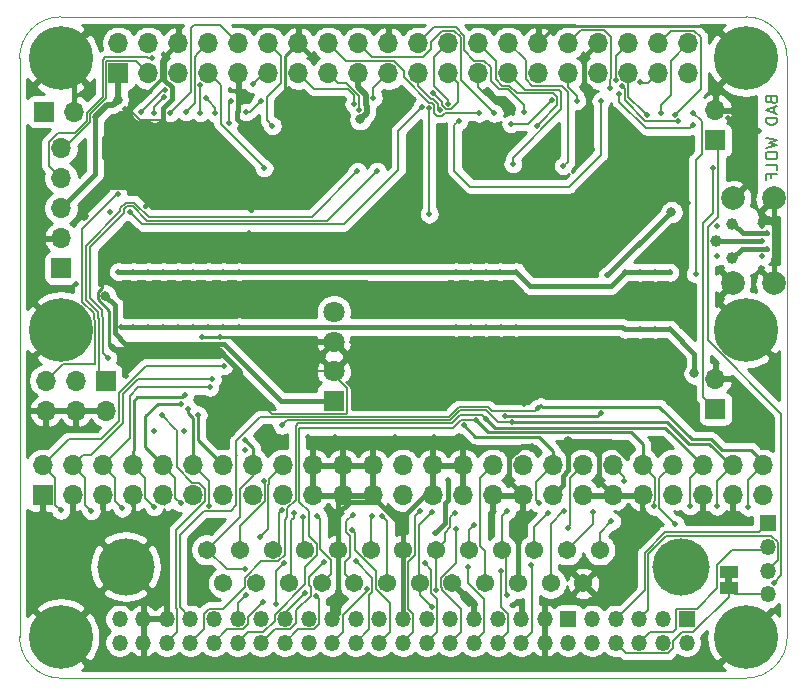
<source format=gbr>
%TF.GenerationSoftware,KiCad,Pcbnew,(5.1.9-16-g1737927814)-1*%
%TF.CreationDate,2021-07-31T16:14:36-05:00*%
%TF.ProjectId,rascsi_2p5,72617363-7369-45f3-9270-352e6b696361,rev?*%
%TF.SameCoordinates,PX59d60c0PY325aa00*%
%TF.FileFunction,Copper,L2,Bot*%
%TF.FilePolarity,Positive*%
%FSLAX46Y46*%
G04 Gerber Fmt 4.6, Leading zero omitted, Abs format (unit mm)*
G04 Created by KiCad (PCBNEW (5.1.9-16-g1737927814)-1) date 2021-07-31 16:14:36*
%MOMM*%
%LPD*%
G01*
G04 APERTURE LIST*
%TA.AperFunction,NonConductor*%
%ADD10C,0.150000*%
%TD*%
%TA.AperFunction,Profile*%
%ADD11C,0.050000*%
%TD*%
%TA.AperFunction,EtchedComponent*%
%ADD12C,0.150000*%
%TD*%
%TA.AperFunction,ComponentPad*%
%ADD13C,1.800000*%
%TD*%
%TA.AperFunction,ComponentPad*%
%ADD14R,1.800000X1.800000*%
%TD*%
%TA.AperFunction,ComponentPad*%
%ADD15O,1.700000X1.700000*%
%TD*%
%TA.AperFunction,ComponentPad*%
%ADD16R,1.700000X1.700000*%
%TD*%
%TA.AperFunction,ComponentPad*%
%ADD17C,4.845000*%
%TD*%
%TA.AperFunction,ComponentPad*%
%ADD18C,1.545000*%
%TD*%
%TA.AperFunction,ComponentPad*%
%ADD19O,1.350000X1.350000*%
%TD*%
%TA.AperFunction,ComponentPad*%
%ADD20R,1.350000X1.350000*%
%TD*%
%TA.AperFunction,SMDPad,CuDef*%
%ADD21R,1.500000X1.000000*%
%TD*%
%TA.AperFunction,SMDPad,CuDef*%
%ADD22C,1.000000*%
%TD*%
%TA.AperFunction,ComponentPad*%
%ADD23C,2.000000*%
%TD*%
%TA.AperFunction,ComponentPad*%
%ADD24C,0.800000*%
%TD*%
%TA.AperFunction,ComponentPad*%
%ADD25C,5.400000*%
%TD*%
%TA.AperFunction,ViaPad*%
%ADD26C,0.500000*%
%TD*%
%TA.AperFunction,ViaPad*%
%ADD27C,0.800000*%
%TD*%
%TA.AperFunction,Conductor*%
%ADD28C,0.400000*%
%TD*%
%TA.AperFunction,Conductor*%
%ADD29C,0.150000*%
%TD*%
%TA.AperFunction,Conductor*%
%ADD30C,0.250000*%
%TD*%
%TA.AperFunction,Conductor*%
%ADD31C,0.500000*%
%TD*%
%TA.AperFunction,Conductor*%
%ADD32C,0.200000*%
%TD*%
%TA.AperFunction,Conductor*%
%ADD33C,0.254000*%
%TD*%
G04 APERTURE END LIST*
D10*
X143938571Y3266667D02*
X143986190Y3123810D01*
X144033809Y3076191D01*
X144129047Y3028572D01*
X144271904Y3028572D01*
X144367142Y3076191D01*
X144414761Y3123810D01*
X144462380Y3219048D01*
X144462380Y3600000D01*
X143462380Y3600000D01*
X143462380Y3266667D01*
X143510000Y3171429D01*
X143557619Y3123810D01*
X143652857Y3076191D01*
X143748095Y3076191D01*
X143843333Y3123810D01*
X143890952Y3171429D01*
X143938571Y3266667D01*
X143938571Y3600000D01*
X144176666Y2647620D02*
X144176666Y2171429D01*
X144462380Y2742858D02*
X143462380Y2409524D01*
X144462380Y2076191D01*
X144462380Y1742858D02*
X143462380Y1742858D01*
X143462380Y1504762D01*
X143510000Y1361905D01*
X143605238Y1266667D01*
X143700476Y1219048D01*
X143890952Y1171429D01*
X144033809Y1171429D01*
X144224285Y1219048D01*
X144319523Y1266667D01*
X144414761Y1361905D01*
X144462380Y1504762D01*
X144462380Y1742858D01*
X143462380Y76191D02*
X144462380Y-161904D01*
X143748095Y-352380D01*
X144462380Y-542857D01*
X143462380Y-780952D01*
X143462380Y-1352380D02*
X143462380Y-1542857D01*
X143510000Y-1638095D01*
X143605238Y-1733333D01*
X143795714Y-1780952D01*
X144129047Y-1780952D01*
X144319523Y-1733333D01*
X144414761Y-1638095D01*
X144462380Y-1542857D01*
X144462380Y-1352380D01*
X144414761Y-1257142D01*
X144319523Y-1161904D01*
X144129047Y-1114285D01*
X143795714Y-1114285D01*
X143605238Y-1161904D01*
X143510000Y-1257142D01*
X143462380Y-1352380D01*
X144462380Y-2685714D02*
X144462380Y-2209523D01*
X143462380Y-2209523D01*
X143938571Y-3352380D02*
X143938571Y-3019047D01*
X144462380Y-3019047D02*
X143462380Y-3019047D01*
X143462380Y-3495238D01*
D11*
X83800000Y-45696000D02*
X141800000Y-45696000D01*
X83800000Y-45696000D02*
G75*
G02*
X80300000Y-42196000I0J3500000D01*
G01*
X145300000Y-42196000D02*
G75*
G02*
X141800000Y-45696000I-3500000J0D01*
G01*
X80300000Y6800000D02*
X80300000Y-42196000D01*
X145300000Y6800000D02*
X145300000Y-42196000D01*
X83800000Y10300000D02*
X141800000Y10300000D01*
X80300000Y6800000D02*
G75*
G02*
X83800000Y10300000I3500000J0D01*
G01*
X141800000Y10300000D02*
G75*
G02*
X145300000Y6800000I0J-3500000D01*
G01*
D12*
%TO.C,JP1*%
G36*
X140628000Y-37636000D02*
G01*
X140628000Y-37136000D01*
X140028000Y-37136000D01*
X140028000Y-37636000D01*
X140628000Y-37636000D01*
G37*
%TD*%
D13*
%TO.P,J20,4*%
%TO.N,N/C*%
X106910000Y-14700000D03*
%TO.P,J20,3*%
%TO.N,GND*%
X106910000Y-17200000D03*
%TO.P,J20,2*%
X106910000Y-19700000D03*
D14*
%TO.P,J20,1*%
%TO.N,+5V*%
X106910000Y-22200000D03*
%TD*%
D15*
%TO.P,J11,2*%
%TO.N,GND*%
X139226000Y-20368000D03*
D16*
%TO.P,J11,1*%
%TO.N,EXT-ENB-LED*%
X139226000Y-22908000D03*
%TD*%
D15*
%TO.P,J5,6*%
%TO.N,GND*%
X82530000Y-23040000D03*
%TO.P,J5,5*%
%TO.N,PI_GPIO9*%
X82530000Y-20500000D03*
%TO.P,J5,4*%
%TO.N,GND*%
X85070000Y-23040000D03*
%TO.P,J5,3*%
%TO.N,PI_GPIO1*%
X85070000Y-20500000D03*
%TO.P,J5,2*%
%TO.N,GND*%
X87610000Y-23040000D03*
D16*
%TO.P,J5,1*%
%TO.N,PI_GPIO0*%
X87610000Y-20500000D03*
%TD*%
D17*
%TO.P,J6,MH2*%
%TO.N,GND*%
X89281600Y-36250000D03*
%TO.P,J6,MH1*%
X136321600Y-36250000D03*
D18*
%TO.P,J6,25*%
%TO.N,TERMPOW*%
X97566600Y-37670000D03*
%TO.P,J6,24*%
%TO.N,GND*%
X100336600Y-37670000D03*
%TO.P,J6,23*%
%TO.N,C-D4*%
X103106600Y-37670000D03*
%TO.P,J6,22*%
%TO.N,C-D2*%
X105876600Y-37670000D03*
%TO.P,J6,21*%
%TO.N,C-D1*%
X108646600Y-37670000D03*
%TO.P,J6,20*%
%TO.N,C-DP*%
X111416600Y-37670000D03*
%TO.P,J6,19*%
%TO.N,C-SEL*%
X114186600Y-37670000D03*
%TO.P,J6,18*%
%TO.N,GND*%
X116956600Y-37670000D03*
%TO.P,J6,17*%
%TO.N,C-ATN*%
X119726600Y-37670000D03*
%TO.P,J6,16*%
%TO.N,GND*%
X122496600Y-37670000D03*
%TO.P,J6,15*%
%TO.N,C-C_D*%
X125266600Y-37670000D03*
%TO.P,J6,14*%
%TO.N,GND*%
X128036600Y-37670000D03*
%TO.P,J6,13*%
%TO.N,C-D7*%
X96181600Y-34830000D03*
%TO.P,J6,12*%
%TO.N,C-D6*%
X98951600Y-34830000D03*
%TO.P,J6,11*%
%TO.N,C-D5*%
X101721600Y-34830000D03*
%TO.P,J6,10*%
%TO.N,C-D3*%
X104491600Y-34830000D03*
%TO.P,J6,9*%
%TO.N,GND*%
X107261600Y-34830000D03*
%TO.P,J6,8*%
%TO.N,C-D0*%
X110031600Y-34830000D03*
%TO.P,J6,7*%
%TO.N,GND*%
X112801600Y-34830000D03*
%TO.P,J6,6*%
%TO.N,C-BSY*%
X115571600Y-34830000D03*
%TO.P,J6,5*%
%TO.N,C-ACK*%
X118341600Y-34830000D03*
%TO.P,J6,4*%
%TO.N,C-RST*%
X121111600Y-34830000D03*
%TO.P,J6,3*%
%TO.N,C-I_O*%
X123881600Y-34830000D03*
%TO.P,J6,2*%
%TO.N,C-MSG*%
X126651600Y-34830000D03*
%TO.P,J6,1*%
%TO.N,C-REQ*%
X129421600Y-34830000D03*
%TD*%
D19*
%TO.P,J9,50*%
%TO.N,+5V*%
X88772000Y-42688000D03*
%TO.P,J9,49*%
X88772000Y-40688000D03*
%TO.P,J9,48*%
%TO.N,GND*%
X90772000Y-42688000D03*
%TO.P,J9,47*%
X90772000Y-40688000D03*
%TO.P,J9,46*%
%TO.N,C-REQ*%
X92772000Y-42688000D03*
%TO.P,J9,45*%
%TO.N,GND*%
X92772000Y-40688000D03*
%TO.P,J9,44*%
%TO.N,C-C_D*%
X94772000Y-42688000D03*
%TO.P,J9,43*%
%TO.N,C-I_O*%
X94772000Y-40688000D03*
%TO.P,J9,42*%
%TO.N,C-SEL*%
X96772000Y-42688000D03*
%TO.P,J9,41*%
%TO.N,GND*%
X96772000Y-40688000D03*
%TO.P,J9,40*%
%TO.N,C-MSG*%
X98772000Y-42688000D03*
%TO.P,J9,39*%
%TO.N,C-RST*%
X98772000Y-40688000D03*
%TO.P,J9,38*%
%TO.N,C-ACK*%
X100772000Y-42688000D03*
%TO.P,J9,37*%
%TO.N,GND*%
X100772000Y-40688000D03*
%TO.P,J9,36*%
%TO.N,C-BSY*%
X102772000Y-42688000D03*
%TO.P,J9,35*%
%TO.N,C-ATN*%
X102772000Y-40688000D03*
%TO.P,J9,34*%
%TO.N,TERMPOW*%
X104772000Y-42688000D03*
%TO.P,J9,33*%
%TO.N,GND*%
X104772000Y-40688000D03*
%TO.P,J9,32*%
%TO.N,C-DP*%
X106772000Y-42688000D03*
%TO.P,J9,31*%
%TO.N,GND*%
X106772000Y-40688000D03*
%TO.P,J9,30*%
%TO.N,C-D7*%
X108772000Y-42688000D03*
%TO.P,J9,29*%
%TO.N,GND*%
X108772000Y-40688000D03*
%TO.P,J9,28*%
%TO.N,C-D6*%
X110772000Y-42688000D03*
%TO.P,J9,27*%
%TO.N,N/C*%
X110772000Y-40688000D03*
%TO.P,J9,26*%
%TO.N,C-D5*%
X112772000Y-42688000D03*
%TO.P,J9,25*%
%TO.N,GND*%
X112772000Y-40688000D03*
%TO.P,J9,24*%
%TO.N,C-D4*%
X114772000Y-42688000D03*
%TO.P,J9,23*%
%TO.N,GND*%
X114772000Y-40688000D03*
%TO.P,J9,22*%
%TO.N,C-D3*%
X116772000Y-42688000D03*
%TO.P,J9,21*%
%TO.N,GND*%
X116772000Y-40688000D03*
%TO.P,J9,20*%
%TO.N,C-D2*%
X118772000Y-42688000D03*
%TO.P,J9,19*%
%TO.N,GND*%
X118772000Y-40688000D03*
%TO.P,J9,18*%
%TO.N,C-D1*%
X120772000Y-42688000D03*
%TO.P,J9,17*%
%TO.N,GND*%
X120772000Y-40688000D03*
%TO.P,J9,16*%
%TO.N,C-D0*%
X122772000Y-42688000D03*
%TO.P,J9,15*%
%TO.N,GND*%
X122772000Y-40688000D03*
%TO.P,J9,14*%
X124772000Y-42688000D03*
%TO.P,J9,13*%
X124772000Y-40688000D03*
%TO.P,J9,12*%
%TO.N,+5V*%
X126772000Y-42688000D03*
D20*
%TO.P,J9,11*%
X126772000Y-40688000D03*
D19*
%TO.P,J9,10*%
%TO.N,N/C*%
X128772000Y-42688000D03*
%TO.P,J9,9*%
X128772000Y-40688000D03*
%TO.P,J9,8*%
%TO.N,PB_LED_Pin*%
X130772000Y-42688000D03*
%TO.P,J9,7*%
%TO.N,PB_SCSIID_4*%
X130772000Y-40688000D03*
%TO.P,J9,6*%
%TO.N,PB_SCSIID_2*%
X132772000Y-42688000D03*
%TO.P,J9,5*%
%TO.N,PB_SCSIID_1*%
X132772000Y-40688000D03*
%TO.P,J9,4*%
%TO.N,N/C*%
X134772000Y-42688000D03*
%TO.P,J9,3*%
X134772000Y-40688000D03*
%TO.P,J9,2*%
X136772000Y-42688000D03*
D20*
%TO.P,J9,1*%
X136772000Y-40688000D03*
%TD*%
D19*
%TO.P,J10,4*%
%TO.N,PB_LED_Pin*%
X143630000Y-38592000D03*
%TO.P,J10,3*%
%TO.N,PB_SCSIID_1*%
X143630000Y-36592000D03*
%TO.P,J10,2*%
%TO.N,PB_SCSIID_2*%
X143630000Y-34592000D03*
D20*
%TO.P,J10,1*%
%TO.N,PB_SCSIID_4*%
X143630000Y-32592000D03*
%TD*%
D21*
%TO.P,JP1,2*%
%TO.N,EXT-ACT-LED*%
X140328000Y-36736000D03*
%TO.P,JP1,1*%
%TO.N,PB_LED_Pin*%
X140328000Y-38036000D03*
%TD*%
D15*
%TO.P,J3,50*%
%TO.N,C-I_O*%
X143226500Y-27654500D03*
%TO.P,J3,49*%
%TO.N,GND*%
X143226500Y-30194500D03*
%TO.P,J3,48*%
%TO.N,C-REQ*%
X140686500Y-27654500D03*
%TO.P,J3,47*%
%TO.N,GND*%
X140686500Y-30194500D03*
%TO.P,J3,46*%
%TO.N,C-C_D*%
X138146500Y-27654500D03*
%TO.P,J3,45*%
%TO.N,GND*%
X138146500Y-30194500D03*
%TO.P,J3,44*%
%TO.N,C-SEL*%
X135606500Y-27654500D03*
%TO.P,J3,43*%
%TO.N,GND*%
X135606500Y-30194500D03*
%TO.P,J3,42*%
%TO.N,C-MSG*%
X133066500Y-27654500D03*
%TO.P,J3,41*%
%TO.N,GND*%
X133066500Y-30194500D03*
%TO.P,J3,40*%
%TO.N,C-RST*%
X130526500Y-27654500D03*
%TO.P,J3,39*%
%TO.N,GND*%
X130526500Y-30194500D03*
%TO.P,J3,38*%
%TO.N,C-ACK*%
X127986500Y-27654500D03*
%TO.P,J3,37*%
%TO.N,GND*%
X127986500Y-30194500D03*
%TO.P,J3,36*%
%TO.N,C-BSY*%
X125446500Y-27654500D03*
%TO.P,J3,35*%
%TO.N,GND*%
X125446500Y-30194500D03*
%TO.P,J3,34*%
%TO.N,N/C*%
X122906500Y-27654500D03*
%TO.P,J3,33*%
%TO.N,GND*%
X122906500Y-30194500D03*
%TO.P,J3,32*%
%TO.N,C-ATN*%
X120366500Y-27654500D03*
%TO.P,J3,31*%
%TO.N,GND*%
X120366500Y-30194500D03*
%TO.P,J3,30*%
X117826500Y-27654500D03*
%TO.P,J3,29*%
X117826500Y-30194500D03*
%TO.P,J3,28*%
X115286500Y-27654500D03*
%TO.P,J3,27*%
X115286500Y-30194500D03*
%TO.P,J3,26*%
%TO.N,TERMPOW*%
X112746500Y-27654500D03*
%TO.P,J3,25*%
%TO.N,N/C*%
X112746500Y-30194500D03*
%TO.P,J3,24*%
%TO.N,GND*%
X110206500Y-27654500D03*
%TO.P,J3,23*%
X110206500Y-30194500D03*
%TO.P,J3,22*%
X107666500Y-27654500D03*
%TO.P,J3,21*%
X107666500Y-30194500D03*
%TO.P,J3,20*%
X105126500Y-27654500D03*
%TO.P,J3,19*%
X105126500Y-30194500D03*
%TO.P,J3,18*%
%TO.N,C-DP*%
X102586500Y-27654500D03*
%TO.P,J3,17*%
%TO.N,GND*%
X102586500Y-30194500D03*
%TO.P,J3,16*%
%TO.N,C-D7*%
X100046500Y-27654500D03*
%TO.P,J3,15*%
%TO.N,GND*%
X100046500Y-30194500D03*
%TO.P,J3,14*%
%TO.N,C-D6*%
X97506500Y-27654500D03*
%TO.P,J3,13*%
%TO.N,GND*%
X97506500Y-30194500D03*
%TO.P,J3,12*%
%TO.N,C-D5*%
X94966500Y-27654500D03*
%TO.P,J3,11*%
%TO.N,GND*%
X94966500Y-30194500D03*
%TO.P,J3,10*%
%TO.N,C-D4*%
X92426500Y-27654500D03*
%TO.P,J3,9*%
%TO.N,GND*%
X92426500Y-30194500D03*
%TO.P,J3,8*%
%TO.N,C-D3*%
X89886500Y-27654500D03*
%TO.P,J3,7*%
%TO.N,GND*%
X89886500Y-30194500D03*
%TO.P,J3,6*%
%TO.N,C-D2*%
X87346500Y-27654500D03*
%TO.P,J3,5*%
%TO.N,GND*%
X87346500Y-30194500D03*
%TO.P,J3,4*%
%TO.N,C-D1*%
X84806500Y-27654500D03*
%TO.P,J3,3*%
%TO.N,GND*%
X84806500Y-30194500D03*
%TO.P,J3,2*%
%TO.N,C-D0*%
X82266500Y-27654500D03*
D16*
%TO.P,J3,1*%
%TO.N,GND*%
X82266500Y-30194500D03*
%TD*%
D22*
%TO.P,TP1,1*%
%TO.N,USB_Pin_4*%
X140650000Y-7250000D03*
%TD*%
%TO.P,TP2,1*%
%TO.N,USB_Pin_3*%
X139260000Y-8660000D03*
%TD*%
%TO.P,TP3,1*%
%TO.N,USB_Pin_2*%
X140650000Y-10110000D03*
%TD*%
D23*
%TO.P,J8,MH4*%
%TO.N,GND*%
X140705000Y-12235000D03*
%TO.P,J8,MH3*%
X140705000Y-5085000D03*
%TO.P,J8,MH2*%
X144155000Y-5085000D03*
%TO.P,J8,MH1*%
X144155000Y-12235000D03*
%TD*%
D15*
%TO.P,J2,2*%
%TO.N,GND*%
X139226000Y2381000D03*
D16*
%TO.P,J2,1*%
%TO.N,EXT-ACT-LED*%
X139226000Y-159000D03*
%TD*%
D15*
%TO.P,J7,2*%
%TO.N,GND*%
X84920000Y2280000D03*
D16*
%TO.P,J7,1*%
%TO.N,+5V*%
X82380000Y2280000D03*
%TD*%
D15*
%TO.P,J1,40*%
%TO.N,PI-ACK*%
X136930000Y8070000D03*
%TO.P,J1,39*%
%TO.N,GND*%
X136930000Y5530000D03*
%TO.P,J1,38*%
%TO.N,PI-RST*%
X134390000Y8070000D03*
%TO.P,J1,37*%
%TO.N,PI-BSY*%
X134390000Y5530000D03*
%TO.P,J1,36*%
%TO.N,PI-D6*%
X131850000Y8070000D03*
%TO.P,J1,35*%
%TO.N,PI-ATN*%
X131850000Y5530000D03*
%TO.P,J1,34*%
%TO.N,GND*%
X129310000Y8070000D03*
%TO.P,J1,33*%
%TO.N,PI-D3*%
X129310000Y5530000D03*
%TO.P,J1,32*%
%TO.N,PI-D2*%
X126770000Y8070000D03*
%TO.P,J1,31*%
%TO.N,PI-IND*%
X126770000Y5530000D03*
%TO.P,J1,30*%
%TO.N,GND*%
X124230000Y8070000D03*
%TO.P,J1,29*%
%TO.N,DBG_LED*%
X124230000Y5530000D03*
%TO.P,J1,28*%
%TO.N,PI_GPIO1*%
X121690000Y8070000D03*
%TO.P,J1,27*%
%TO.N,PI_GPIO0*%
X121690000Y5530000D03*
%TO.P,J1,26*%
%TO.N,PI-TAD*%
X119150000Y8070000D03*
%TO.P,J1,25*%
%TO.N,GND*%
X119150000Y5530000D03*
%TO.P,J1,24*%
%TO.N,PI-DTD*%
X116610000Y8070000D03*
%TO.P,J1,23*%
%TO.N,PI-D1*%
X116610000Y5530000D03*
%TO.P,J1,22*%
%TO.N,PI-I_O*%
X114070000Y8070000D03*
%TO.P,J1,21*%
%TO.N,PI_GPIO9*%
X114070000Y5530000D03*
%TO.P,J1,20*%
%TO.N,GND*%
X111530000Y8070000D03*
%TO.P,J1,19*%
%TO.N,PI-D0*%
X111530000Y5530000D03*
%TO.P,J1,18*%
%TO.N,PI-C_D*%
X108990000Y8070000D03*
%TO.P,J1,17*%
%TO.N,+3V3*%
X108990000Y5530000D03*
%TO.P,J1,16*%
%TO.N,PI-MSG*%
X106450000Y8070000D03*
%TO.P,J1,15*%
%TO.N,PI-REQ*%
X106450000Y5530000D03*
%TO.P,J1,14*%
%TO.N,GND*%
X103910000Y8070000D03*
%TO.P,J1,13*%
%TO.N,PI-SEL*%
X103910000Y5530000D03*
%TO.P,J1,12*%
%TO.N,PI-DP*%
X101370000Y8070000D03*
%TO.P,J1,11*%
%TO.N,PI-D7*%
X101370000Y5530000D03*
%TO.P,J1,10*%
%TO.N,PI-D5*%
X98830000Y8070000D03*
%TO.P,J1,9*%
%TO.N,GND*%
X98830000Y5530000D03*
%TO.P,J1,8*%
%TO.N,PI-D4*%
X96290000Y8070000D03*
%TO.P,J1,7*%
%TO.N,PI-ACT*%
X96290000Y5530000D03*
%TO.P,J1,6*%
%TO.N,GND*%
X93750000Y8070000D03*
%TO.P,J1,5*%
%TO.N,PI_SCL*%
X93750000Y5530000D03*
%TO.P,J1,4*%
%TO.N,+5V*%
X91210000Y8070000D03*
%TO.P,J1,3*%
%TO.N,PI_SDA*%
X91210000Y5530000D03*
%TO.P,J1,2*%
%TO.N,+5V*%
X88670000Y8070000D03*
D16*
%TO.P,J1,1*%
%TO.N,+3V3*%
X88670000Y5530000D03*
%TD*%
D24*
%TO.P,H2,1*%
%TO.N,GND*%
X143231891Y8231891D03*
X141800000Y8825000D03*
X140368109Y8231891D03*
X139775000Y6800000D03*
X140368109Y5368109D03*
X141800000Y4775000D03*
X143231891Y5368109D03*
X143825000Y6800000D03*
D25*
X141800000Y6800000D03*
%TD*%
D24*
%TO.P,H1,1*%
%TO.N,GND*%
X85231891Y8231891D03*
X83800000Y8825000D03*
X82368109Y8231891D03*
X81775000Y6800000D03*
X82368109Y5368109D03*
X83800000Y4775000D03*
X85231891Y5368109D03*
X85825000Y6800000D03*
D25*
X83800000Y6800000D03*
%TD*%
D15*
%TO.P,J4,5*%
%TO.N,PI_SDA*%
X83810000Y-820000D03*
%TO.P,J4,4*%
%TO.N,PI_SCL*%
X83810000Y-3360000D03*
%TO.P,J4,3*%
%TO.N,+3V3*%
X83810000Y-5900000D03*
%TO.P,J4,2*%
%TO.N,GND*%
X83810000Y-8440000D03*
D16*
%TO.P,J4,1*%
%TO.N,+5V*%
X83810000Y-10980000D03*
%TD*%
D24*
%TO.P,H6,1*%
%TO.N,GND*%
X143231891Y-40768109D03*
X141800000Y-40175000D03*
X140368109Y-40768109D03*
X139775000Y-42200000D03*
X140368109Y-43631891D03*
X141800000Y-44225000D03*
X143231891Y-43631891D03*
X143825000Y-42200000D03*
D25*
X141800000Y-42200000D03*
%TD*%
D24*
%TO.P,H5,1*%
%TO.N,GND*%
X85231891Y-40768109D03*
X83800000Y-40175000D03*
X82368109Y-40768109D03*
X81775000Y-42200000D03*
X82368109Y-43631891D03*
X83800000Y-44225000D03*
X85231891Y-43631891D03*
X85825000Y-42200000D03*
D25*
X83800000Y-42200000D03*
%TD*%
D24*
%TO.P,H4,1*%
%TO.N,GND*%
X143231891Y-14768109D03*
X141800000Y-14175000D03*
X140368109Y-14768109D03*
X139775000Y-16200000D03*
X140368109Y-17631891D03*
X141800000Y-18225000D03*
X143231891Y-17631891D03*
X143825000Y-16200000D03*
D25*
X141800000Y-16200000D03*
%TD*%
D24*
%TO.P,H3,1*%
%TO.N,GND*%
X85231891Y-14768109D03*
X83800000Y-14175000D03*
X82368109Y-14768109D03*
X81775000Y-16200000D03*
X82368109Y-17631891D03*
X83800000Y-18225000D03*
X85231891Y-17631891D03*
X85825000Y-16200000D03*
D25*
X83800000Y-16200000D03*
%TD*%
D26*
%TO.N,*%
X91706832Y-24797000D03*
%TO.N,GND*%
X89310000Y-20100000D03*
X100990000Y380000D03*
X123732000Y-26003500D03*
D27*
X126750000Y-25640000D03*
D26*
X136876500Y-5493000D03*
X89243314Y2464011D03*
X89590000Y-2160000D03*
X99390332Y-26421655D03*
X101610000Y-3700000D03*
X87310000Y-11700000D03*
X88010000Y-17600000D03*
X115899999Y-1570001D03*
X113379999Y-1570001D03*
X142910000Y600000D03*
X97281993Y-16792922D03*
X94550000Y-5640000D03*
X97620000Y-8440000D03*
X85695500Y-1144500D03*
D27*
X121065000Y-7271000D03*
D26*
X101187230Y-17240500D03*
X95737451Y-16792922D03*
X117615697Y-25300000D03*
X115425889Y-25300000D03*
X104710000Y-25300000D03*
X107027652Y-25300000D03*
X129914000Y-25956000D03*
X95624000Y-37132000D03*
X127230000Y-14010000D03*
X130200000Y-14100000D03*
X111130000Y1470000D03*
X123220000Y-1780000D03*
X125330000Y-2000000D03*
X130720000Y1970000D03*
X128160000Y1920000D03*
X104590000Y2160000D03*
X124493997Y-17240500D03*
X123280479Y-17240500D03*
X102647935Y-17240500D03*
D27*
X139030000Y4550000D03*
D26*
X143201287Y-7380000D03*
X122990000Y-22480000D03*
X133910000Y-21030000D03*
X131510000Y-25960000D03*
X87990000Y-6260000D03*
X85110000Y-12300000D03*
X99700000Y-8010000D03*
X101710000Y-1930000D03*
X87791000Y-3842000D03*
D27*
X123414500Y-13748000D03*
D26*
X139377000Y-7383000D03*
X140305500Y1746000D03*
X106079000Y-1810000D03*
X103539000Y-1746500D03*
X127605500Y-2064000D03*
X104108640Y-17240500D03*
X114333575Y-17240500D03*
D27*
X125637000Y-7398000D03*
D26*
X84055083Y-24797000D03*
X81504500Y-24797000D03*
X128096178Y-17240500D03*
X109951460Y-17240500D03*
X105569345Y-17240500D03*
X108490755Y-17240500D03*
X111412165Y-17240500D03*
X112872870Y-17240500D03*
X117255000Y-17240500D03*
X134082500Y-17240500D03*
X132812500Y-17240500D03*
X126895451Y-17240500D03*
D27*
X85759000Y-6572500D03*
D26*
X96808000Y-25300000D03*
X94257415Y-24797000D03*
X112111500Y-25300000D03*
X101940915Y-25300000D03*
X99870000Y-6080000D03*
X134470000Y-25740000D03*
X125694724Y-17240500D03*
X90210000Y-7800000D03*
X119620000Y-17240500D03*
X115794280Y-17240500D03*
X97656000Y-22654000D03*
X94743057Y-17946943D03*
X109848000Y-7414000D03*
D27*
%TO.N,+3V3*%
X88616500Y3270000D03*
X109149676Y1623079D03*
D26*
%TO.N,+5V*%
X130082000Y-11589000D03*
D27*
X135496000Y-6238500D03*
D26*
%TO.N,+3V3*%
X137534000Y-11478000D03*
X137352584Y2168282D03*
%TO.N,+5V*%
X139377000Y-9983000D03*
X143201287Y-9974419D03*
D27*
X87558319Y-13315621D03*
D26*
%TO.N,C-REQ*%
X139350000Y-31150000D03*
X130419308Y-32414713D03*
X92322000Y-23416000D03*
X122035166Y-23991021D03*
X102510000Y-24300000D03*
%TO.N,C-MSG*%
X133993502Y-31150000D03*
X128817950Y-31630159D03*
X118967380Y-23842380D03*
%TO.N,C-BSY*%
X117187010Y-31684832D03*
X115588434Y-38215548D03*
X105394338Y-38713449D03*
X124267635Y-30901010D03*
X117940518Y-24294390D03*
%TO.N,C-SEL*%
X135828947Y-32665648D03*
X115235886Y-31652762D03*
X115182000Y-39662031D03*
X100909837Y-39247077D03*
%TO.N,C-RST*%
X121540000Y-31560000D03*
X99434000Y-38656000D03*
X121532000Y-38656000D03*
X131502655Y-28977345D03*
%TO.N,C-ACK*%
X126730000Y-32950000D03*
X118812489Y-32689064D03*
X106038000Y-35862000D03*
%TO.N,C-ATN*%
X129494275Y-23222010D03*
X104490326Y-38501086D03*
X121400595Y-23539011D03*
%TO.N,C-DP*%
X111018510Y-31996010D03*
X100644714Y-33758047D03*
X109713077Y-38111020D03*
%TO.N,C-D0*%
X83780000Y-31480000D03*
X123564000Y-36116000D03*
X110120000Y-31996010D03*
X97593755Y-19270482D03*
%TO.N,C-D1*%
X86370000Y-31530000D03*
X96607010Y-20409500D03*
X121024000Y-36624000D03*
X108521033Y-31856657D03*
%TO.N,C-D2*%
X96427000Y-21067500D03*
X89002424Y-31302989D03*
X118230000Y-36256511D03*
X105519686Y-31957742D03*
%TO.N,C-D3*%
X94279018Y-21696518D03*
X104280000Y-32052000D03*
X91693529Y-31178968D03*
X117243766Y-33076963D03*
%TO.N,C-D4*%
X103498000Y-31750000D03*
X93930504Y-30851957D03*
X114608688Y-35948588D03*
X94014000Y-22442930D03*
%TO.N,C-D5*%
X102510000Y-31434946D03*
X114166000Y-31544000D03*
X94585500Y-22919940D03*
X96380000Y-31091990D03*
%TO.N,C-D6*%
X100973502Y-29027449D03*
X95426391Y-23396950D03*
X108431070Y-33137679D03*
%TO.N,C-D7*%
X108752442Y-35782442D03*
X99431263Y-36493836D03*
X99383823Y-25517643D03*
%TO.N,C-I_O*%
X124176500Y-22828500D03*
X142000000Y-31220000D03*
X125036247Y-31748511D03*
%TO.N,C-C_D*%
X137054940Y-31121502D03*
X126371042Y-31585360D03*
X119795000Y-23752010D03*
%TO.N,TERMPOW*%
X116610000Y-28880000D03*
X115479033Y-33403489D03*
X101974000Y-39418000D03*
X102686051Y-35947053D03*
%TO.N,PI-D7*%
X90598618Y2254001D03*
X100071557Y4632242D03*
X92606010Y4116010D03*
%TO.N,PI-D6*%
X91728000Y2127000D03*
X92537007Y3492807D03*
X130785361Y4920000D03*
%TO.N,PI-D5*%
X93061500Y2190500D03*
%TO.N,PI-D4*%
X94395000Y2254000D03*
%TO.N,PI-D3*%
X95601500Y2190500D03*
X95579021Y4529977D03*
%TO.N,PI-D2*%
X96871500Y2127000D03*
X96095637Y3388515D03*
X130263077Y4286876D03*
%TO.N,PI-D1*%
X98055000Y1304240D03*
X98197746Y3143937D03*
X115342501Y3822796D03*
%TO.N,PI-D0*%
X99470000Y2237827D03*
X110260000Y3428469D03*
X100739652Y3194957D03*
%TO.N,PI-DP*%
X101710000Y1080000D03*
%TO.N,PI-BSY*%
X117509000Y1492000D03*
X132847721Y4815780D03*
X129517751Y3194737D03*
%TO.N,PI-MSG*%
X119223500Y2139000D03*
%TO.N,PI-C_D*%
X120493500Y2127000D03*
%TO.N,PI-REQ*%
X109054914Y2441102D03*
X125383000Y3293010D03*
X121904492Y1236649D03*
%TO.N,PI-I_O*%
X122990000Y2220000D03*
%TO.N,PI-ATN*%
X133387496Y2003496D03*
%TO.N,PI-ACK*%
X134654000Y2127000D03*
%TO.N,PI-RST*%
X135777207Y2019438D03*
%TO.N,PI-SEL*%
X108614160Y2887613D03*
X136064293Y1462010D03*
X131340387Y4413823D03*
%TO.N,PI_SCL*%
X91550000Y6850000D03*
%TO.N,PI-ACT*%
X101010000Y-2500000D03*
%TO.N,/TERM_GND*%
X135352500Y-16161000D03*
X134082500Y-16161000D03*
X132812500Y-16161000D03*
X131542500Y-16161000D03*
X117255000Y-15970500D03*
X118525000Y-15970500D03*
X119795000Y-15970500D03*
X121065000Y-15970500D03*
X122335000Y-15970500D03*
X89950000Y-15970500D03*
X91220000Y-15970500D03*
X92490000Y-15970500D03*
X93760000Y-15970500D03*
X95030000Y-15970500D03*
X96300000Y-15970500D03*
X97570000Y-15970500D03*
X98910000Y-15960000D03*
X88925980Y-15970500D03*
D27*
X137439990Y-19895625D03*
D26*
%TO.N,/TERM_5v*%
X88680000Y-11271500D03*
X89950000Y-11271500D03*
X91220000Y-11271500D03*
X92490000Y-11271500D03*
X93760000Y-11271500D03*
X94966500Y-11271500D03*
X96300000Y-11271500D03*
X97570000Y-11271500D03*
X98910000Y-11271500D03*
X117255000Y-11271500D03*
X118525000Y-11271500D03*
X119795000Y-11271500D03*
X122335000Y-11271500D03*
X121001500Y-11271500D03*
X131542500Y-11335000D03*
X135352500Y-11335000D03*
X134082500Y-11335000D03*
X132812500Y-11335000D03*
%TO.N,PI-IND*%
X131077665Y3803316D03*
X127480000Y3194936D03*
X137340000Y1120000D03*
%TO.N,PI-TAD*%
X124093367Y1052134D03*
%TO.N,PI-DTD*%
X116620000Y2917959D03*
X114966468Y2587116D03*
X114996658Y-6402675D03*
%TO.N,PI_GPIO1*%
X126335500Y-2318000D03*
X87794021Y-18604650D03*
X110574292Y-2777979D03*
%TO.N,PI_GPIO0*%
X122070000Y-2160000D03*
X108912776Y-2777979D03*
%TO.N,PI_GPIO9*%
X88605386Y-4669009D03*
X115870479Y2371956D03*
X114341728Y2640938D03*
X89638911Y-6231849D03*
%TO.N,EXT-ACT-LED*%
X144138000Y-37640000D03*
X140328000Y-36736000D03*
%TO.N,USB_Pin_4*%
X143577990Y-8020000D03*
%TO.N,USB_Pin_3*%
X143201287Y-8646949D03*
%TO.N,USB_Pin_2*%
X143577990Y-9320000D03*
%TO.N,EXT-ENB-LED*%
X139002010Y-2497096D03*
%TD*%
D28*
%TO.N,GND*%
X122496600Y-31806481D02*
X122496600Y-37670000D01*
X122906500Y-31396581D02*
X122496600Y-31806481D01*
X122906500Y-30194500D02*
X122906500Y-31396581D01*
X84920000Y5680000D02*
X83800000Y6800000D01*
X84920000Y2280000D02*
X84920000Y5680000D01*
X126750000Y-28092962D02*
X126750000Y-25640000D01*
X126296499Y-28546463D02*
X126750000Y-28092962D01*
X125446500Y-30194500D02*
X126296499Y-29344501D01*
X126296499Y-29344501D02*
X126296499Y-28546463D01*
X129340000Y-25640000D02*
X126750000Y-25640000D01*
X129349499Y-25649499D02*
X129340000Y-25640000D01*
X129349499Y-29017499D02*
X129349499Y-25649499D01*
X130526500Y-30194500D02*
X129349499Y-29017499D01*
X122815538Y-26003500D02*
X123732000Y-26003500D01*
X121729499Y-27089539D02*
X122815538Y-26003500D01*
X121729499Y-29017499D02*
X121729499Y-27089539D01*
X122906500Y-30194500D02*
X121729499Y-29017499D01*
X95345000Y-4510000D02*
X95995000Y-3860000D01*
D29*
X103289001Y-1496501D02*
X101866501Y-1496501D01*
X92262001Y1477999D02*
X92490000Y1250000D01*
D28*
X93870000Y-4510000D02*
X95345000Y-4510000D01*
X94720000Y-5360000D02*
X93870000Y-4510000D01*
D29*
X92262001Y1532001D02*
X90528877Y1532001D01*
X90528877Y1532001D02*
X89596867Y2464011D01*
D28*
X87488399Y-1597001D02*
X89027001Y-1597001D01*
X87488399Y57001D02*
X87422999Y-8399D01*
X89027001Y-1597001D02*
X89590000Y-2160000D01*
X87422999Y-8399D02*
X87422999Y-1531601D01*
X87422999Y-1531601D02*
X87488399Y-1597001D01*
D29*
X92262001Y1532001D02*
X92262001Y1477999D01*
D28*
X144155000Y-12235000D02*
X144155000Y-5085000D01*
X103289001Y-1496501D02*
X101819014Y-1496501D01*
X98680063Y1642450D02*
X98680063Y2196374D01*
X98680063Y2196374D02*
X98830000Y2346311D01*
X98830000Y4327919D02*
X98830000Y5530000D01*
X101819014Y-1496501D02*
X98680063Y1642450D01*
X92572999Y6892999D02*
X92572999Y4965039D01*
X93185039Y3322020D02*
X92475996Y2612977D01*
X92475996Y2612977D02*
X92475996Y725996D01*
X92475996Y725996D02*
X89839999Y-1910001D01*
X92572999Y4965039D02*
X93185039Y4352999D01*
X93750000Y8070000D02*
X92572999Y6892999D01*
X93185039Y4352999D02*
X93185039Y3322020D01*
D30*
X89596867Y2464011D02*
X89243314Y2464011D01*
X89774973Y2464011D02*
X89596867Y2464011D01*
X92312001Y5001039D02*
X89774973Y2464011D01*
X92312001Y6632001D02*
X92312001Y5001039D01*
X93750000Y8070000D02*
X92312001Y6632001D01*
X124230000Y8070000D02*
X125659999Y9499999D01*
X125659999Y9499999D02*
X139100001Y9499999D01*
X139100001Y9499999D02*
X141800000Y6800000D01*
D28*
X115286500Y-30194500D02*
X114661536Y-30194500D01*
X112801600Y-32054436D02*
X112801600Y-34830000D01*
X114661536Y-30194500D02*
X112801600Y-32054436D01*
X107261600Y-30599400D02*
X107261600Y-34830000D01*
X107666500Y-30194500D02*
X107261600Y-30599400D01*
X112801600Y-34830000D02*
X112801600Y-40658400D01*
X112801600Y-40658400D02*
X112772000Y-40688000D01*
X107261600Y-40198400D02*
X106772000Y-40688000D01*
X107261600Y-34830000D02*
X107261600Y-40198400D01*
X110619173Y-30742711D02*
X112801600Y-32925138D01*
X107261600Y-34830000D02*
X107261600Y-31725182D01*
X107261600Y-31725182D02*
X108244071Y-30742711D01*
X108244071Y-30742711D02*
X110619173Y-30742711D01*
X112801600Y-32925138D02*
X112801600Y-34830000D01*
D30*
X87896965Y-17486965D02*
X88010000Y-17600000D01*
X89310000Y-18900000D02*
X89310000Y-20100000D01*
X87896965Y-14619229D02*
X87896965Y-17486965D01*
X86906318Y-13002660D02*
X86906318Y-13628582D01*
X86906318Y-13628582D02*
X87896965Y-14619229D01*
X87245358Y-12663620D02*
X86906318Y-13002660D01*
X87310000Y-12663620D02*
X87245358Y-12663620D01*
X87310000Y-11700000D02*
X87310000Y-12663620D01*
X88010000Y-17600000D02*
X89310000Y-18900000D01*
D31*
X88010000Y-17600000D02*
X88356943Y-17946943D01*
X106869500Y-17240500D02*
X106910000Y-17200000D01*
D29*
X106573602Y-19700000D02*
X108012001Y-21138399D01*
X108012001Y-23261601D02*
X107971601Y-23302001D01*
X108012001Y-21138399D02*
X108012001Y-23261601D01*
D28*
X95995000Y-3860000D02*
X94550000Y-5305000D01*
D31*
X88356943Y-17946943D02*
X94743057Y-17946943D01*
D28*
X90045404Y-4510000D02*
X93870000Y-4510000D01*
D31*
X97156943Y-17946943D02*
X99010000Y-19800000D01*
D30*
X103910000Y8070000D02*
X102807999Y6967999D01*
D28*
X94550000Y-5305000D02*
X94550000Y-5640000D01*
X98003553Y-3860000D02*
X95995000Y-3860000D01*
X89627403Y-4091999D02*
X90045404Y-4510000D01*
D32*
X119150000Y5530000D02*
X119150000Y4327919D01*
D29*
X142910000Y600000D02*
X141451500Y600000D01*
D31*
X99010000Y-19800000D02*
X99010000Y-23098000D01*
D28*
X101146730Y-17200000D02*
X101187230Y-17240500D01*
X129310000Y8070000D02*
X128132999Y6892999D01*
D30*
X102807999Y6967999D02*
X102807999Y3942001D01*
D28*
X99870000Y-5726447D02*
X98003553Y-3860000D01*
X88040999Y-4091999D02*
X89627403Y-4091999D01*
D32*
X119150000Y4327919D02*
X119787919Y3690000D01*
D29*
X141451500Y600000D02*
X140305500Y1746000D01*
X107971601Y-23302001D02*
X101712001Y-23302001D01*
D31*
X105569345Y-17240500D02*
X106869500Y-17240500D01*
X99010000Y-23098000D02*
X96808000Y-25300000D01*
D30*
X95737451Y-16792922D02*
X97281993Y-16792922D01*
X98742162Y-16792922D02*
X97281993Y-16792922D01*
D28*
X102647935Y-19162065D02*
X102647935Y-17240500D01*
X128132999Y6892999D02*
X128132999Y4735530D01*
D30*
X102807999Y3942001D02*
X104590000Y2160000D01*
D28*
X124493997Y-17240500D02*
X123280479Y-17240500D01*
X88500000Y57001D02*
X87488399Y57001D01*
X99870000Y-6080000D02*
X99870000Y-5726447D01*
X97620000Y-8440000D02*
X97370001Y-8190001D01*
X103539000Y-1746500D02*
X103289001Y-1496501D01*
X87791000Y-3842000D02*
X88040999Y-4091999D01*
X130253962Y-25640000D02*
X129340000Y-25640000D01*
D32*
X119787919Y3690000D02*
X120220000Y3690000D01*
D29*
X101712001Y-23302001D02*
X100610000Y-22200000D01*
X104710000Y-19700000D02*
X106573602Y-19700000D01*
D30*
X99120220Y-17170980D02*
X98742162Y-16792922D01*
X88928001Y-17742501D02*
X89585500Y-18400000D01*
D28*
X105967634Y-2777979D02*
X106321187Y-2777979D01*
X90900649Y-5704182D02*
X93826852Y-2777979D01*
X99910000Y-17200000D02*
X101146730Y-17200000D01*
X102110000Y-19700000D02*
X102647935Y-19162065D01*
X96808000Y-22802000D02*
X96808000Y-24797000D01*
D30*
X97910000Y-23695000D02*
X96808000Y-24797000D01*
D28*
X128132999Y4735530D02*
X128587002Y4281527D01*
X128797002Y-872498D02*
X127605500Y-2064000D01*
X119358999Y-7271000D02*
X121065000Y-7271000D01*
X88500000Y530000D02*
X88500000Y57001D01*
X97370001Y-8190001D02*
X97140001Y-8190001D01*
X95780000Y-5360000D02*
X94720000Y-5360000D01*
X103910000Y8070000D02*
X105264437Y6715563D01*
X131703501Y-27089539D02*
X130253962Y-25640000D01*
D32*
X120220000Y3690000D02*
X120680000Y3230000D01*
D28*
X127855499Y-1814001D02*
X127605500Y-2064000D01*
X89839999Y-1910001D02*
X89590000Y-2160000D01*
D30*
X102807999Y3942001D02*
X104340001Y2409999D01*
D28*
X98830000Y2346311D02*
X98830000Y4327919D01*
D31*
X94743057Y-17946943D02*
X97156943Y-17946943D01*
%TO.N,+3V3*%
X88670000Y3323500D02*
X88616500Y3270000D01*
X88670000Y5530000D02*
X88670000Y3323500D01*
X88216501Y2870001D02*
X87732039Y2870001D01*
X87732039Y2870001D02*
X86701023Y1838985D01*
X88616500Y3270000D02*
X88216501Y2870001D01*
D28*
X86701023Y-3008977D02*
X86701023Y1838985D01*
X83810000Y-5900000D02*
X86701023Y-3008977D01*
D31*
X109629782Y3688137D02*
X109629782Y2794198D01*
X109629782Y2794198D02*
X109681916Y2742064D01*
X109549675Y2023078D02*
X109149676Y1623079D01*
X109681916Y2742064D02*
X109681916Y2155319D01*
X108990000Y5530000D02*
X108990000Y4327919D01*
X108990000Y4327919D02*
X109629782Y3688137D01*
D28*
%TO.N,+5V*%
X135432500Y-6238500D02*
X135496000Y-6238500D01*
X130082000Y-11589000D02*
X135432500Y-6238500D01*
D31*
%TO.N,+3V3*%
X109681916Y2155319D02*
X109549675Y2023078D01*
D29*
X137534000Y-1826000D02*
X138042000Y-1318000D01*
X138042000Y-1318000D02*
X138042000Y1478866D01*
X137534000Y-11478000D02*
X137534000Y-1826000D01*
X138042000Y1478866D02*
X137352584Y2168282D01*
D28*
%TO.N,+5V*%
X97595948Y-17369932D02*
X89219172Y-17369932D01*
X102426016Y-22200000D02*
X97595948Y-17369932D01*
X104710000Y-22200000D02*
X102426016Y-22200000D01*
X89219172Y-17369932D02*
X88348976Y-16499736D01*
X88348976Y-16499736D02*
X88348976Y-14106278D01*
X88348976Y-14106278D02*
X87558319Y-13315621D01*
X104710000Y-22200000D02*
X106910000Y-22200000D01*
D32*
%TO.N,C-REQ*%
X139350000Y-28991000D02*
X140686500Y-27654500D01*
X139350000Y-31150000D02*
X139350000Y-28991000D01*
X129421600Y-34830000D02*
X129421600Y-33412421D01*
X129421600Y-33412421D02*
X130419308Y-32414713D01*
D30*
X140521326Y-27654500D02*
X138716827Y-25850001D01*
X135151021Y-23991021D02*
X122035166Y-23991021D01*
X140686500Y-27654500D02*
X140521326Y-27654500D01*
X138716827Y-25850001D02*
X137010000Y-25850000D01*
X137010000Y-25850000D02*
X135151021Y-23991021D01*
D29*
X93649001Y-41810999D02*
X92772000Y-42688000D01*
X93649001Y-39866753D02*
X93649001Y-41810999D01*
X93568990Y-39786742D02*
X93649001Y-39866753D01*
X93568990Y-33123972D02*
X93568990Y-39786742D01*
X96018501Y-30674461D02*
X93568990Y-33123972D01*
X96018501Y-29689539D02*
X96018501Y-30674461D01*
X95471461Y-29142499D02*
X96018501Y-29689539D01*
X92322000Y-23416000D02*
X93478501Y-24572501D01*
X94897537Y-29142499D02*
X93592000Y-27836962D01*
X95471461Y-29142499D02*
X94897537Y-29142499D01*
X93592000Y-27836962D02*
X93592000Y-24686000D01*
X102510000Y-24300000D02*
X102953977Y-23856023D01*
X102953977Y-23856023D02*
X116770473Y-23856023D01*
X116770473Y-23856023D02*
X117603506Y-23022990D01*
X117603506Y-23022990D02*
X119824742Y-23022990D01*
X119824742Y-23022990D02*
X120792773Y-23991021D01*
X120792773Y-23991021D02*
X122035166Y-23991021D01*
X93592000Y-24686000D02*
X93478501Y-24572501D01*
D32*
%TO.N,C-MSG*%
X133993502Y-30796447D02*
X133993502Y-31150000D01*
X133066500Y-27654500D02*
X134143501Y-28731501D01*
X134143501Y-30646448D02*
X133993502Y-30796447D01*
X134143501Y-28731501D02*
X134143501Y-30646448D01*
X126651600Y-34830000D02*
X128817950Y-32663650D01*
X128817950Y-32663650D02*
X128817950Y-31630159D01*
D30*
X119995032Y-24870032D02*
X118967380Y-23842380D01*
X132060032Y-24870032D02*
X119995032Y-24870032D01*
X133066500Y-25876500D02*
X132060032Y-24870032D01*
X133066500Y-27654500D02*
X133066500Y-25876500D01*
D29*
X101894999Y-40323863D02*
X104490989Y-37727873D01*
X99649001Y-41810999D02*
X100946963Y-41810999D01*
X104490989Y-36272873D02*
X105466101Y-35297761D01*
X104768000Y-33664138D02*
X104768000Y-31576962D01*
X101894999Y-40862963D02*
X101894999Y-40323863D01*
X98772000Y-42688000D02*
X99649001Y-41810999D01*
X105466101Y-34362239D02*
X104768000Y-33664138D01*
X103969999Y-30778961D02*
X103969999Y-24540001D01*
X103969999Y-24540001D02*
X116969999Y-24540001D01*
X116969999Y-24540001D02*
X117667620Y-23842380D01*
X105466101Y-35297761D02*
X105466101Y-34362239D01*
X104768000Y-31576962D02*
X103969999Y-30778961D01*
X117667620Y-23842380D02*
X118967380Y-23842380D01*
X104490989Y-37727873D02*
X104490989Y-36272873D01*
X100946963Y-41810999D02*
X101894999Y-40862963D01*
D32*
%TO.N,C-BSY*%
X115571600Y-34830000D02*
X116344099Y-34057501D01*
X116344099Y-33382344D02*
X116787012Y-32939431D01*
X116787012Y-32939431D02*
X116787012Y-32084830D01*
X116344099Y-34057501D02*
X116344099Y-33382344D01*
X116787012Y-32084830D02*
X117187010Y-31684832D01*
D29*
X115571600Y-38198714D02*
X115588434Y-38215548D01*
X115571600Y-34830000D02*
X115571600Y-38198714D01*
X105192961Y-41565001D02*
X105649001Y-41108961D01*
X102772000Y-42688000D02*
X103894999Y-41565001D01*
X103894999Y-41565001D02*
X105192961Y-41565001D01*
X105649001Y-41108961D02*
X105649001Y-38968112D01*
X105649001Y-38968112D02*
X105394338Y-38713449D01*
D32*
X125446500Y-27654500D02*
X124017636Y-29083364D01*
X124017636Y-29083364D02*
X124017636Y-30651011D01*
X124017636Y-30651011D02*
X124267635Y-30901010D01*
D30*
X125446500Y-27654500D02*
X125446500Y-26452419D01*
X125446500Y-26452419D02*
X124241124Y-25247043D01*
X124241124Y-25247043D02*
X118893171Y-25247043D01*
X118893171Y-25247043D02*
X117940518Y-24294390D01*
D32*
%TO.N,C-SEL*%
X134470512Y-31307213D02*
X135828947Y-32665648D01*
X135606500Y-27654500D02*
X134470512Y-28790488D01*
X134470512Y-28790488D02*
X134470512Y-31307213D01*
X114186600Y-37670000D02*
X114131686Y-37615086D01*
X114131686Y-32756962D02*
X115235886Y-31652762D01*
X114131686Y-37615086D02*
X114131686Y-32756962D01*
D29*
X114186600Y-38666631D02*
X115182000Y-39662031D01*
X99192961Y-41565001D02*
X99649001Y-41108961D01*
X114186600Y-37670000D02*
X114186600Y-38666631D01*
X96772000Y-42688000D02*
X97894999Y-41565001D01*
X99649001Y-40507913D02*
X100909837Y-39247077D01*
X97894999Y-41565001D02*
X99192961Y-41565001D01*
X99649001Y-41108961D02*
X99649001Y-40507913D01*
D32*
%TO.N,C-RST*%
X121111600Y-31988400D02*
X121540000Y-31560000D01*
X121111600Y-34830000D02*
X121111600Y-31988400D01*
D29*
X98772000Y-39318000D02*
X99434000Y-38656000D01*
X98772000Y-40688000D02*
X98772000Y-39318000D01*
X121522099Y-35240499D02*
X121111600Y-34830000D01*
X121522099Y-38646099D02*
X121522099Y-35240499D01*
X121532000Y-38656000D02*
X121522099Y-38646099D01*
X131502655Y-28630655D02*
X131502655Y-28977345D01*
X130526500Y-27654500D02*
X131502655Y-28630655D01*
D32*
%TO.N,C-ACK*%
X126909499Y-28731501D02*
X126909499Y-32770501D01*
X126909499Y-32770501D02*
X126730000Y-32950000D01*
X127986500Y-27654500D02*
X126909499Y-28731501D01*
X118341600Y-33159953D02*
X118812489Y-32689064D01*
X118341600Y-34830000D02*
X118341600Y-33159953D01*
D29*
X104768000Y-37842614D02*
X104768000Y-37132000D01*
X103192961Y-41565001D02*
X103715629Y-41042333D01*
X101894999Y-41565001D02*
X103192961Y-41565001D01*
X104942328Y-38016942D02*
X104768000Y-37842614D01*
X104942328Y-38718048D02*
X104942328Y-38016942D01*
X103715629Y-39944747D02*
X104942328Y-38718048D01*
X100772000Y-42688000D02*
X101894999Y-41565001D01*
X104768000Y-37132000D02*
X106038000Y-35862000D01*
X103715629Y-41042333D02*
X103715629Y-39944747D01*
D32*
%TO.N,C-ATN*%
X119726600Y-34924262D02*
X119726600Y-37670000D01*
X119289499Y-34487161D02*
X119726600Y-34924262D01*
X119289499Y-28731501D02*
X119289499Y-34487161D01*
X120366500Y-27654500D02*
X119289499Y-28731501D01*
D29*
X102772000Y-40219412D02*
X104490326Y-38501086D01*
X102772000Y-40688000D02*
X102772000Y-40219412D01*
D30*
X129494275Y-23222010D02*
X129227274Y-23489011D01*
X129227274Y-23489011D02*
X121450595Y-23489011D01*
X121450595Y-23489011D02*
X121400595Y-23539011D01*
D32*
%TO.N,C-DP*%
X111416600Y-32394100D02*
X111018510Y-31996010D01*
X111416600Y-37670000D02*
X111416600Y-32394100D01*
D29*
X107649001Y-40346999D02*
X109713077Y-38282923D01*
X107649001Y-41810999D02*
X107649001Y-40346999D01*
X106772000Y-42688000D02*
X107649001Y-41810999D01*
X109713077Y-38282923D02*
X109713077Y-38111020D01*
X101425503Y-28815497D02*
X102586500Y-27654500D01*
X101425503Y-29244410D02*
X101425503Y-28815497D01*
X101375512Y-33027249D02*
X101375512Y-29294401D01*
X101375512Y-29294401D02*
X101425503Y-29244410D01*
X100644714Y-33758047D02*
X101375512Y-33027249D01*
D32*
%TO.N,C-D0*%
X83343501Y-31043501D02*
X83780000Y-31480000D01*
X82266500Y-27654500D02*
X83343501Y-28731501D01*
X83343501Y-28731501D02*
X83343501Y-31043501D01*
D29*
X123649001Y-36201001D02*
X123564000Y-36116000D01*
X123649001Y-41810999D02*
X123649001Y-36201001D01*
X122772000Y-42688000D02*
X123649001Y-41810999D01*
D32*
X110031600Y-32084410D02*
X110120000Y-31996010D01*
X110031600Y-34830000D02*
X110031600Y-32084410D01*
X88717001Y-23922999D02*
X88717001Y-21530537D01*
X90977056Y-19270482D02*
X97593755Y-19270482D01*
X88717001Y-21530537D02*
X90977056Y-19270482D01*
X82266500Y-27654500D02*
X84451000Y-25470000D01*
X87170000Y-25470000D02*
X88717001Y-23922999D01*
X84451000Y-25470000D02*
X87170000Y-25470000D01*
%TO.N,C-D1*%
X85883501Y-31043501D02*
X86370000Y-31530000D01*
X84806500Y-27654500D02*
X85883501Y-28731501D01*
X85883501Y-28731501D02*
X85883501Y-31043501D01*
X89044012Y-21665988D02*
X90300500Y-20409500D01*
X90300500Y-20409500D02*
X96607010Y-20409500D01*
X86345499Y-26804501D02*
X89044012Y-24105988D01*
X85656499Y-26804501D02*
X86345499Y-26804501D01*
X84806500Y-27654500D02*
X85656499Y-26804501D01*
X89044012Y-24105988D02*
X89044012Y-21665988D01*
D29*
X121649001Y-40267039D02*
X121024000Y-39642038D01*
X121649001Y-41810999D02*
X121649001Y-40267039D01*
X120772000Y-42688000D02*
X121649001Y-41810999D01*
X121024000Y-39642038D02*
X121024000Y-36624000D01*
D32*
X107874101Y-36897501D02*
X107874101Y-35859935D01*
X108646600Y-37670000D02*
X107874101Y-36897501D01*
X107874101Y-35859935D02*
X108303047Y-35430989D01*
X108303047Y-33688838D02*
X107954068Y-33339859D01*
X107954068Y-33339859D02*
X107954068Y-32423622D01*
X108303047Y-35430989D02*
X108303047Y-33688838D01*
X107954068Y-32423622D02*
X108521033Y-31856657D01*
%TO.N,C-D2*%
X88423501Y-30724066D02*
X89002424Y-31302989D01*
X88423501Y-28731501D02*
X88423501Y-30724066D01*
X87346500Y-27654500D02*
X88423501Y-28731501D01*
X96073447Y-21067500D02*
X96070947Y-21070000D01*
X96427000Y-21067500D02*
X96073447Y-21067500D01*
X96070947Y-21070000D02*
X90350000Y-21070000D01*
X89633250Y-21786750D02*
X89633250Y-25367750D01*
X90350000Y-21070000D02*
X89633250Y-21786750D01*
X89633250Y-25367750D02*
X87346500Y-27654500D01*
D29*
X119649001Y-39034663D02*
X118230000Y-37615662D01*
X119649001Y-41810999D02*
X119649001Y-39034663D01*
X118230000Y-37615662D02*
X118230000Y-36256511D01*
X118772000Y-42688000D02*
X119649001Y-41810999D01*
D32*
X106649099Y-35652946D02*
X105769685Y-34773532D01*
X105769685Y-34773532D02*
X105769685Y-32207741D01*
X106649099Y-36897501D02*
X106649099Y-35652946D01*
X105876600Y-37670000D02*
X106649099Y-36897501D01*
X105769685Y-32207741D02*
X105519686Y-31957742D01*
%TO.N,C-D3*%
X90963501Y-28731501D02*
X90963501Y-30448940D01*
X89886500Y-27654500D02*
X90963501Y-28731501D01*
X90963501Y-30448940D02*
X91693529Y-31178968D01*
D30*
X89886500Y-26452419D02*
X89886500Y-27654500D01*
X89985261Y-26353658D02*
X89886500Y-26452419D01*
X89985261Y-22221739D02*
X89985261Y-26353658D01*
X90287000Y-21920000D02*
X89985261Y-22221739D01*
X94256037Y-21719500D02*
X94055537Y-21920000D01*
X94055537Y-21920000D02*
X90287000Y-21920000D01*
D29*
X117243766Y-35940572D02*
X117243766Y-33076963D01*
X115982099Y-37202239D02*
X117243766Y-35940572D01*
X116049584Y-38205246D02*
X116049584Y-38038265D01*
X115982099Y-37970780D02*
X115982099Y-37202239D01*
X116049584Y-38038265D02*
X115982099Y-37970780D01*
X117649001Y-39804663D02*
X116049584Y-38205246D01*
X117649001Y-41810999D02*
X117649001Y-39804663D01*
X116772000Y-42688000D02*
X117649001Y-41810999D01*
X104491600Y-34830000D02*
X104280000Y-34618400D01*
X104280000Y-34618400D02*
X104280000Y-32052000D01*
D30*
%TO.N,C-D4*%
X92426500Y-27654500D02*
X90902500Y-26130500D01*
X90902500Y-26130500D02*
X90902500Y-23527000D01*
D32*
X93503501Y-28731501D02*
X93503501Y-30424954D01*
X93503501Y-30424954D02*
X93930504Y-30851957D01*
X92426500Y-27654500D02*
X93503501Y-28731501D01*
D30*
X90902500Y-23527000D02*
X91986570Y-22442930D01*
X91986570Y-22442930D02*
X93660447Y-22442930D01*
D29*
X115161101Y-36501001D02*
X114608688Y-35948588D01*
X115136432Y-37998586D02*
X115161101Y-37973917D01*
X114772000Y-42688000D02*
X115649001Y-41810999D01*
X115649001Y-41810999D02*
X115649001Y-38985249D01*
X115649001Y-38985249D02*
X115136432Y-38472680D01*
X115136432Y-38472680D02*
X115136432Y-37998586D01*
X115161101Y-37973917D02*
X115161101Y-36501001D01*
D32*
X103106600Y-37670000D02*
X103280503Y-37496097D01*
X103280503Y-37496097D02*
X103280503Y-32321050D01*
X103280503Y-32321050D02*
X103498000Y-32103553D01*
X103498000Y-32103553D02*
X103498000Y-31750000D01*
D30*
X93660447Y-22442930D02*
X94014000Y-22442930D01*
%TO.N,C-D5*%
X94585500Y-27273500D02*
X94966500Y-27654500D01*
X94966500Y-27654500D02*
X94966500Y-23654493D01*
X94585500Y-23273493D02*
X94585500Y-22919940D01*
X94966500Y-23654493D02*
X94585500Y-23273493D01*
D32*
X101721600Y-34830000D02*
X102260001Y-34291599D01*
X102260001Y-31684945D02*
X102510000Y-31434946D01*
X102260001Y-34291599D02*
X102260001Y-31684945D01*
X96324999Y-29012999D02*
X96324999Y-31036989D01*
X94966500Y-27654500D02*
X96324999Y-29012999D01*
X96324999Y-31036989D02*
X96380000Y-31091990D01*
D29*
X112772000Y-42688000D02*
X113649001Y-41810999D01*
X113203611Y-39821649D02*
X113203611Y-35870251D01*
X113649001Y-41810999D02*
X113649001Y-40267039D01*
X113649001Y-40267039D02*
X113203611Y-39821649D01*
X113776101Y-31933899D02*
X114166000Y-31544000D01*
X113203611Y-35870251D02*
X113776101Y-35297761D01*
X113776101Y-35297761D02*
X113776101Y-31933899D01*
D32*
%TO.N,C-D6*%
X101077988Y-29131935D02*
X100973502Y-29027449D01*
D30*
X97506500Y-27654500D02*
X95426391Y-25574391D01*
X95426391Y-25574391D02*
X95426391Y-23396950D01*
D29*
X110442099Y-38137761D02*
X110442099Y-36639373D01*
X108681069Y-33387678D02*
X108431070Y-33137679D01*
X110442099Y-36639373D02*
X108681069Y-34878343D01*
X111649001Y-41810999D02*
X111649001Y-39344663D01*
X110772000Y-42688000D02*
X111649001Y-41810999D01*
X111649001Y-39344663D02*
X110442099Y-38137761D01*
X108681069Y-34878343D02*
X108681069Y-33387678D01*
X101098501Y-29152448D02*
X100973502Y-29027449D01*
X101098501Y-30699461D02*
X101098501Y-29152448D01*
X98951600Y-32846362D02*
X101098501Y-30699461D01*
X98951600Y-34830000D02*
X98951600Y-32846362D01*
%TO.N,C-D7*%
X110165088Y-37195088D02*
X108752442Y-35782442D01*
X109889838Y-38639798D02*
X110165088Y-38364548D01*
X109889838Y-41570162D02*
X109889838Y-38639798D01*
X110165088Y-38364548D02*
X110165088Y-37195088D01*
X108772000Y-42688000D02*
X109889838Y-41570162D01*
X97845436Y-36493836D02*
X99431263Y-36493836D01*
X96181600Y-34830000D02*
X97845436Y-36493836D01*
D32*
X98969499Y-32042101D02*
X96181600Y-34830000D01*
X100046500Y-27654500D02*
X100046500Y-28600538D01*
X100046500Y-28600538D02*
X98969499Y-29677539D01*
X98969499Y-29677539D02*
X98969499Y-32042101D01*
D30*
X100046500Y-27654500D02*
X100046500Y-26180320D01*
X100046500Y-26180320D02*
X99383823Y-25517643D01*
D32*
%TO.N,C-I_O*%
X142000000Y-28881000D02*
X143226500Y-27654500D01*
X142000000Y-31220000D02*
X142000000Y-28881000D01*
X123881600Y-34830000D02*
X123881600Y-32903158D01*
X123881600Y-32903158D02*
X125036247Y-31748511D01*
D30*
X134470000Y-22720000D02*
X124567998Y-22720000D01*
X137222990Y-25472990D02*
X134470000Y-22720000D01*
X143226500Y-27356500D02*
X142230000Y-26360000D01*
X124567998Y-22720000D02*
X124426499Y-22578501D01*
X142230000Y-26360000D02*
X139760000Y-26360000D01*
X124426499Y-22578501D02*
X124176500Y-22828500D01*
X143226500Y-27654500D02*
X143226500Y-27356500D01*
X139760000Y-26360000D02*
X138872990Y-25472990D01*
X138872990Y-25472990D02*
X137222990Y-25472990D01*
D29*
X93846000Y-33576000D02*
X95878000Y-31544000D01*
X93846000Y-39672000D02*
X93846000Y-33576000D01*
X94772000Y-40598000D02*
X93846000Y-39672000D01*
X94772000Y-40688000D02*
X94772000Y-40598000D01*
X97402000Y-31544000D02*
X97688962Y-31544000D01*
X95878000Y-31544000D02*
X97402000Y-31544000D01*
X98667488Y-26837543D02*
X98672000Y-26833031D01*
X97402000Y-31544000D02*
X98164000Y-31544000D01*
X98164000Y-31544000D02*
X98667488Y-31040512D01*
X98667488Y-31040512D02*
X98667488Y-26837543D01*
X98667488Y-26837543D02*
X98667488Y-25594738D01*
X98667488Y-25594738D02*
X100683214Y-23579012D01*
X100683214Y-23579012D02*
X116647484Y-23579012D01*
X116647484Y-23579012D02*
X117480517Y-22745979D01*
X120272003Y-23078499D02*
X123926501Y-23078499D01*
X123926501Y-23078499D02*
X124176500Y-22828500D01*
X119939483Y-22745979D02*
X120272003Y-23078499D01*
X117480517Y-22745979D02*
X119939483Y-22745979D01*
D32*
%TO.N,C-C_D*%
X137054940Y-28746060D02*
X137054940Y-31121502D01*
X138146500Y-27654500D02*
X137054940Y-28746060D01*
X125266600Y-32604208D02*
X126301830Y-31568978D01*
X126301830Y-31568978D02*
X126354660Y-31568978D01*
X125266600Y-37670000D02*
X125266600Y-32604208D01*
X126354660Y-31568978D02*
X126371042Y-31585360D01*
D30*
X138146500Y-27654500D02*
X134985022Y-24493022D01*
X120536012Y-24493022D02*
X119795000Y-23752010D01*
X134985022Y-24493022D02*
X120536012Y-24493022D01*
D29*
X117627869Y-23390379D02*
X119433369Y-23390379D01*
X95894999Y-41565001D02*
X95894999Y-40267039D01*
X96351039Y-39810999D02*
X97517001Y-39810999D01*
X99362099Y-37202239D02*
X100759837Y-35804501D01*
X102736000Y-35257862D02*
X102736000Y-32306000D01*
X103876967Y-24133033D02*
X116885215Y-24133033D01*
X119433369Y-23390379D02*
X119795000Y-23752010D01*
X95894999Y-40267039D02*
X96351039Y-39810999D01*
X116885215Y-24133033D02*
X117627869Y-23390379D01*
X100759837Y-35804501D02*
X102189361Y-35804501D01*
X94772000Y-42688000D02*
X95894999Y-41565001D01*
X103692988Y-24317012D02*
X103876967Y-24133033D01*
X102986961Y-32055039D02*
X102986961Y-31326001D01*
X103692988Y-30619974D02*
X103692988Y-24317012D01*
X97517001Y-39810999D02*
X99362099Y-37965901D01*
X102986961Y-31326001D02*
X103692988Y-30619974D01*
X102736000Y-32306000D02*
X102986961Y-32055039D01*
X102189361Y-35804501D02*
X102736000Y-35257862D01*
X99362099Y-37965901D02*
X99362099Y-37202239D01*
D28*
%TO.N,TERMPOW*%
X116360001Y-32522521D02*
X115479033Y-33403489D01*
D29*
X101974000Y-36659104D02*
X102686051Y-35947053D01*
X101974000Y-39418000D02*
X101974000Y-36659104D01*
D28*
X116610000Y-30612962D02*
X116610000Y-28880000D01*
X116360001Y-30862961D02*
X116610000Y-30612962D01*
X116360001Y-32522521D02*
X116360001Y-30862961D01*
D29*
%TO.N,PI-D7*%
X100969315Y5530000D02*
X100071557Y4632242D01*
X101102990Y5530000D02*
X100969315Y5530000D01*
X90598618Y2254001D02*
X92460627Y4116010D01*
X92460627Y4116010D02*
X92606010Y4116010D01*
%TO.N,PI-D6*%
X92287008Y3242808D02*
X92537007Y3492807D01*
X91728000Y2127000D02*
X91728000Y2683800D01*
X130785361Y7005361D02*
X130785361Y5273553D01*
X131850000Y8070000D02*
X130785361Y7005361D01*
X130785361Y5273553D02*
X130785361Y4920000D01*
X91728000Y2683800D02*
X92287008Y3242808D01*
%TO.N,PI-D5*%
X94800000Y3929000D02*
X94800000Y5023038D01*
X94802001Y5025039D02*
X94802001Y6034961D01*
X94800000Y5023038D02*
X94802001Y5025039D01*
X93061500Y2190500D02*
X94800000Y3929000D01*
X97300000Y9600000D02*
X98830000Y8070000D01*
X95094002Y9600000D02*
X97300000Y9600000D01*
X94802001Y6030000D02*
X94802001Y9307999D01*
X94802001Y9307999D02*
X95094002Y9600000D01*
%TO.N,PI-D4*%
X95127011Y2986011D02*
X95127011Y6907011D01*
X95440001Y7220001D02*
X96290000Y8070000D01*
X94395000Y2254000D02*
X95127011Y2986011D01*
X95127011Y6907011D02*
X95440001Y7220001D01*
%TO.N,PI-D3*%
X95601500Y4222500D02*
X95601500Y2190500D01*
X95601500Y4507498D02*
X95579021Y4529977D01*
X95601500Y2190500D02*
X95601500Y4507498D01*
%TO.N,PI-D2*%
X96345636Y3138516D02*
X96095637Y3388515D01*
X96871500Y2127000D02*
X96871500Y2612652D01*
X129763974Y9172988D02*
X130362001Y8574961D01*
X130362001Y8574961D02*
X130362001Y5082992D01*
X130263077Y4640429D02*
X130263077Y4286876D01*
X130362001Y5082992D02*
X130263077Y4984068D01*
X126770000Y8070000D02*
X127872988Y9172988D01*
X127872988Y9172988D02*
X129763974Y9172988D01*
X130263077Y4984068D02*
X130263077Y4640429D01*
X96871500Y2612652D02*
X96345636Y3138516D01*
%TO.N,PI-D1*%
X98197746Y3135746D02*
X98197746Y3143937D01*
X98141500Y3079500D02*
X98197746Y3135746D01*
X98055000Y1304240D02*
X98055000Y3001191D01*
X98055000Y3001191D02*
X98197746Y3143937D01*
X115592500Y3572797D02*
X115342501Y3822796D01*
X116068781Y2818873D02*
X116068781Y3096516D01*
X116421696Y2465958D02*
X116068781Y2818873D01*
X116836961Y2465958D02*
X116421696Y2465958D01*
X117459999Y3088996D02*
X116836961Y2465958D01*
X117459999Y4680001D02*
X117459999Y3088996D01*
X116610000Y5530000D02*
X117459999Y4680001D01*
X116068781Y3096516D02*
X115592500Y3572797D01*
%TO.N,PI-D0*%
X110260000Y4260000D02*
X110260000Y3428469D01*
X111530000Y5530000D02*
X110260000Y4260000D01*
X99782522Y2237827D02*
X100489653Y2944958D01*
X99530371Y2237827D02*
X99782522Y2237827D01*
X100489653Y2944958D02*
X100739652Y3194957D01*
%TO.N,PI-DP*%
X101260000Y1530000D02*
X101710000Y1080000D01*
X101260000Y3510129D02*
X101260000Y1530000D01*
X102420000Y7020000D02*
X102420000Y6036962D01*
X102420000Y4670129D02*
X101260000Y3510129D01*
X101370000Y8070000D02*
X102420000Y7020000D01*
X102420000Y6036962D02*
X102422001Y6034961D01*
X102422001Y6034961D02*
X102422001Y5025039D01*
X102422001Y5025039D02*
X102420000Y5023038D01*
X102420000Y5023038D02*
X102420000Y4670129D01*
%TO.N,PI-BSY*%
X133540001Y4680001D02*
X132983500Y4680001D01*
X132983500Y4680001D02*
X132847721Y4815780D01*
X134390000Y5530000D02*
X133540001Y4680001D01*
X129517751Y-1369001D02*
X129517751Y2841184D01*
X126816752Y-4070000D02*
X129517751Y-1369001D01*
X117117999Y1100999D02*
X117117999Y-2717999D01*
X117117999Y-2717999D02*
X118470000Y-4070000D01*
X117509000Y1492000D02*
X117117999Y1100999D01*
X118470000Y-4070000D02*
X126816752Y-4070000D01*
X129517751Y2841184D02*
X129517751Y3194737D01*
%TO.N,PI-MSG*%
X115183429Y3039117D02*
X115011131Y3039117D01*
X115665340Y1910262D02*
X115418469Y2157133D01*
X116328000Y2139000D02*
X116099262Y1910262D01*
X112034961Y6582001D02*
X107937999Y6582001D01*
X107299999Y7220001D02*
X106450000Y8070000D01*
X112873500Y5743462D02*
X112034961Y6582001D01*
X115011131Y3039117D02*
X112873500Y5176748D01*
X115418469Y2804077D02*
X115183429Y3039117D01*
X112873500Y5176748D02*
X112873500Y5743462D01*
X119223500Y2139000D02*
X116328000Y2139000D01*
X115418469Y2157133D02*
X115418469Y2804077D01*
X116099262Y1910262D02*
X115665340Y1910262D01*
X107937999Y6582001D02*
X107299999Y7220001D01*
%TO.N,PI-C_D*%
X117690294Y6006668D02*
X117690294Y4930206D01*
X117690294Y4930206D02*
X120493500Y2127000D01*
X108990000Y8070000D02*
X110145259Y6914741D01*
X117114961Y9122001D02*
X117662001Y8574961D01*
X117662001Y8574961D02*
X117662001Y6034961D01*
X117662001Y6034961D02*
X117690294Y6006668D01*
X116105039Y9122001D02*
X117114961Y9122001D01*
X115132989Y8149951D02*
X116105039Y9122001D01*
X115132989Y7576027D02*
X115132989Y8149951D01*
X114471703Y6914741D02*
X115132989Y7576027D01*
X110145259Y6914741D02*
X114471703Y6914741D01*
%TO.N,PI-REQ*%
X109067761Y2453949D02*
X109054914Y2441102D01*
X109067761Y3574707D02*
X109067761Y2453949D01*
X107962467Y4680001D02*
X109067761Y3574707D01*
X107299999Y4680001D02*
X107962467Y4680001D01*
X106450000Y5530000D02*
X107299999Y4680001D01*
X122258045Y1236649D02*
X121904492Y1236649D01*
X125383000Y3293010D02*
X123326639Y1236649D01*
X123326639Y1236649D02*
X122258045Y1236649D01*
%TO.N,PI-I_O*%
X118807309Y6582001D02*
X117939012Y7450298D01*
X115399012Y9399012D02*
X114070000Y8070000D01*
X119654961Y6582001D02*
X118807309Y6582001D01*
X120212001Y6024961D02*
X119654961Y6582001D01*
X117939012Y8689702D02*
X117229702Y9399012D01*
X117939012Y7450298D02*
X117939012Y8689702D01*
X117229702Y9399012D02*
X115399012Y9399012D01*
X120212001Y4884999D02*
X120212001Y6024961D01*
X122990000Y2220000D02*
X122990000Y2850000D01*
X120896012Y4200988D02*
X120212001Y4884999D01*
X121639012Y4200988D02*
X120896012Y4200988D01*
X122990000Y2850000D02*
X121639012Y4200988D01*
%TO.N,PI-ATN*%
X133137497Y2253495D02*
X133387496Y2003496D01*
X131850000Y5530000D02*
X131850000Y3540992D01*
X131850000Y3540992D02*
X133137497Y2253495D01*
%TO.N,PI-ACK*%
X136930000Y8070000D02*
X135442001Y6582001D01*
X134654000Y2870216D02*
X134654000Y2127000D01*
X135442001Y6582001D02*
X135442001Y3658217D01*
X135442001Y3658217D02*
X134654000Y2870216D01*
%TO.N,PI-RST*%
X137982001Y8574961D02*
X137982001Y4224232D01*
X135442001Y9122001D02*
X137434961Y9122001D01*
X137434961Y9122001D02*
X137982001Y8574961D01*
X134390000Y8070000D02*
X135442001Y9122001D01*
X137982001Y4224232D02*
X136027206Y2269437D01*
X136027206Y2269437D02*
X135777207Y2019438D01*
%TO.N,PI-SEL*%
X103910000Y5530000D02*
X105260988Y4179012D01*
X108614160Y3636556D02*
X108614160Y3241166D01*
X105260988Y4179012D02*
X108071704Y4179012D01*
X108071704Y4179012D02*
X108614160Y3636556D01*
X136064293Y1462010D02*
X133289743Y1462010D01*
X133289743Y1462010D02*
X131529667Y3222086D01*
X131529667Y3222086D02*
X131529667Y4224543D01*
X131529667Y4224543D02*
X131340387Y4413823D01*
X108614160Y3241166D02*
X108614160Y2887613D01*
%TO.N,PI_SCL*%
X87340988Y3509942D02*
X87340989Y6656343D01*
X83810000Y-3360000D02*
X82757999Y-2307999D01*
X82757999Y-2307999D02*
X82757999Y-315039D01*
X87544646Y6860000D02*
X91186447Y6860000D01*
X82757999Y-315039D02*
X83553038Y480000D01*
X91186447Y6860000D02*
X91196447Y6850000D01*
X91196447Y6850000D02*
X91550000Y6850000D01*
X87340989Y6656343D02*
X87544646Y6860000D01*
X85972002Y2140956D02*
X87340988Y3509942D01*
X85972001Y1463753D02*
X85972002Y2140956D01*
X83553038Y480000D02*
X84988248Y480000D01*
X84988248Y480000D02*
X85972001Y1463753D01*
%TO.N,PI_SDA*%
X90143199Y6582001D02*
X91220000Y5505200D01*
X87617999Y6541601D02*
X87658399Y6582001D01*
X87617999Y3395201D02*
X87617999Y6541601D01*
X83810000Y-820000D02*
X84080000Y-820000D01*
X86249012Y1349012D02*
X86249012Y2026214D01*
X87658399Y6582001D02*
X90143199Y6582001D01*
X84080000Y-820000D02*
X86249012Y1349012D01*
X86249012Y2026214D02*
X87617999Y3395201D01*
%TO.N,PI-ACT*%
X97323501Y1254114D02*
X99937011Y-1359396D01*
X97323501Y4496499D02*
X97323501Y1254114D01*
X96290000Y5530000D02*
X97323501Y4496499D01*
X101010000Y-2500000D02*
X101010000Y-2400000D01*
X101010000Y-2400000D02*
X100977614Y-2400000D01*
X100143807Y-1566193D02*
X100187010Y-1609395D01*
X100977614Y-2400000D02*
X100143807Y-1566193D01*
X99937011Y-1359396D02*
X100143807Y-1566193D01*
D28*
%TO.N,/TERM_GND*%
X131542500Y-16161000D02*
X135352500Y-16161000D01*
X101720500Y-15970500D02*
X101710000Y-15960000D01*
X122335000Y-15970500D02*
X101720500Y-15970500D01*
X131352000Y-15970500D02*
X131542500Y-16161000D01*
X122335000Y-15970500D02*
X131352000Y-15970500D01*
X101710000Y-15960000D02*
X89651824Y-15960000D01*
X88925980Y-15970500D02*
X89950000Y-15970500D01*
X135352500Y-16161000D02*
X137439990Y-18248490D01*
X137439990Y-18248490D02*
X137439990Y-19895625D01*
%TO.N,/TERM_5v*%
X88680000Y-11271500D02*
X101697500Y-11271500D01*
X117255000Y-11271500D02*
X122335000Y-11271500D01*
X135289000Y-11271500D02*
X135352500Y-11335000D01*
X130399500Y-12478000D02*
X131542500Y-11335000D01*
X123541500Y-12478000D02*
X130399500Y-12478000D01*
X122335000Y-11271500D02*
X123541500Y-12478000D01*
X131542500Y-11335000D02*
X135352500Y-11335000D01*
X116536335Y-11271500D02*
X117255000Y-11271500D01*
X116527835Y-11280000D02*
X116536335Y-11271500D01*
X109800000Y-11280000D02*
X116527835Y-11280000D01*
X109791500Y-11271500D02*
X109800000Y-11280000D01*
X101697500Y-11271500D02*
X109791500Y-11271500D01*
D29*
%TO.N,PI-IND*%
X127480000Y3617919D02*
X127480000Y3194936D01*
X126770000Y4327919D02*
X127480000Y3617919D01*
X126770000Y5530000D02*
X126770000Y4327919D01*
X133319999Y870001D02*
X131077665Y3112335D01*
X137090001Y870001D02*
X133319999Y870001D01*
X131077665Y3112335D02*
X131077665Y3449763D01*
X131077665Y3449763D02*
X131077665Y3803316D01*
X137340000Y1120000D02*
X137090001Y870001D01*
%TO.N,PI-TAD*%
X121185039Y4477999D02*
X121753753Y4477999D01*
X119150000Y8070000D02*
X120637999Y6582001D01*
X122384741Y3847011D02*
X125497961Y3847011D01*
X120637999Y6582001D02*
X120637999Y5025039D01*
X125835001Y2793768D02*
X124343366Y1302133D01*
X125835001Y3509971D02*
X125835001Y2793768D01*
X125497961Y3847011D02*
X125835001Y3509971D01*
X121753753Y4477999D02*
X122384741Y3847011D01*
X120637999Y5025039D02*
X121185039Y4477999D01*
X124343366Y1302133D02*
X124093367Y1052134D01*
%TO.N,PI-DTD*%
X116620000Y2917959D02*
X116620000Y3271512D01*
X116620000Y3271512D02*
X115410000Y4481512D01*
X115410000Y6870000D02*
X116610000Y8070000D01*
X115410000Y4481512D02*
X115410000Y6870000D01*
X114966468Y-6372485D02*
X114996658Y-6402675D01*
X114966468Y2587116D02*
X114966468Y-6372485D01*
D32*
%TO.N,PI_GPIO1*%
X123713039Y4452999D02*
X126197001Y4452999D01*
X123152999Y5013039D02*
X123713039Y4452999D01*
X121690000Y8070000D02*
X123152999Y6607001D01*
X123152999Y6607001D02*
X123152999Y5013039D01*
X126197001Y4452999D02*
X126700000Y3950000D01*
X126700000Y3950000D02*
X126700000Y1508500D01*
X126700000Y1508500D02*
X126700000Y1430000D01*
X126335500Y-2318000D02*
X126700000Y-1953500D01*
X126700000Y-1953500D02*
X126700000Y1508500D01*
X87794021Y-18604650D02*
X87384902Y-18195531D01*
X89161910Y-6302888D02*
X89161910Y-6002888D01*
X106375339Y-6976932D02*
X110574292Y-2777979D01*
X86257990Y-9206808D02*
X89161910Y-6302888D01*
X87384902Y-15172720D02*
X87257989Y-15045807D01*
X91089956Y-6976932D02*
X106375339Y-6976932D01*
X89409950Y-5754848D02*
X89867872Y-5754848D01*
X86257990Y-13545808D02*
X86257990Y-9206808D01*
X87384902Y-18195531D02*
X87384902Y-15172720D01*
X87257989Y-14545807D02*
X86257990Y-13545808D01*
X89867872Y-5754848D02*
X91089956Y-6976932D01*
X89161910Y-6002888D02*
X89409950Y-5754848D01*
X87257989Y-15045807D02*
X87257989Y-14545807D01*
D29*
%TO.N,PI_GPIO0*%
X122070000Y-1616447D02*
X122070000Y-1806447D01*
X126014012Y4125988D02*
X126169282Y3970718D01*
X126169282Y2482835D02*
X122070000Y-1616447D01*
X123094012Y4125988D02*
X126014012Y4125988D01*
X121690000Y5530000D02*
X123094012Y4125988D01*
X126169282Y3970718D02*
X126169282Y2482835D01*
D32*
X88834899Y-6167436D02*
X88834899Y-5867436D01*
X85930979Y-13681260D02*
X85930979Y-9071356D01*
X88834899Y-5867436D02*
X89274498Y-5427837D01*
X90003324Y-5427837D02*
X91225408Y-6649921D01*
X87054012Y-19984012D02*
X87054012Y-15304293D01*
X86930978Y-15181259D02*
X86930978Y-14681259D01*
X89274498Y-5427837D02*
X90003324Y-5427837D01*
X87640000Y-20570000D02*
X87054012Y-19984012D01*
X91225408Y-6649921D02*
X105040834Y-6649921D01*
X105040834Y-6649921D02*
X108912776Y-2777979D01*
X86930978Y-14681259D02*
X85930979Y-13681260D01*
X87054012Y-15304293D02*
X86930978Y-15181259D01*
X85930979Y-9071356D02*
X88834899Y-6167436D01*
D29*
X122070000Y-1806447D02*
X122070000Y-2160000D01*
D32*
%TO.N,PI_GPIO9*%
X115136228Y3341128D02*
X115308526Y3341128D01*
X115732302Y2917352D02*
X115732302Y2510133D01*
X115732302Y2510133D02*
X115870479Y2371956D01*
X114070000Y4407356D02*
X115136228Y3341128D01*
X114070000Y5530000D02*
X114070000Y4407356D01*
X115308526Y3341128D02*
X115732302Y2917352D01*
D29*
X114341728Y2640938D02*
X112367998Y667208D01*
X112367998Y667208D02*
X112367998Y-2693040D01*
X90686005Y-7278943D02*
X89638911Y-6231849D01*
X107782095Y-7278943D02*
X90686005Y-7278943D01*
X112367998Y-2693040D02*
X107782095Y-7278943D01*
D32*
X86727001Y-15439745D02*
X86727001Y-19132999D01*
X88713871Y-4545591D02*
X85603968Y-7655494D01*
X86727001Y-19132999D02*
X83997001Y-19132999D01*
X83997001Y-19132999D02*
X82560000Y-20570000D01*
X85603968Y-7655494D02*
X85603968Y-13816712D01*
X85603968Y-13816712D02*
X86603967Y-14816711D01*
X86603967Y-15316711D02*
X86727001Y-15439745D01*
X86603967Y-14816711D02*
X86603967Y-15316711D01*
D29*
%TO.N,EXT-ACT-LED*%
X139454012Y-387012D02*
X139226000Y-159000D01*
X139454012Y-6637026D02*
X139454012Y-387012D01*
X138557999Y-7533039D02*
X139454012Y-6637026D01*
X144784022Y-23300023D02*
X138557999Y-17073999D01*
X144784022Y-36993978D02*
X144784022Y-23300023D01*
X138557999Y-17073999D02*
X138557999Y-7533039D01*
X144138000Y-37640000D02*
X144784022Y-36993978D01*
D28*
%TO.N,USB_Pin_4*%
X141520000Y-8020000D02*
X143577990Y-8020000D01*
X140750000Y-7250000D02*
X141520000Y-8020000D01*
%TO.N,USB_Pin_3*%
X139260000Y-8660000D02*
X142948099Y-8660000D01*
X142948099Y-8660000D02*
X142961150Y-8646949D01*
%TO.N,USB_Pin_2*%
X140650000Y-10110000D02*
X141440000Y-9320000D01*
X141440000Y-9320000D02*
X143577990Y-9320000D01*
D29*
%TO.N,PB_LED_Pin*%
X140884000Y-38592000D02*
X140328000Y-38036000D01*
X143630000Y-38592000D02*
X140884000Y-38592000D01*
X131649001Y-43565001D02*
X130772000Y-42688000D01*
X135192961Y-43565001D02*
X131649001Y-43565001D01*
X135649001Y-43108961D02*
X135192961Y-43565001D01*
X135649001Y-42513037D02*
X135649001Y-43108961D01*
X136351039Y-41810999D02*
X135649001Y-42513037D01*
X137362603Y-41810999D02*
X136351039Y-41810999D01*
X140328000Y-38845602D02*
X137362603Y-41810999D01*
X140328000Y-38036000D02*
X140328000Y-38845602D01*
%TO.N,PB_SCSIID_4*%
X134947098Y-33348488D02*
X142873512Y-33348488D01*
X142873512Y-33348488D02*
X143630000Y-32592000D01*
X130772000Y-40688000D02*
X133216000Y-38244000D01*
X133216000Y-35079586D02*
X134947098Y-33348488D01*
X133216000Y-38244000D02*
X133216000Y-35079586D01*
%TO.N,PB_SCSIID_2*%
X139375999Y-38084001D02*
X139375999Y-36074399D01*
X137649001Y-39810999D02*
X139375999Y-38084001D01*
X139375999Y-36074399D02*
X140604398Y-34846000D01*
X135894999Y-39851399D02*
X135935399Y-39810999D01*
X135894999Y-41565001D02*
X135894999Y-39851399D01*
X135649001Y-41810999D02*
X135894999Y-41565001D01*
X135935399Y-39810999D02*
X137649001Y-39810999D01*
X133649001Y-41810999D02*
X135649001Y-41810999D01*
X132772000Y-42688000D02*
X133649001Y-41810999D01*
X143376000Y-34846000D02*
X143630000Y-34592000D01*
X140604398Y-34846000D02*
X143376000Y-34846000D01*
%TO.N,PB_SCSIID_1*%
X144507001Y-35714999D02*
X143630000Y-36592000D01*
X132772000Y-40688000D02*
X133493010Y-39966990D01*
X133493010Y-39966990D02*
X133493010Y-35194328D01*
X133493010Y-35194328D02*
X135061839Y-33625499D01*
X135061839Y-33625499D02*
X143961461Y-33625499D01*
X143961461Y-33625499D02*
X144507001Y-34171039D01*
X144507001Y-34171039D02*
X144507001Y-35714999D01*
%TO.N,EXT-ENB-LED*%
X138173999Y-21855999D02*
X138173999Y-7165753D01*
X139002010Y-6337742D02*
X139002010Y-2497096D01*
X138173999Y-7165753D02*
X139002010Y-6337742D01*
X139226000Y-22908000D02*
X138173999Y-21855999D01*
%TD*%
D33*
%TO.N,GND*%
X82393500Y-30067500D02*
X82413500Y-30067500D01*
X82413500Y-30321500D01*
X82393500Y-30321500D01*
X82393500Y-31520750D01*
X82552250Y-31679500D01*
X82917741Y-31681490D01*
X82929010Y-31738145D01*
X82995723Y-31899205D01*
X83092576Y-32044155D01*
X83215845Y-32167424D01*
X83360795Y-32264277D01*
X83521855Y-32330990D01*
X83692835Y-32365000D01*
X83867165Y-32365000D01*
X84038145Y-32330990D01*
X84199205Y-32264277D01*
X84344155Y-32167424D01*
X84467424Y-32044155D01*
X84564277Y-31899205D01*
X84630990Y-31738145D01*
X84665000Y-31567165D01*
X84665000Y-31522307D01*
X84679500Y-31514655D01*
X84679500Y-30321500D01*
X84659500Y-30321500D01*
X84659500Y-30067500D01*
X84679500Y-30067500D01*
X84679500Y-30047500D01*
X84933500Y-30047500D01*
X84933500Y-30067500D01*
X84953500Y-30067500D01*
X84953500Y-30321500D01*
X84933500Y-30321500D01*
X84933500Y-31514655D01*
X85163390Y-31635976D01*
X85310599Y-31591325D01*
X85362385Y-31566659D01*
X85389309Y-31588755D01*
X85501706Y-31701152D01*
X85519010Y-31788145D01*
X85585723Y-31949205D01*
X85682576Y-32094155D01*
X85805845Y-32217424D01*
X85950795Y-32314277D01*
X86111855Y-32380990D01*
X86282835Y-32415000D01*
X86457165Y-32415000D01*
X86628145Y-32380990D01*
X86789205Y-32314277D01*
X86934155Y-32217424D01*
X87057424Y-32094155D01*
X87154277Y-31949205D01*
X87220990Y-31788145D01*
X87255000Y-31617165D01*
X87255000Y-31442835D01*
X87220990Y-31271855D01*
X87219500Y-31268258D01*
X87219500Y-30321500D01*
X87199500Y-30321500D01*
X87199500Y-30067500D01*
X87219500Y-30067500D01*
X87219500Y-30047500D01*
X87473500Y-30047500D01*
X87473500Y-30067500D01*
X87493500Y-30067500D01*
X87493500Y-30321500D01*
X87473500Y-30321500D01*
X87473500Y-31514655D01*
X87703390Y-31635976D01*
X87850599Y-31591325D01*
X88113420Y-31466141D01*
X88120700Y-31460711D01*
X88134130Y-31474142D01*
X88151434Y-31561134D01*
X88218147Y-31722194D01*
X88315000Y-31867144D01*
X88438269Y-31990413D01*
X88583219Y-32087266D01*
X88744279Y-32153979D01*
X88915259Y-32187989D01*
X89089589Y-32187989D01*
X89260569Y-32153979D01*
X89421629Y-32087266D01*
X89566579Y-31990413D01*
X89689848Y-31867144D01*
X89786701Y-31722194D01*
X89853414Y-31561134D01*
X89887424Y-31390154D01*
X89887424Y-31215824D01*
X89853414Y-31044844D01*
X89786701Y-30883784D01*
X89759500Y-30843075D01*
X89759500Y-30321500D01*
X89739500Y-30321500D01*
X89739500Y-30067500D01*
X89759500Y-30067500D01*
X89759500Y-30047500D01*
X90013500Y-30047500D01*
X90013500Y-30067500D01*
X90033500Y-30067500D01*
X90033500Y-30321500D01*
X90013500Y-30321500D01*
X90013500Y-31514655D01*
X90243390Y-31635976D01*
X90390599Y-31591325D01*
X90653420Y-31466141D01*
X90818284Y-31343170D01*
X90825235Y-31350121D01*
X90842539Y-31437113D01*
X90909252Y-31598173D01*
X91006105Y-31743123D01*
X91129374Y-31866392D01*
X91274324Y-31963245D01*
X91435384Y-32029958D01*
X91606364Y-32063968D01*
X91780694Y-32063968D01*
X91951674Y-32029958D01*
X92112734Y-31963245D01*
X92257684Y-31866392D01*
X92380953Y-31743123D01*
X92477806Y-31598173D01*
X92544519Y-31437113D01*
X92553500Y-31391962D01*
X92553500Y-31514655D01*
X92783390Y-31635976D01*
X92930599Y-31591325D01*
X93193420Y-31466141D01*
X93250519Y-31423551D01*
X93366349Y-31539381D01*
X93511299Y-31636234D01*
X93672359Y-31702947D01*
X93843339Y-31736957D01*
X93951914Y-31736957D01*
X93091607Y-32597264D01*
X93064515Y-32619498D01*
X92975790Y-32727610D01*
X92909862Y-32850953D01*
X92869263Y-32984789D01*
X92860721Y-33071525D01*
X92855555Y-33123972D01*
X92858990Y-33158847D01*
X92858991Y-39751857D01*
X92855555Y-39786742D01*
X92869264Y-39925926D01*
X92899000Y-40023953D01*
X92899000Y-40561000D01*
X92919000Y-40561000D01*
X92919000Y-40815000D01*
X92899000Y-40815000D01*
X92899000Y-40835000D01*
X92645000Y-40835000D01*
X92645000Y-40815000D01*
X90899000Y-40815000D01*
X90899000Y-42561000D01*
X90919000Y-42561000D01*
X90919000Y-42815000D01*
X90899000Y-42815000D01*
X90899000Y-43832224D01*
X91101400Y-43955910D01*
X91202528Y-43925238D01*
X91435629Y-43817473D01*
X91643227Y-43666303D01*
X91765319Y-43533940D01*
X91936923Y-43705544D01*
X92151482Y-43848907D01*
X92389887Y-43947658D01*
X92642976Y-43998000D01*
X92901024Y-43998000D01*
X93154113Y-43947658D01*
X93392518Y-43848907D01*
X93607077Y-43705544D01*
X93772000Y-43540621D01*
X93936923Y-43705544D01*
X94151482Y-43848907D01*
X94389887Y-43947658D01*
X94642976Y-43998000D01*
X94901024Y-43998000D01*
X95154113Y-43947658D01*
X95392518Y-43848907D01*
X95607077Y-43705544D01*
X95772000Y-43540621D01*
X95936923Y-43705544D01*
X96151482Y-43848907D01*
X96389887Y-43947658D01*
X96642976Y-43998000D01*
X96901024Y-43998000D01*
X97154113Y-43947658D01*
X97392518Y-43848907D01*
X97607077Y-43705544D01*
X97772000Y-43540621D01*
X97936923Y-43705544D01*
X98151482Y-43848907D01*
X98389887Y-43947658D01*
X98642976Y-43998000D01*
X98901024Y-43998000D01*
X99154113Y-43947658D01*
X99392518Y-43848907D01*
X99607077Y-43705544D01*
X99772000Y-43540621D01*
X99936923Y-43705544D01*
X100151482Y-43848907D01*
X100389887Y-43947658D01*
X100642976Y-43998000D01*
X100901024Y-43998000D01*
X101154113Y-43947658D01*
X101392518Y-43848907D01*
X101607077Y-43705544D01*
X101772000Y-43540621D01*
X101936923Y-43705544D01*
X102151482Y-43848907D01*
X102389887Y-43947658D01*
X102642976Y-43998000D01*
X102901024Y-43998000D01*
X103154113Y-43947658D01*
X103392518Y-43848907D01*
X103607077Y-43705544D01*
X103772000Y-43540621D01*
X103936923Y-43705544D01*
X104151482Y-43848907D01*
X104389887Y-43947658D01*
X104642976Y-43998000D01*
X104901024Y-43998000D01*
X105154113Y-43947658D01*
X105392518Y-43848907D01*
X105607077Y-43705544D01*
X105772000Y-43540621D01*
X105936923Y-43705544D01*
X106151482Y-43848907D01*
X106389887Y-43947658D01*
X106642976Y-43998000D01*
X106901024Y-43998000D01*
X107154113Y-43947658D01*
X107392518Y-43848907D01*
X107607077Y-43705544D01*
X107772000Y-43540621D01*
X107936923Y-43705544D01*
X108151482Y-43848907D01*
X108389887Y-43947658D01*
X108642976Y-43998000D01*
X108901024Y-43998000D01*
X109154113Y-43947658D01*
X109392518Y-43848907D01*
X109607077Y-43705544D01*
X109772000Y-43540621D01*
X109936923Y-43705544D01*
X110151482Y-43848907D01*
X110389887Y-43947658D01*
X110642976Y-43998000D01*
X110901024Y-43998000D01*
X111154113Y-43947658D01*
X111392518Y-43848907D01*
X111607077Y-43705544D01*
X111772000Y-43540621D01*
X111936923Y-43705544D01*
X112151482Y-43848907D01*
X112389887Y-43947658D01*
X112642976Y-43998000D01*
X112901024Y-43998000D01*
X113154113Y-43947658D01*
X113392518Y-43848907D01*
X113607077Y-43705544D01*
X113772000Y-43540621D01*
X113936923Y-43705544D01*
X114151482Y-43848907D01*
X114389887Y-43947658D01*
X114642976Y-43998000D01*
X114901024Y-43998000D01*
X115154113Y-43947658D01*
X115392518Y-43848907D01*
X115607077Y-43705544D01*
X115772000Y-43540621D01*
X115936923Y-43705544D01*
X116151482Y-43848907D01*
X116389887Y-43947658D01*
X116642976Y-43998000D01*
X116901024Y-43998000D01*
X117154113Y-43947658D01*
X117392518Y-43848907D01*
X117607077Y-43705544D01*
X117772000Y-43540621D01*
X117936923Y-43705544D01*
X118151482Y-43848907D01*
X118389887Y-43947658D01*
X118642976Y-43998000D01*
X118901024Y-43998000D01*
X119154113Y-43947658D01*
X119392518Y-43848907D01*
X119607077Y-43705544D01*
X119772000Y-43540621D01*
X119936923Y-43705544D01*
X120151482Y-43848907D01*
X120389887Y-43947658D01*
X120642976Y-43998000D01*
X120901024Y-43998000D01*
X121154113Y-43947658D01*
X121392518Y-43848907D01*
X121607077Y-43705544D01*
X121772000Y-43540621D01*
X121936923Y-43705544D01*
X122151482Y-43848907D01*
X122389887Y-43947658D01*
X122642976Y-43998000D01*
X122901024Y-43998000D01*
X123154113Y-43947658D01*
X123392518Y-43848907D01*
X123607077Y-43705544D01*
X123778681Y-43533940D01*
X123900773Y-43666303D01*
X124108371Y-43817473D01*
X124341472Y-43925238D01*
X124442600Y-43955910D01*
X124645000Y-43832224D01*
X124645000Y-42815000D01*
X124625000Y-42815000D01*
X124625000Y-42561000D01*
X124645000Y-42561000D01*
X124645000Y-40815000D01*
X124625000Y-40815000D01*
X124625000Y-40561000D01*
X124645000Y-40561000D01*
X124645000Y-39543776D01*
X124442600Y-39420090D01*
X124359001Y-39445445D01*
X124359001Y-38752906D01*
X124369371Y-38763276D01*
X124599899Y-38917310D01*
X124856047Y-39023410D01*
X125127973Y-39077500D01*
X125405227Y-39077500D01*
X125677153Y-39023410D01*
X125933301Y-38917310D01*
X126163829Y-38763276D01*
X126284041Y-38643064D01*
X127243141Y-38643064D01*
X127311393Y-38884227D01*
X127562211Y-39002377D01*
X127831260Y-39069324D01*
X128108200Y-39082496D01*
X128382388Y-39041387D01*
X128643288Y-38947576D01*
X128761807Y-38884227D01*
X128830059Y-38643064D01*
X128036600Y-37849605D01*
X127243141Y-38643064D01*
X126284041Y-38643064D01*
X126359876Y-38567229D01*
X126513910Y-38336701D01*
X126620010Y-38080553D01*
X126651322Y-37923138D01*
X126665213Y-38015788D01*
X126759024Y-38276688D01*
X126822373Y-38395207D01*
X127063536Y-38463459D01*
X127856995Y-37670000D01*
X128216205Y-37670000D01*
X129009664Y-38463459D01*
X129250827Y-38395207D01*
X129368977Y-38144389D01*
X129435924Y-37875340D01*
X129449096Y-37598400D01*
X129407987Y-37324212D01*
X129314176Y-37063312D01*
X129250827Y-36944793D01*
X129009664Y-36876541D01*
X128216205Y-37670000D01*
X127856995Y-37670000D01*
X127063536Y-36876541D01*
X126822373Y-36944793D01*
X126704223Y-37195611D01*
X126650366Y-37412054D01*
X126620010Y-37259447D01*
X126513910Y-37003299D01*
X126359876Y-36772771D01*
X126284041Y-36696936D01*
X127243141Y-36696936D01*
X128036600Y-37490395D01*
X128830059Y-36696936D01*
X128761807Y-36455773D01*
X128510989Y-36337623D01*
X128241940Y-36270676D01*
X127965000Y-36257504D01*
X127690812Y-36298613D01*
X127429912Y-36392424D01*
X127311393Y-36455773D01*
X127243141Y-36696936D01*
X126284041Y-36696936D01*
X126163829Y-36576724D01*
X126001600Y-36468326D01*
X126001600Y-36084228D01*
X126241047Y-36183410D01*
X126512973Y-36237500D01*
X126790227Y-36237500D01*
X127062153Y-36183410D01*
X127318301Y-36077310D01*
X127548829Y-35923276D01*
X127744876Y-35727229D01*
X127898910Y-35496701D01*
X128005010Y-35240553D01*
X128036600Y-35081741D01*
X128068190Y-35240553D01*
X128174290Y-35496701D01*
X128328324Y-35727229D01*
X128524371Y-35923276D01*
X128754899Y-36077310D01*
X129011047Y-36183410D01*
X129282973Y-36237500D01*
X129560227Y-36237500D01*
X129832153Y-36183410D01*
X130088301Y-36077310D01*
X130318829Y-35923276D01*
X130514876Y-35727229D01*
X130668910Y-35496701D01*
X130775010Y-35240553D01*
X130829100Y-34968627D01*
X130829100Y-34691373D01*
X130775010Y-34419447D01*
X130668910Y-34163299D01*
X130514876Y-33932771D01*
X130318829Y-33736724D01*
X130209677Y-33663791D01*
X130590461Y-33283007D01*
X130677453Y-33265703D01*
X130838513Y-33198990D01*
X130983463Y-33102137D01*
X131106732Y-32978868D01*
X131203585Y-32833918D01*
X131270298Y-32672858D01*
X131304308Y-32501878D01*
X131304308Y-32327548D01*
X131270298Y-32156568D01*
X131203585Y-31995508D01*
X131106732Y-31850558D01*
X130983463Y-31727289D01*
X130838513Y-31630436D01*
X130677453Y-31563723D01*
X130653502Y-31558959D01*
X130653502Y-31514656D01*
X130883390Y-31635976D01*
X131030599Y-31591325D01*
X131293420Y-31466141D01*
X131526769Y-31292088D01*
X131721678Y-31075855D01*
X131796500Y-30950245D01*
X131871322Y-31075855D01*
X132066231Y-31292088D01*
X132299580Y-31466141D01*
X132562401Y-31591325D01*
X132709610Y-31635976D01*
X132939500Y-31514655D01*
X132939500Y-30321500D01*
X130653500Y-30321500D01*
X130653500Y-30341500D01*
X130399500Y-30341500D01*
X130399500Y-30321500D01*
X128113500Y-30321500D01*
X128113500Y-30341500D01*
X127859500Y-30341500D01*
X127859500Y-30321500D01*
X127839500Y-30321500D01*
X127839500Y-30067500D01*
X127859500Y-30067500D01*
X127859500Y-30047500D01*
X128113500Y-30047500D01*
X128113500Y-30067500D01*
X130399500Y-30067500D01*
X130399500Y-30047500D01*
X130653500Y-30047500D01*
X130653500Y-30067500D01*
X132939500Y-30067500D01*
X132939500Y-30047500D01*
X133193500Y-30047500D01*
X133193500Y-30067500D01*
X133213500Y-30067500D01*
X133213500Y-30321500D01*
X133193500Y-30321500D01*
X133193500Y-30768759D01*
X133142512Y-30891855D01*
X133108502Y-31062835D01*
X133108502Y-31237165D01*
X133142512Y-31408145D01*
X133209225Y-31569205D01*
X133306078Y-31714155D01*
X133429347Y-31837424D01*
X133574297Y-31934277D01*
X133735357Y-32000990D01*
X133906337Y-32035000D01*
X134080667Y-32035000D01*
X134145881Y-32022028D01*
X134780829Y-32656977D01*
X134674078Y-32689360D01*
X134550735Y-32755288D01*
X134442623Y-32844013D01*
X134420390Y-32871104D01*
X132738617Y-34552878D01*
X132711526Y-34575111D01*
X132689293Y-34602202D01*
X132622801Y-34683223D01*
X132556872Y-34806567D01*
X132516274Y-34940402D01*
X132502565Y-35079586D01*
X132506001Y-35114471D01*
X132506000Y-37949908D01*
X131048562Y-39407347D01*
X130901024Y-39378000D01*
X130642976Y-39378000D01*
X130389887Y-39428342D01*
X130151482Y-39527093D01*
X129936923Y-39670456D01*
X129772000Y-39835379D01*
X129607077Y-39670456D01*
X129392518Y-39527093D01*
X129154113Y-39428342D01*
X128901024Y-39378000D01*
X128642976Y-39378000D01*
X128389887Y-39428342D01*
X128151482Y-39527093D01*
X127969487Y-39648697D01*
X127898185Y-39561815D01*
X127801494Y-39482463D01*
X127691180Y-39423498D01*
X127571482Y-39387188D01*
X127447000Y-39374928D01*
X126097000Y-39374928D01*
X125972518Y-39387188D01*
X125852820Y-39423498D01*
X125742506Y-39482463D01*
X125645815Y-39561815D01*
X125568881Y-39655559D01*
X125435629Y-39558527D01*
X125202528Y-39450762D01*
X125101400Y-39420090D01*
X124899000Y-39543776D01*
X124899000Y-40561000D01*
X124919000Y-40561000D01*
X124919000Y-40815000D01*
X124899000Y-40815000D01*
X124899000Y-42561000D01*
X124919000Y-42561000D01*
X124919000Y-42815000D01*
X124899000Y-42815000D01*
X124899000Y-43832224D01*
X125101400Y-43955910D01*
X125202528Y-43925238D01*
X125435629Y-43817473D01*
X125643227Y-43666303D01*
X125765319Y-43533940D01*
X125936923Y-43705544D01*
X126151482Y-43848907D01*
X126389887Y-43947658D01*
X126642976Y-43998000D01*
X126901024Y-43998000D01*
X127154113Y-43947658D01*
X127392518Y-43848907D01*
X127607077Y-43705544D01*
X127772000Y-43540621D01*
X127936923Y-43705544D01*
X128151482Y-43848907D01*
X128389887Y-43947658D01*
X128642976Y-43998000D01*
X128901024Y-43998000D01*
X129154113Y-43947658D01*
X129392518Y-43848907D01*
X129607077Y-43705544D01*
X129772000Y-43540621D01*
X129936923Y-43705544D01*
X130151482Y-43848907D01*
X130389887Y-43947658D01*
X130642976Y-43998000D01*
X130901024Y-43998000D01*
X131048562Y-43968653D01*
X131122289Y-44042380D01*
X131144526Y-44069476D01*
X131252638Y-44158201D01*
X131375981Y-44224129D01*
X131509817Y-44264728D01*
X131614124Y-44275001D01*
X131614126Y-44275001D01*
X131649001Y-44278436D01*
X131683876Y-44275001D01*
X135158086Y-44275001D01*
X135192961Y-44278436D01*
X135227836Y-44275001D01*
X135227838Y-44275001D01*
X135332145Y-44264728D01*
X135465981Y-44224129D01*
X135589324Y-44158201D01*
X135697436Y-44069476D01*
X135719673Y-44042380D01*
X136008610Y-43753443D01*
X136151482Y-43848907D01*
X136389887Y-43947658D01*
X136642976Y-43998000D01*
X136901024Y-43998000D01*
X137154113Y-43947658D01*
X137392518Y-43848907D01*
X137607077Y-43705544D01*
X137789544Y-43523077D01*
X137932907Y-43308518D01*
X138031658Y-43070113D01*
X138082000Y-42817024D01*
X138082000Y-42558976D01*
X138031658Y-42305887D01*
X137984838Y-42192855D01*
X138500635Y-41677058D01*
X138448866Y-42195431D01*
X138512366Y-42849293D01*
X138702208Y-43478203D01*
X139011096Y-44057992D01*
X139016172Y-44065589D01*
X139454626Y-44365769D01*
X141620395Y-42200000D01*
X141606253Y-42185858D01*
X141785858Y-42006253D01*
X141800000Y-42020395D01*
X143957967Y-39862428D01*
X144012113Y-39851658D01*
X144250518Y-39752907D01*
X144465077Y-39609544D01*
X144640001Y-39434620D01*
X144640001Y-40437918D01*
X144588904Y-40342008D01*
X144583828Y-40334411D01*
X144145374Y-40034231D01*
X141979605Y-42200000D01*
X141993748Y-42214143D01*
X141814143Y-42393748D01*
X141800000Y-42379605D01*
X139634231Y-44545374D01*
X139934411Y-44983828D01*
X140031699Y-45036000D01*
X85569592Y-45036000D01*
X85657992Y-44988904D01*
X85665589Y-44983828D01*
X85965769Y-44545374D01*
X83800000Y-42379605D01*
X83785858Y-42393748D01*
X83606253Y-42214143D01*
X83620395Y-42200000D01*
X83979605Y-42200000D01*
X86145374Y-44365769D01*
X86583828Y-44065589D01*
X86894296Y-43486644D01*
X87085852Y-42858254D01*
X87151134Y-42204569D01*
X87087634Y-41550707D01*
X86897792Y-40921797D01*
X86704496Y-40558976D01*
X87462000Y-40558976D01*
X87462000Y-40817024D01*
X87512342Y-41070113D01*
X87611093Y-41308518D01*
X87754456Y-41523077D01*
X87919379Y-41688000D01*
X87754456Y-41852923D01*
X87611093Y-42067482D01*
X87512342Y-42305887D01*
X87462000Y-42558976D01*
X87462000Y-42817024D01*
X87512342Y-43070113D01*
X87611093Y-43308518D01*
X87754456Y-43523077D01*
X87936923Y-43705544D01*
X88151482Y-43848907D01*
X88389887Y-43947658D01*
X88642976Y-43998000D01*
X88901024Y-43998000D01*
X89154113Y-43947658D01*
X89392518Y-43848907D01*
X89607077Y-43705544D01*
X89778681Y-43533940D01*
X89900773Y-43666303D01*
X90108371Y-43817473D01*
X90341472Y-43925238D01*
X90442600Y-43955910D01*
X90645000Y-43832224D01*
X90645000Y-42815000D01*
X90625000Y-42815000D01*
X90625000Y-42561000D01*
X90645000Y-42561000D01*
X90645000Y-40815000D01*
X90625000Y-40815000D01*
X90625000Y-40561000D01*
X90645000Y-40561000D01*
X90645000Y-39543776D01*
X90899000Y-39543776D01*
X90899000Y-40561000D01*
X92645000Y-40561000D01*
X92645000Y-39543776D01*
X92442600Y-39420090D01*
X92341472Y-39450762D01*
X92108371Y-39558527D01*
X91900773Y-39709697D01*
X91772000Y-39849304D01*
X91643227Y-39709697D01*
X91435629Y-39558527D01*
X91202528Y-39450762D01*
X91101400Y-39420090D01*
X90899000Y-39543776D01*
X90645000Y-39543776D01*
X90442600Y-39420090D01*
X90341472Y-39450762D01*
X90108371Y-39558527D01*
X89900773Y-39709697D01*
X89778681Y-39842060D01*
X89607077Y-39670456D01*
X89392518Y-39527093D01*
X89154113Y-39428342D01*
X88901024Y-39378000D01*
X88642976Y-39378000D01*
X88389887Y-39428342D01*
X88151482Y-39527093D01*
X87936923Y-39670456D01*
X87754456Y-39852923D01*
X87611093Y-40067482D01*
X87512342Y-40305887D01*
X87462000Y-40558976D01*
X86704496Y-40558976D01*
X86588904Y-40342008D01*
X86583828Y-40334411D01*
X86145374Y-40034231D01*
X83979605Y-42200000D01*
X83620395Y-42200000D01*
X81454626Y-40034231D01*
X81016172Y-40334411D01*
X80960000Y-40439158D01*
X80960000Y-39854626D01*
X81634231Y-39854626D01*
X83800000Y-42020395D01*
X85965769Y-39854626D01*
X85665589Y-39416172D01*
X85086644Y-39105704D01*
X84458254Y-38914148D01*
X83804569Y-38848866D01*
X83150707Y-38912366D01*
X82521797Y-39102208D01*
X81942008Y-39411096D01*
X81934411Y-39416172D01*
X81634231Y-39854626D01*
X80960000Y-39854626D01*
X80960000Y-38398031D01*
X87313174Y-38398031D01*
X87580039Y-38808062D01*
X88111787Y-39090867D01*
X88688491Y-39264500D01*
X89287987Y-39322287D01*
X89887238Y-39262008D01*
X90463214Y-39085980D01*
X90983161Y-38808062D01*
X91250026Y-38398031D01*
X89281600Y-36429605D01*
X87313174Y-38398031D01*
X80960000Y-38398031D01*
X80960000Y-36256387D01*
X86209313Y-36256387D01*
X86269592Y-36855638D01*
X86445620Y-37431614D01*
X86723538Y-37951561D01*
X87133569Y-38218426D01*
X89101995Y-36250000D01*
X89461205Y-36250000D01*
X91429631Y-38218426D01*
X91839662Y-37951561D01*
X92122467Y-37419813D01*
X92296100Y-36843109D01*
X92353887Y-36243613D01*
X92293608Y-35644362D01*
X92117580Y-35068386D01*
X91839662Y-34548439D01*
X91429631Y-34281574D01*
X89461205Y-36250000D01*
X89101995Y-36250000D01*
X87133569Y-34281574D01*
X86723538Y-34548439D01*
X86440733Y-35080187D01*
X86267100Y-35656891D01*
X86209313Y-36256387D01*
X80960000Y-36256387D01*
X80960000Y-34101969D01*
X87313174Y-34101969D01*
X89281600Y-36070395D01*
X91250026Y-34101969D01*
X90983161Y-33691938D01*
X90451413Y-33409133D01*
X89874709Y-33235500D01*
X89275213Y-33177713D01*
X88675962Y-33237992D01*
X88099986Y-33414020D01*
X87580039Y-33691938D01*
X87313174Y-34101969D01*
X80960000Y-34101969D01*
X80960000Y-31489209D01*
X80965315Y-31495685D01*
X81062006Y-31575037D01*
X81172320Y-31634002D01*
X81292018Y-31670312D01*
X81416500Y-31682572D01*
X81980750Y-31679500D01*
X82139500Y-31520750D01*
X82139500Y-30321500D01*
X82119500Y-30321500D01*
X82119500Y-30067500D01*
X82139500Y-30067500D01*
X82139500Y-30047500D01*
X82393500Y-30047500D01*
X82393500Y-30067500D01*
%TA.AperFunction,Conductor*%
D29*
G36*
X82393500Y-30067500D02*
G01*
X82413500Y-30067500D01*
X82413500Y-30321500D01*
X82393500Y-30321500D01*
X82393500Y-31520750D01*
X82552250Y-31679500D01*
X82917741Y-31681490D01*
X82929010Y-31738145D01*
X82995723Y-31899205D01*
X83092576Y-32044155D01*
X83215845Y-32167424D01*
X83360795Y-32264277D01*
X83521855Y-32330990D01*
X83692835Y-32365000D01*
X83867165Y-32365000D01*
X84038145Y-32330990D01*
X84199205Y-32264277D01*
X84344155Y-32167424D01*
X84467424Y-32044155D01*
X84564277Y-31899205D01*
X84630990Y-31738145D01*
X84665000Y-31567165D01*
X84665000Y-31522307D01*
X84679500Y-31514655D01*
X84679500Y-30321500D01*
X84659500Y-30321500D01*
X84659500Y-30067500D01*
X84679500Y-30067500D01*
X84679500Y-30047500D01*
X84933500Y-30047500D01*
X84933500Y-30067500D01*
X84953500Y-30067500D01*
X84953500Y-30321500D01*
X84933500Y-30321500D01*
X84933500Y-31514655D01*
X85163390Y-31635976D01*
X85310599Y-31591325D01*
X85362385Y-31566659D01*
X85389309Y-31588755D01*
X85501706Y-31701152D01*
X85519010Y-31788145D01*
X85585723Y-31949205D01*
X85682576Y-32094155D01*
X85805845Y-32217424D01*
X85950795Y-32314277D01*
X86111855Y-32380990D01*
X86282835Y-32415000D01*
X86457165Y-32415000D01*
X86628145Y-32380990D01*
X86789205Y-32314277D01*
X86934155Y-32217424D01*
X87057424Y-32094155D01*
X87154277Y-31949205D01*
X87220990Y-31788145D01*
X87255000Y-31617165D01*
X87255000Y-31442835D01*
X87220990Y-31271855D01*
X87219500Y-31268258D01*
X87219500Y-30321500D01*
X87199500Y-30321500D01*
X87199500Y-30067500D01*
X87219500Y-30067500D01*
X87219500Y-30047500D01*
X87473500Y-30047500D01*
X87473500Y-30067500D01*
X87493500Y-30067500D01*
X87493500Y-30321500D01*
X87473500Y-30321500D01*
X87473500Y-31514655D01*
X87703390Y-31635976D01*
X87850599Y-31591325D01*
X88113420Y-31466141D01*
X88120700Y-31460711D01*
X88134130Y-31474142D01*
X88151434Y-31561134D01*
X88218147Y-31722194D01*
X88315000Y-31867144D01*
X88438269Y-31990413D01*
X88583219Y-32087266D01*
X88744279Y-32153979D01*
X88915259Y-32187989D01*
X89089589Y-32187989D01*
X89260569Y-32153979D01*
X89421629Y-32087266D01*
X89566579Y-31990413D01*
X89689848Y-31867144D01*
X89786701Y-31722194D01*
X89853414Y-31561134D01*
X89887424Y-31390154D01*
X89887424Y-31215824D01*
X89853414Y-31044844D01*
X89786701Y-30883784D01*
X89759500Y-30843075D01*
X89759500Y-30321500D01*
X89739500Y-30321500D01*
X89739500Y-30067500D01*
X89759500Y-30067500D01*
X89759500Y-30047500D01*
X90013500Y-30047500D01*
X90013500Y-30067500D01*
X90033500Y-30067500D01*
X90033500Y-30321500D01*
X90013500Y-30321500D01*
X90013500Y-31514655D01*
X90243390Y-31635976D01*
X90390599Y-31591325D01*
X90653420Y-31466141D01*
X90818284Y-31343170D01*
X90825235Y-31350121D01*
X90842539Y-31437113D01*
X90909252Y-31598173D01*
X91006105Y-31743123D01*
X91129374Y-31866392D01*
X91274324Y-31963245D01*
X91435384Y-32029958D01*
X91606364Y-32063968D01*
X91780694Y-32063968D01*
X91951674Y-32029958D01*
X92112734Y-31963245D01*
X92257684Y-31866392D01*
X92380953Y-31743123D01*
X92477806Y-31598173D01*
X92544519Y-31437113D01*
X92553500Y-31391962D01*
X92553500Y-31514655D01*
X92783390Y-31635976D01*
X92930599Y-31591325D01*
X93193420Y-31466141D01*
X93250519Y-31423551D01*
X93366349Y-31539381D01*
X93511299Y-31636234D01*
X93672359Y-31702947D01*
X93843339Y-31736957D01*
X93951914Y-31736957D01*
X93091607Y-32597264D01*
X93064515Y-32619498D01*
X92975790Y-32727610D01*
X92909862Y-32850953D01*
X92869263Y-32984789D01*
X92860721Y-33071525D01*
X92855555Y-33123972D01*
X92858990Y-33158847D01*
X92858991Y-39751857D01*
X92855555Y-39786742D01*
X92869264Y-39925926D01*
X92899000Y-40023953D01*
X92899000Y-40561000D01*
X92919000Y-40561000D01*
X92919000Y-40815000D01*
X92899000Y-40815000D01*
X92899000Y-40835000D01*
X92645000Y-40835000D01*
X92645000Y-40815000D01*
X90899000Y-40815000D01*
X90899000Y-42561000D01*
X90919000Y-42561000D01*
X90919000Y-42815000D01*
X90899000Y-42815000D01*
X90899000Y-43832224D01*
X91101400Y-43955910D01*
X91202528Y-43925238D01*
X91435629Y-43817473D01*
X91643227Y-43666303D01*
X91765319Y-43533940D01*
X91936923Y-43705544D01*
X92151482Y-43848907D01*
X92389887Y-43947658D01*
X92642976Y-43998000D01*
X92901024Y-43998000D01*
X93154113Y-43947658D01*
X93392518Y-43848907D01*
X93607077Y-43705544D01*
X93772000Y-43540621D01*
X93936923Y-43705544D01*
X94151482Y-43848907D01*
X94389887Y-43947658D01*
X94642976Y-43998000D01*
X94901024Y-43998000D01*
X95154113Y-43947658D01*
X95392518Y-43848907D01*
X95607077Y-43705544D01*
X95772000Y-43540621D01*
X95936923Y-43705544D01*
X96151482Y-43848907D01*
X96389887Y-43947658D01*
X96642976Y-43998000D01*
X96901024Y-43998000D01*
X97154113Y-43947658D01*
X97392518Y-43848907D01*
X97607077Y-43705544D01*
X97772000Y-43540621D01*
X97936923Y-43705544D01*
X98151482Y-43848907D01*
X98389887Y-43947658D01*
X98642976Y-43998000D01*
X98901024Y-43998000D01*
X99154113Y-43947658D01*
X99392518Y-43848907D01*
X99607077Y-43705544D01*
X99772000Y-43540621D01*
X99936923Y-43705544D01*
X100151482Y-43848907D01*
X100389887Y-43947658D01*
X100642976Y-43998000D01*
X100901024Y-43998000D01*
X101154113Y-43947658D01*
X101392518Y-43848907D01*
X101607077Y-43705544D01*
X101772000Y-43540621D01*
X101936923Y-43705544D01*
X102151482Y-43848907D01*
X102389887Y-43947658D01*
X102642976Y-43998000D01*
X102901024Y-43998000D01*
X103154113Y-43947658D01*
X103392518Y-43848907D01*
X103607077Y-43705544D01*
X103772000Y-43540621D01*
X103936923Y-43705544D01*
X104151482Y-43848907D01*
X104389887Y-43947658D01*
X104642976Y-43998000D01*
X104901024Y-43998000D01*
X105154113Y-43947658D01*
X105392518Y-43848907D01*
X105607077Y-43705544D01*
X105772000Y-43540621D01*
X105936923Y-43705544D01*
X106151482Y-43848907D01*
X106389887Y-43947658D01*
X106642976Y-43998000D01*
X106901024Y-43998000D01*
X107154113Y-43947658D01*
X107392518Y-43848907D01*
X107607077Y-43705544D01*
X107772000Y-43540621D01*
X107936923Y-43705544D01*
X108151482Y-43848907D01*
X108389887Y-43947658D01*
X108642976Y-43998000D01*
X108901024Y-43998000D01*
X109154113Y-43947658D01*
X109392518Y-43848907D01*
X109607077Y-43705544D01*
X109772000Y-43540621D01*
X109936923Y-43705544D01*
X110151482Y-43848907D01*
X110389887Y-43947658D01*
X110642976Y-43998000D01*
X110901024Y-43998000D01*
X111154113Y-43947658D01*
X111392518Y-43848907D01*
X111607077Y-43705544D01*
X111772000Y-43540621D01*
X111936923Y-43705544D01*
X112151482Y-43848907D01*
X112389887Y-43947658D01*
X112642976Y-43998000D01*
X112901024Y-43998000D01*
X113154113Y-43947658D01*
X113392518Y-43848907D01*
X113607077Y-43705544D01*
X113772000Y-43540621D01*
X113936923Y-43705544D01*
X114151482Y-43848907D01*
X114389887Y-43947658D01*
X114642976Y-43998000D01*
X114901024Y-43998000D01*
X115154113Y-43947658D01*
X115392518Y-43848907D01*
X115607077Y-43705544D01*
X115772000Y-43540621D01*
X115936923Y-43705544D01*
X116151482Y-43848907D01*
X116389887Y-43947658D01*
X116642976Y-43998000D01*
X116901024Y-43998000D01*
X117154113Y-43947658D01*
X117392518Y-43848907D01*
X117607077Y-43705544D01*
X117772000Y-43540621D01*
X117936923Y-43705544D01*
X118151482Y-43848907D01*
X118389887Y-43947658D01*
X118642976Y-43998000D01*
X118901024Y-43998000D01*
X119154113Y-43947658D01*
X119392518Y-43848907D01*
X119607077Y-43705544D01*
X119772000Y-43540621D01*
X119936923Y-43705544D01*
X120151482Y-43848907D01*
X120389887Y-43947658D01*
X120642976Y-43998000D01*
X120901024Y-43998000D01*
X121154113Y-43947658D01*
X121392518Y-43848907D01*
X121607077Y-43705544D01*
X121772000Y-43540621D01*
X121936923Y-43705544D01*
X122151482Y-43848907D01*
X122389887Y-43947658D01*
X122642976Y-43998000D01*
X122901024Y-43998000D01*
X123154113Y-43947658D01*
X123392518Y-43848907D01*
X123607077Y-43705544D01*
X123778681Y-43533940D01*
X123900773Y-43666303D01*
X124108371Y-43817473D01*
X124341472Y-43925238D01*
X124442600Y-43955910D01*
X124645000Y-43832224D01*
X124645000Y-42815000D01*
X124625000Y-42815000D01*
X124625000Y-42561000D01*
X124645000Y-42561000D01*
X124645000Y-40815000D01*
X124625000Y-40815000D01*
X124625000Y-40561000D01*
X124645000Y-40561000D01*
X124645000Y-39543776D01*
X124442600Y-39420090D01*
X124359001Y-39445445D01*
X124359001Y-38752906D01*
X124369371Y-38763276D01*
X124599899Y-38917310D01*
X124856047Y-39023410D01*
X125127973Y-39077500D01*
X125405227Y-39077500D01*
X125677153Y-39023410D01*
X125933301Y-38917310D01*
X126163829Y-38763276D01*
X126284041Y-38643064D01*
X127243141Y-38643064D01*
X127311393Y-38884227D01*
X127562211Y-39002377D01*
X127831260Y-39069324D01*
X128108200Y-39082496D01*
X128382388Y-39041387D01*
X128643288Y-38947576D01*
X128761807Y-38884227D01*
X128830059Y-38643064D01*
X128036600Y-37849605D01*
X127243141Y-38643064D01*
X126284041Y-38643064D01*
X126359876Y-38567229D01*
X126513910Y-38336701D01*
X126620010Y-38080553D01*
X126651322Y-37923138D01*
X126665213Y-38015788D01*
X126759024Y-38276688D01*
X126822373Y-38395207D01*
X127063536Y-38463459D01*
X127856995Y-37670000D01*
X128216205Y-37670000D01*
X129009664Y-38463459D01*
X129250827Y-38395207D01*
X129368977Y-38144389D01*
X129435924Y-37875340D01*
X129449096Y-37598400D01*
X129407987Y-37324212D01*
X129314176Y-37063312D01*
X129250827Y-36944793D01*
X129009664Y-36876541D01*
X128216205Y-37670000D01*
X127856995Y-37670000D01*
X127063536Y-36876541D01*
X126822373Y-36944793D01*
X126704223Y-37195611D01*
X126650366Y-37412054D01*
X126620010Y-37259447D01*
X126513910Y-37003299D01*
X126359876Y-36772771D01*
X126284041Y-36696936D01*
X127243141Y-36696936D01*
X128036600Y-37490395D01*
X128830059Y-36696936D01*
X128761807Y-36455773D01*
X128510989Y-36337623D01*
X128241940Y-36270676D01*
X127965000Y-36257504D01*
X127690812Y-36298613D01*
X127429912Y-36392424D01*
X127311393Y-36455773D01*
X127243141Y-36696936D01*
X126284041Y-36696936D01*
X126163829Y-36576724D01*
X126001600Y-36468326D01*
X126001600Y-36084228D01*
X126241047Y-36183410D01*
X126512973Y-36237500D01*
X126790227Y-36237500D01*
X127062153Y-36183410D01*
X127318301Y-36077310D01*
X127548829Y-35923276D01*
X127744876Y-35727229D01*
X127898910Y-35496701D01*
X128005010Y-35240553D01*
X128036600Y-35081741D01*
X128068190Y-35240553D01*
X128174290Y-35496701D01*
X128328324Y-35727229D01*
X128524371Y-35923276D01*
X128754899Y-36077310D01*
X129011047Y-36183410D01*
X129282973Y-36237500D01*
X129560227Y-36237500D01*
X129832153Y-36183410D01*
X130088301Y-36077310D01*
X130318829Y-35923276D01*
X130514876Y-35727229D01*
X130668910Y-35496701D01*
X130775010Y-35240553D01*
X130829100Y-34968627D01*
X130829100Y-34691373D01*
X130775010Y-34419447D01*
X130668910Y-34163299D01*
X130514876Y-33932771D01*
X130318829Y-33736724D01*
X130209677Y-33663791D01*
X130590461Y-33283007D01*
X130677453Y-33265703D01*
X130838513Y-33198990D01*
X130983463Y-33102137D01*
X131106732Y-32978868D01*
X131203585Y-32833918D01*
X131270298Y-32672858D01*
X131304308Y-32501878D01*
X131304308Y-32327548D01*
X131270298Y-32156568D01*
X131203585Y-31995508D01*
X131106732Y-31850558D01*
X130983463Y-31727289D01*
X130838513Y-31630436D01*
X130677453Y-31563723D01*
X130653502Y-31558959D01*
X130653502Y-31514656D01*
X130883390Y-31635976D01*
X131030599Y-31591325D01*
X131293420Y-31466141D01*
X131526769Y-31292088D01*
X131721678Y-31075855D01*
X131796500Y-30950245D01*
X131871322Y-31075855D01*
X132066231Y-31292088D01*
X132299580Y-31466141D01*
X132562401Y-31591325D01*
X132709610Y-31635976D01*
X132939500Y-31514655D01*
X132939500Y-30321500D01*
X130653500Y-30321500D01*
X130653500Y-30341500D01*
X130399500Y-30341500D01*
X130399500Y-30321500D01*
X128113500Y-30321500D01*
X128113500Y-30341500D01*
X127859500Y-30341500D01*
X127859500Y-30321500D01*
X127839500Y-30321500D01*
X127839500Y-30067500D01*
X127859500Y-30067500D01*
X127859500Y-30047500D01*
X128113500Y-30047500D01*
X128113500Y-30067500D01*
X130399500Y-30067500D01*
X130399500Y-30047500D01*
X130653500Y-30047500D01*
X130653500Y-30067500D01*
X132939500Y-30067500D01*
X132939500Y-30047500D01*
X133193500Y-30047500D01*
X133193500Y-30067500D01*
X133213500Y-30067500D01*
X133213500Y-30321500D01*
X133193500Y-30321500D01*
X133193500Y-30768759D01*
X133142512Y-30891855D01*
X133108502Y-31062835D01*
X133108502Y-31237165D01*
X133142512Y-31408145D01*
X133209225Y-31569205D01*
X133306078Y-31714155D01*
X133429347Y-31837424D01*
X133574297Y-31934277D01*
X133735357Y-32000990D01*
X133906337Y-32035000D01*
X134080667Y-32035000D01*
X134145881Y-32022028D01*
X134780829Y-32656977D01*
X134674078Y-32689360D01*
X134550735Y-32755288D01*
X134442623Y-32844013D01*
X134420390Y-32871104D01*
X132738617Y-34552878D01*
X132711526Y-34575111D01*
X132689293Y-34602202D01*
X132622801Y-34683223D01*
X132556872Y-34806567D01*
X132516274Y-34940402D01*
X132502565Y-35079586D01*
X132506001Y-35114471D01*
X132506000Y-37949908D01*
X131048562Y-39407347D01*
X130901024Y-39378000D01*
X130642976Y-39378000D01*
X130389887Y-39428342D01*
X130151482Y-39527093D01*
X129936923Y-39670456D01*
X129772000Y-39835379D01*
X129607077Y-39670456D01*
X129392518Y-39527093D01*
X129154113Y-39428342D01*
X128901024Y-39378000D01*
X128642976Y-39378000D01*
X128389887Y-39428342D01*
X128151482Y-39527093D01*
X127969487Y-39648697D01*
X127898185Y-39561815D01*
X127801494Y-39482463D01*
X127691180Y-39423498D01*
X127571482Y-39387188D01*
X127447000Y-39374928D01*
X126097000Y-39374928D01*
X125972518Y-39387188D01*
X125852820Y-39423498D01*
X125742506Y-39482463D01*
X125645815Y-39561815D01*
X125568881Y-39655559D01*
X125435629Y-39558527D01*
X125202528Y-39450762D01*
X125101400Y-39420090D01*
X124899000Y-39543776D01*
X124899000Y-40561000D01*
X124919000Y-40561000D01*
X124919000Y-40815000D01*
X124899000Y-40815000D01*
X124899000Y-42561000D01*
X124919000Y-42561000D01*
X124919000Y-42815000D01*
X124899000Y-42815000D01*
X124899000Y-43832224D01*
X125101400Y-43955910D01*
X125202528Y-43925238D01*
X125435629Y-43817473D01*
X125643227Y-43666303D01*
X125765319Y-43533940D01*
X125936923Y-43705544D01*
X126151482Y-43848907D01*
X126389887Y-43947658D01*
X126642976Y-43998000D01*
X126901024Y-43998000D01*
X127154113Y-43947658D01*
X127392518Y-43848907D01*
X127607077Y-43705544D01*
X127772000Y-43540621D01*
X127936923Y-43705544D01*
X128151482Y-43848907D01*
X128389887Y-43947658D01*
X128642976Y-43998000D01*
X128901024Y-43998000D01*
X129154113Y-43947658D01*
X129392518Y-43848907D01*
X129607077Y-43705544D01*
X129772000Y-43540621D01*
X129936923Y-43705544D01*
X130151482Y-43848907D01*
X130389887Y-43947658D01*
X130642976Y-43998000D01*
X130901024Y-43998000D01*
X131048562Y-43968653D01*
X131122289Y-44042380D01*
X131144526Y-44069476D01*
X131252638Y-44158201D01*
X131375981Y-44224129D01*
X131509817Y-44264728D01*
X131614124Y-44275001D01*
X131614126Y-44275001D01*
X131649001Y-44278436D01*
X131683876Y-44275001D01*
X135158086Y-44275001D01*
X135192961Y-44278436D01*
X135227836Y-44275001D01*
X135227838Y-44275001D01*
X135332145Y-44264728D01*
X135465981Y-44224129D01*
X135589324Y-44158201D01*
X135697436Y-44069476D01*
X135719673Y-44042380D01*
X136008610Y-43753443D01*
X136151482Y-43848907D01*
X136389887Y-43947658D01*
X136642976Y-43998000D01*
X136901024Y-43998000D01*
X137154113Y-43947658D01*
X137392518Y-43848907D01*
X137607077Y-43705544D01*
X137789544Y-43523077D01*
X137932907Y-43308518D01*
X138031658Y-43070113D01*
X138082000Y-42817024D01*
X138082000Y-42558976D01*
X138031658Y-42305887D01*
X137984838Y-42192855D01*
X138500635Y-41677058D01*
X138448866Y-42195431D01*
X138512366Y-42849293D01*
X138702208Y-43478203D01*
X139011096Y-44057992D01*
X139016172Y-44065589D01*
X139454626Y-44365769D01*
X141620395Y-42200000D01*
X141606253Y-42185858D01*
X141785858Y-42006253D01*
X141800000Y-42020395D01*
X143957967Y-39862428D01*
X144012113Y-39851658D01*
X144250518Y-39752907D01*
X144465077Y-39609544D01*
X144640001Y-39434620D01*
X144640001Y-40437918D01*
X144588904Y-40342008D01*
X144583828Y-40334411D01*
X144145374Y-40034231D01*
X141979605Y-42200000D01*
X141993748Y-42214143D01*
X141814143Y-42393748D01*
X141800000Y-42379605D01*
X139634231Y-44545374D01*
X139934411Y-44983828D01*
X140031699Y-45036000D01*
X85569592Y-45036000D01*
X85657992Y-44988904D01*
X85665589Y-44983828D01*
X85965769Y-44545374D01*
X83800000Y-42379605D01*
X83785858Y-42393748D01*
X83606253Y-42214143D01*
X83620395Y-42200000D01*
X83979605Y-42200000D01*
X86145374Y-44365769D01*
X86583828Y-44065589D01*
X86894296Y-43486644D01*
X87085852Y-42858254D01*
X87151134Y-42204569D01*
X87087634Y-41550707D01*
X86897792Y-40921797D01*
X86704496Y-40558976D01*
X87462000Y-40558976D01*
X87462000Y-40817024D01*
X87512342Y-41070113D01*
X87611093Y-41308518D01*
X87754456Y-41523077D01*
X87919379Y-41688000D01*
X87754456Y-41852923D01*
X87611093Y-42067482D01*
X87512342Y-42305887D01*
X87462000Y-42558976D01*
X87462000Y-42817024D01*
X87512342Y-43070113D01*
X87611093Y-43308518D01*
X87754456Y-43523077D01*
X87936923Y-43705544D01*
X88151482Y-43848907D01*
X88389887Y-43947658D01*
X88642976Y-43998000D01*
X88901024Y-43998000D01*
X89154113Y-43947658D01*
X89392518Y-43848907D01*
X89607077Y-43705544D01*
X89778681Y-43533940D01*
X89900773Y-43666303D01*
X90108371Y-43817473D01*
X90341472Y-43925238D01*
X90442600Y-43955910D01*
X90645000Y-43832224D01*
X90645000Y-42815000D01*
X90625000Y-42815000D01*
X90625000Y-42561000D01*
X90645000Y-42561000D01*
X90645000Y-40815000D01*
X90625000Y-40815000D01*
X90625000Y-40561000D01*
X90645000Y-40561000D01*
X90645000Y-39543776D01*
X90899000Y-39543776D01*
X90899000Y-40561000D01*
X92645000Y-40561000D01*
X92645000Y-39543776D01*
X92442600Y-39420090D01*
X92341472Y-39450762D01*
X92108371Y-39558527D01*
X91900773Y-39709697D01*
X91772000Y-39849304D01*
X91643227Y-39709697D01*
X91435629Y-39558527D01*
X91202528Y-39450762D01*
X91101400Y-39420090D01*
X90899000Y-39543776D01*
X90645000Y-39543776D01*
X90442600Y-39420090D01*
X90341472Y-39450762D01*
X90108371Y-39558527D01*
X89900773Y-39709697D01*
X89778681Y-39842060D01*
X89607077Y-39670456D01*
X89392518Y-39527093D01*
X89154113Y-39428342D01*
X88901024Y-39378000D01*
X88642976Y-39378000D01*
X88389887Y-39428342D01*
X88151482Y-39527093D01*
X87936923Y-39670456D01*
X87754456Y-39852923D01*
X87611093Y-40067482D01*
X87512342Y-40305887D01*
X87462000Y-40558976D01*
X86704496Y-40558976D01*
X86588904Y-40342008D01*
X86583828Y-40334411D01*
X86145374Y-40034231D01*
X83979605Y-42200000D01*
X83620395Y-42200000D01*
X81454626Y-40034231D01*
X81016172Y-40334411D01*
X80960000Y-40439158D01*
X80960000Y-39854626D01*
X81634231Y-39854626D01*
X83800000Y-42020395D01*
X85965769Y-39854626D01*
X85665589Y-39416172D01*
X85086644Y-39105704D01*
X84458254Y-38914148D01*
X83804569Y-38848866D01*
X83150707Y-38912366D01*
X82521797Y-39102208D01*
X81942008Y-39411096D01*
X81934411Y-39416172D01*
X81634231Y-39854626D01*
X80960000Y-39854626D01*
X80960000Y-38398031D01*
X87313174Y-38398031D01*
X87580039Y-38808062D01*
X88111787Y-39090867D01*
X88688491Y-39264500D01*
X89287987Y-39322287D01*
X89887238Y-39262008D01*
X90463214Y-39085980D01*
X90983161Y-38808062D01*
X91250026Y-38398031D01*
X89281600Y-36429605D01*
X87313174Y-38398031D01*
X80960000Y-38398031D01*
X80960000Y-36256387D01*
X86209313Y-36256387D01*
X86269592Y-36855638D01*
X86445620Y-37431614D01*
X86723538Y-37951561D01*
X87133569Y-38218426D01*
X89101995Y-36250000D01*
X89461205Y-36250000D01*
X91429631Y-38218426D01*
X91839662Y-37951561D01*
X92122467Y-37419813D01*
X92296100Y-36843109D01*
X92353887Y-36243613D01*
X92293608Y-35644362D01*
X92117580Y-35068386D01*
X91839662Y-34548439D01*
X91429631Y-34281574D01*
X89461205Y-36250000D01*
X89101995Y-36250000D01*
X87133569Y-34281574D01*
X86723538Y-34548439D01*
X86440733Y-35080187D01*
X86267100Y-35656891D01*
X86209313Y-36256387D01*
X80960000Y-36256387D01*
X80960000Y-34101969D01*
X87313174Y-34101969D01*
X89281600Y-36070395D01*
X91250026Y-34101969D01*
X90983161Y-33691938D01*
X90451413Y-33409133D01*
X89874709Y-33235500D01*
X89275213Y-33177713D01*
X88675962Y-33237992D01*
X88099986Y-33414020D01*
X87580039Y-33691938D01*
X87313174Y-34101969D01*
X80960000Y-34101969D01*
X80960000Y-31489209D01*
X80965315Y-31495685D01*
X81062006Y-31575037D01*
X81172320Y-31634002D01*
X81292018Y-31670312D01*
X81416500Y-31682572D01*
X81980750Y-31679500D01*
X82139500Y-31520750D01*
X82139500Y-30321500D01*
X82119500Y-30321500D01*
X82119500Y-30067500D01*
X82139500Y-30067500D01*
X82139500Y-30047500D01*
X82393500Y-30047500D01*
X82393500Y-30067500D01*
G37*
%TD.AperFunction*%
D33*
X120899000Y-40561000D02*
X120919000Y-40561000D01*
X120919000Y-40815000D01*
X120899000Y-40815000D01*
X120899000Y-40835000D01*
X120645000Y-40835000D01*
X120645000Y-40815000D01*
X120625000Y-40815000D01*
X120625000Y-40561000D01*
X120645000Y-40561000D01*
X120645000Y-40541000D01*
X120899000Y-40541000D01*
X120899000Y-40561000D01*
%TA.AperFunction,Conductor*%
D29*
G36*
X120899000Y-40561000D02*
G01*
X120919000Y-40561000D01*
X120919000Y-40815000D01*
X120899000Y-40815000D01*
X120899000Y-40835000D01*
X120645000Y-40835000D01*
X120645000Y-40815000D01*
X120625000Y-40815000D01*
X120625000Y-40561000D01*
X120645000Y-40561000D01*
X120645000Y-40541000D01*
X120899000Y-40541000D01*
X120899000Y-40561000D01*
G37*
%TD.AperFunction*%
D33*
X122939001Y-39519331D02*
X122899000Y-39543776D01*
X122899000Y-40561000D01*
X122919000Y-40561000D01*
X122919000Y-40815000D01*
X122899000Y-40815000D01*
X122899000Y-40835000D01*
X122645000Y-40835000D01*
X122645000Y-40815000D01*
X122625000Y-40815000D01*
X122625000Y-40561000D01*
X122645000Y-40561000D01*
X122645000Y-39543776D01*
X122442600Y-39420090D01*
X122341472Y-39450762D01*
X122108371Y-39558527D01*
X122013595Y-39627542D01*
X121862905Y-39476852D01*
X121951205Y-39440277D01*
X122096155Y-39343424D01*
X122219424Y-39220155D01*
X122316277Y-39075205D01*
X122318183Y-39070605D01*
X122568200Y-39082496D01*
X122842388Y-39041387D01*
X122939001Y-39006648D01*
X122939001Y-39519331D01*
%TA.AperFunction,Conductor*%
D29*
G36*
X122939001Y-39519331D02*
G01*
X122899000Y-39543776D01*
X122899000Y-40561000D01*
X122919000Y-40561000D01*
X122919000Y-40815000D01*
X122899000Y-40815000D01*
X122899000Y-40835000D01*
X122645000Y-40835000D01*
X122645000Y-40815000D01*
X122625000Y-40815000D01*
X122625000Y-40561000D01*
X122645000Y-40561000D01*
X122645000Y-39543776D01*
X122442600Y-39420090D01*
X122341472Y-39450762D01*
X122108371Y-39558527D01*
X122013595Y-39627542D01*
X121862905Y-39476852D01*
X121951205Y-39440277D01*
X122096155Y-39343424D01*
X122219424Y-39220155D01*
X122316277Y-39075205D01*
X122318183Y-39070605D01*
X122568200Y-39082496D01*
X122842388Y-39041387D01*
X122939001Y-39006648D01*
X122939001Y-39519331D01*
G37*
%TD.AperFunction*%
D33*
X100899000Y-40561000D02*
X100919000Y-40561000D01*
X100919000Y-40815000D01*
X100899000Y-40815000D01*
X100899000Y-40835000D01*
X100645000Y-40835000D01*
X100645000Y-40815000D01*
X100625000Y-40815000D01*
X100625000Y-40561000D01*
X100645000Y-40561000D01*
X100645000Y-40541000D01*
X100899000Y-40541000D01*
X100899000Y-40561000D01*
%TA.AperFunction,Conductor*%
D29*
G36*
X100899000Y-40561000D02*
G01*
X100919000Y-40561000D01*
X100919000Y-40815000D01*
X100899000Y-40815000D01*
X100899000Y-40835000D01*
X100645000Y-40835000D01*
X100645000Y-40815000D01*
X100625000Y-40815000D01*
X100625000Y-40561000D01*
X100645000Y-40561000D01*
X100645000Y-40541000D01*
X100899000Y-40541000D01*
X100899000Y-40561000D01*
G37*
%TD.AperFunction*%
D33*
X117150348Y-37655858D02*
X117136205Y-37670000D01*
X117929664Y-38463459D01*
X118041932Y-38431686D01*
X118939002Y-39328756D01*
X118939002Y-39519331D01*
X118899000Y-39543776D01*
X118899000Y-40561000D01*
X118919000Y-40561000D01*
X118919000Y-40815000D01*
X118899000Y-40815000D01*
X118899000Y-40835000D01*
X118645000Y-40835000D01*
X118645000Y-40815000D01*
X118625000Y-40815000D01*
X118625000Y-40561000D01*
X118645000Y-40561000D01*
X118645000Y-39543776D01*
X118442600Y-39420090D01*
X118341472Y-39450762D01*
X118280070Y-39479149D01*
X118242201Y-39408300D01*
X118153476Y-39300188D01*
X118126385Y-39277955D01*
X117693024Y-38844594D01*
X117750059Y-38643064D01*
X116956600Y-37849605D01*
X116942458Y-37863748D01*
X116762853Y-37684143D01*
X116776995Y-37670000D01*
X116762853Y-37655858D01*
X116942458Y-37476253D01*
X116956600Y-37490395D01*
X116970743Y-37476253D01*
X117150348Y-37655858D01*
%TA.AperFunction,Conductor*%
D29*
G36*
X117150348Y-37655858D02*
G01*
X117136205Y-37670000D01*
X117929664Y-38463459D01*
X118041932Y-38431686D01*
X118939002Y-39328756D01*
X118939002Y-39519331D01*
X118899000Y-39543776D01*
X118899000Y-40561000D01*
X118919000Y-40561000D01*
X118919000Y-40815000D01*
X118899000Y-40815000D01*
X118899000Y-40835000D01*
X118645000Y-40835000D01*
X118645000Y-40815000D01*
X118625000Y-40815000D01*
X118625000Y-40561000D01*
X118645000Y-40561000D01*
X118645000Y-39543776D01*
X118442600Y-39420090D01*
X118341472Y-39450762D01*
X118280070Y-39479149D01*
X118242201Y-39408300D01*
X118153476Y-39300188D01*
X118126385Y-39277955D01*
X117693024Y-38844594D01*
X117750059Y-38643064D01*
X116956600Y-37849605D01*
X116942458Y-37863748D01*
X116762853Y-37684143D01*
X116776995Y-37670000D01*
X116762853Y-37655858D01*
X116942458Y-37476253D01*
X116956600Y-37490395D01*
X116970743Y-37476253D01*
X117150348Y-37655858D01*
G37*
%TD.AperFunction*%
D33*
X108899000Y-40561000D02*
X108919000Y-40561000D01*
X108919000Y-40815000D01*
X108899000Y-40815000D01*
X108899000Y-40835000D01*
X108645000Y-40835000D01*
X108645000Y-40815000D01*
X108625000Y-40815000D01*
X108625000Y-40561000D01*
X108645000Y-40561000D01*
X108645000Y-40541000D01*
X108899000Y-40541000D01*
X108899000Y-40561000D01*
%TA.AperFunction,Conductor*%
D29*
G36*
X108899000Y-40561000D02*
G01*
X108919000Y-40561000D01*
X108919000Y-40815000D01*
X108899000Y-40815000D01*
X108899000Y-40835000D01*
X108645000Y-40835000D01*
X108645000Y-40815000D01*
X108625000Y-40815000D01*
X108625000Y-40561000D01*
X108645000Y-40561000D01*
X108645000Y-40541000D01*
X108899000Y-40541000D01*
X108899000Y-40561000D01*
G37*
%TD.AperFunction*%
D33*
X112899000Y-40561000D02*
X112919000Y-40561000D01*
X112919000Y-40815000D01*
X112899000Y-40815000D01*
X112899000Y-40835000D01*
X112645000Y-40835000D01*
X112645000Y-40815000D01*
X112625000Y-40815000D01*
X112625000Y-40561000D01*
X112645000Y-40561000D01*
X112645000Y-40541000D01*
X112899000Y-40541000D01*
X112899000Y-40561000D01*
%TA.AperFunction,Conductor*%
D29*
G36*
X112899000Y-40561000D02*
G01*
X112919000Y-40561000D01*
X112919000Y-40815000D01*
X112899000Y-40815000D01*
X112899000Y-40835000D01*
X112645000Y-40835000D01*
X112645000Y-40815000D01*
X112625000Y-40815000D01*
X112625000Y-40561000D01*
X112645000Y-40561000D01*
X112645000Y-40541000D01*
X112899000Y-40541000D01*
X112899000Y-40561000D01*
G37*
%TD.AperFunction*%
D33*
X107293190Y-38080553D02*
X107399290Y-38336701D01*
X107553324Y-38567229D01*
X107749371Y-38763276D01*
X107979899Y-38917310D01*
X108046862Y-38945047D01*
X107434092Y-39557817D01*
X107202528Y-39450762D01*
X107101400Y-39420090D01*
X106899000Y-39543776D01*
X106899000Y-40561000D01*
X106919000Y-40561000D01*
X106919000Y-40815000D01*
X106899000Y-40815000D01*
X106899000Y-40835000D01*
X106645000Y-40835000D01*
X106645000Y-40815000D01*
X106625000Y-40815000D01*
X106625000Y-40561000D01*
X106645000Y-40561000D01*
X106645000Y-39543776D01*
X106442600Y-39420090D01*
X106359001Y-39445445D01*
X106359001Y-39002987D01*
X106359960Y-38993252D01*
X106543301Y-38917310D01*
X106773829Y-38763276D01*
X106969876Y-38567229D01*
X107123910Y-38336701D01*
X107230010Y-38080553D01*
X107261600Y-37921741D01*
X107293190Y-38080553D01*
%TA.AperFunction,Conductor*%
D29*
G36*
X107293190Y-38080553D02*
G01*
X107399290Y-38336701D01*
X107553324Y-38567229D01*
X107749371Y-38763276D01*
X107979899Y-38917310D01*
X108046862Y-38945047D01*
X107434092Y-39557817D01*
X107202528Y-39450762D01*
X107101400Y-39420090D01*
X106899000Y-39543776D01*
X106899000Y-40561000D01*
X106919000Y-40561000D01*
X106919000Y-40815000D01*
X106899000Y-40815000D01*
X106899000Y-40835000D01*
X106645000Y-40835000D01*
X106645000Y-40815000D01*
X106625000Y-40815000D01*
X106625000Y-40561000D01*
X106645000Y-40561000D01*
X106645000Y-39543776D01*
X106442600Y-39420090D01*
X106359001Y-39445445D01*
X106359001Y-39002987D01*
X106359960Y-38993252D01*
X106543301Y-38917310D01*
X106773829Y-38763276D01*
X106969876Y-38567229D01*
X107123910Y-38336701D01*
X107230010Y-38080553D01*
X107261600Y-37921741D01*
X107293190Y-38080553D01*
G37*
%TD.AperFunction*%
D33*
X116899000Y-40561000D02*
X116919000Y-40561000D01*
X116919000Y-40815000D01*
X116899000Y-40815000D01*
X116899000Y-40835000D01*
X116645000Y-40835000D01*
X116645000Y-40815000D01*
X116625000Y-40815000D01*
X116625000Y-40561000D01*
X116645000Y-40561000D01*
X116645000Y-40541000D01*
X116899000Y-40541000D01*
X116899000Y-40561000D01*
%TA.AperFunction,Conductor*%
D29*
G36*
X116899000Y-40561000D02*
G01*
X116919000Y-40561000D01*
X116919000Y-40815000D01*
X116899000Y-40815000D01*
X116899000Y-40835000D01*
X116645000Y-40835000D01*
X116645000Y-40815000D01*
X116625000Y-40815000D01*
X116625000Y-40561000D01*
X116645000Y-40561000D01*
X116645000Y-40541000D01*
X116899000Y-40541000D01*
X116899000Y-40561000D01*
G37*
%TD.AperFunction*%
D33*
X104899000Y-40561000D02*
X104919000Y-40561000D01*
X104919000Y-40815000D01*
X104899000Y-40815000D01*
X104899000Y-40835000D01*
X104645000Y-40835000D01*
X104645000Y-40815000D01*
X104625000Y-40815000D01*
X104625000Y-40561000D01*
X104645000Y-40561000D01*
X104645000Y-40541000D01*
X104899000Y-40541000D01*
X104899000Y-40561000D01*
%TA.AperFunction,Conductor*%
D29*
G36*
X104899000Y-40561000D02*
G01*
X104919000Y-40561000D01*
X104919000Y-40815000D01*
X104899000Y-40815000D01*
X104899000Y-40835000D01*
X104645000Y-40835000D01*
X104645000Y-40815000D01*
X104625000Y-40815000D01*
X104625000Y-40561000D01*
X104645000Y-40561000D01*
X104645000Y-40541000D01*
X104899000Y-40541000D01*
X104899000Y-40561000D01*
G37*
%TD.AperFunction*%
D33*
X96899000Y-40561000D02*
X96919000Y-40561000D01*
X96919000Y-40815000D01*
X96899000Y-40815000D01*
X96899000Y-40835000D01*
X96645000Y-40835000D01*
X96645000Y-40815000D01*
X96625000Y-40815000D01*
X96625000Y-40561000D01*
X96645000Y-40561000D01*
X96645000Y-40541000D01*
X96899000Y-40541000D01*
X96899000Y-40561000D01*
%TA.AperFunction,Conductor*%
D29*
G36*
X96899000Y-40561000D02*
G01*
X96919000Y-40561000D01*
X96919000Y-40815000D01*
X96899000Y-40815000D01*
X96899000Y-40835000D01*
X96645000Y-40835000D01*
X96645000Y-40815000D01*
X96625000Y-40815000D01*
X96625000Y-40561000D01*
X96645000Y-40561000D01*
X96645000Y-40541000D01*
X96899000Y-40541000D01*
X96899000Y-40561000D01*
G37*
%TD.AperFunction*%
D33*
X114899000Y-40561000D02*
X114919000Y-40561000D01*
X114919000Y-40815000D01*
X114899000Y-40815000D01*
X114899000Y-40835000D01*
X114645000Y-40835000D01*
X114645000Y-40815000D01*
X114625000Y-40815000D01*
X114625000Y-40561000D01*
X114645000Y-40561000D01*
X114645000Y-40541000D01*
X114899000Y-40541000D01*
X114899000Y-40561000D01*
%TA.AperFunction,Conductor*%
D29*
G36*
X114899000Y-40561000D02*
G01*
X114919000Y-40561000D01*
X114919000Y-40815000D01*
X114899000Y-40815000D01*
X114899000Y-40835000D01*
X114645000Y-40835000D01*
X114645000Y-40815000D01*
X114625000Y-40815000D01*
X114625000Y-40561000D01*
X114645000Y-40561000D01*
X114645000Y-40541000D01*
X114899000Y-40541000D01*
X114899000Y-40561000D01*
G37*
%TD.AperFunction*%
D33*
X96511589Y-33460565D02*
X96320227Y-33422500D01*
X96042973Y-33422500D01*
X95771047Y-33476590D01*
X95514899Y-33582690D01*
X95284371Y-33736724D01*
X95088324Y-33932771D01*
X94934290Y-34163299D01*
X94828190Y-34419447D01*
X94774100Y-34691373D01*
X94774100Y-34968627D01*
X94828190Y-35240553D01*
X94934290Y-35496701D01*
X95088324Y-35727229D01*
X95284371Y-35923276D01*
X95514899Y-36077310D01*
X95771047Y-36183410D01*
X96042973Y-36237500D01*
X96320227Y-36237500D01*
X96541078Y-36193570D01*
X96822149Y-36474641D01*
X96669371Y-36576724D01*
X96473324Y-36772771D01*
X96319290Y-37003299D01*
X96213190Y-37259447D01*
X96159100Y-37531373D01*
X96159100Y-37808627D01*
X96213190Y-38080553D01*
X96319290Y-38336701D01*
X96473324Y-38567229D01*
X96669371Y-38763276D01*
X96899899Y-38917310D01*
X97156047Y-39023410D01*
X97276533Y-39047376D01*
X97222910Y-39100999D01*
X96385914Y-39100999D01*
X96351039Y-39097564D01*
X96316164Y-39100999D01*
X96316162Y-39100999D01*
X96211855Y-39111272D01*
X96078019Y-39151871D01*
X95954676Y-39217799D01*
X95846564Y-39306524D01*
X95824327Y-39333620D01*
X95535390Y-39622557D01*
X95392518Y-39527093D01*
X95154113Y-39428342D01*
X94901024Y-39378000D01*
X94642976Y-39378000D01*
X94570506Y-39392415D01*
X94556000Y-39377909D01*
X94556000Y-33870091D01*
X96172092Y-32254000D01*
X97718153Y-32254000D01*
X96511589Y-33460565D01*
%TA.AperFunction,Conductor*%
D29*
G36*
X96511589Y-33460565D02*
G01*
X96320227Y-33422500D01*
X96042973Y-33422500D01*
X95771047Y-33476590D01*
X95514899Y-33582690D01*
X95284371Y-33736724D01*
X95088324Y-33932771D01*
X94934290Y-34163299D01*
X94828190Y-34419447D01*
X94774100Y-34691373D01*
X94774100Y-34968627D01*
X94828190Y-35240553D01*
X94934290Y-35496701D01*
X95088324Y-35727229D01*
X95284371Y-35923276D01*
X95514899Y-36077310D01*
X95771047Y-36183410D01*
X96042973Y-36237500D01*
X96320227Y-36237500D01*
X96541078Y-36193570D01*
X96822149Y-36474641D01*
X96669371Y-36576724D01*
X96473324Y-36772771D01*
X96319290Y-37003299D01*
X96213190Y-37259447D01*
X96159100Y-37531373D01*
X96159100Y-37808627D01*
X96213190Y-38080553D01*
X96319290Y-38336701D01*
X96473324Y-38567229D01*
X96669371Y-38763276D01*
X96899899Y-38917310D01*
X97156047Y-39023410D01*
X97276533Y-39047376D01*
X97222910Y-39100999D01*
X96385914Y-39100999D01*
X96351039Y-39097564D01*
X96316164Y-39100999D01*
X96316162Y-39100999D01*
X96211855Y-39111272D01*
X96078019Y-39151871D01*
X95954676Y-39217799D01*
X95846564Y-39306524D01*
X95824327Y-39333620D01*
X95535390Y-39622557D01*
X95392518Y-39527093D01*
X95154113Y-39428342D01*
X94901024Y-39378000D01*
X94642976Y-39378000D01*
X94570506Y-39392415D01*
X94556000Y-39377909D01*
X94556000Y-33870091D01*
X96172092Y-32254000D01*
X97718153Y-32254000D01*
X96511589Y-33460565D01*
G37*
%TD.AperFunction*%
D33*
X122690348Y-37655858D02*
X122676205Y-37670000D01*
X122690348Y-37684143D01*
X122510743Y-37863748D01*
X122496600Y-37849605D01*
X122482458Y-37863748D01*
X122302853Y-37684143D01*
X122316995Y-37670000D01*
X122302853Y-37655858D01*
X122482458Y-37476253D01*
X122496600Y-37490395D01*
X122510743Y-37476253D01*
X122690348Y-37655858D01*
%TA.AperFunction,Conductor*%
D29*
G36*
X122690348Y-37655858D02*
G01*
X122676205Y-37670000D01*
X122690348Y-37684143D01*
X122510743Y-37863748D01*
X122496600Y-37849605D01*
X122482458Y-37863748D01*
X122302853Y-37684143D01*
X122316995Y-37670000D01*
X122302853Y-37655858D01*
X122482458Y-37476253D01*
X122496600Y-37490395D01*
X122510743Y-37476253D01*
X122690348Y-37655858D01*
G37*
%TD.AperFunction*%
D33*
X100530348Y-37655858D02*
X100516205Y-37670000D01*
X100530348Y-37684143D01*
X100350743Y-37863748D01*
X100336600Y-37849605D01*
X100322458Y-37863748D01*
X100142853Y-37684143D01*
X100156995Y-37670000D01*
X100142853Y-37655858D01*
X100322458Y-37476253D01*
X100336600Y-37490395D01*
X100350743Y-37476253D01*
X100530348Y-37655858D01*
%TA.AperFunction,Conductor*%
D29*
G36*
X100530348Y-37655858D02*
G01*
X100516205Y-37670000D01*
X100530348Y-37684143D01*
X100350743Y-37863748D01*
X100336600Y-37849605D01*
X100322458Y-37863748D01*
X100142853Y-37684143D01*
X100156995Y-37670000D01*
X100142853Y-37655858D01*
X100322458Y-37476253D01*
X100336600Y-37490395D01*
X100350743Y-37476253D01*
X100530348Y-37655858D01*
G37*
%TD.AperFunction*%
D33*
X136515348Y-36235858D02*
X136501205Y-36250000D01*
X136515348Y-36264143D01*
X136335743Y-36443748D01*
X136321600Y-36429605D01*
X136307458Y-36443748D01*
X136127853Y-36264143D01*
X136141995Y-36250000D01*
X136127853Y-36235858D01*
X136307458Y-36056253D01*
X136321600Y-36070395D01*
X136335743Y-36056253D01*
X136515348Y-36235858D01*
%TA.AperFunction,Conductor*%
D29*
G36*
X136515348Y-36235858D02*
G01*
X136501205Y-36250000D01*
X136515348Y-36264143D01*
X136335743Y-36443748D01*
X136321600Y-36429605D01*
X136307458Y-36443748D01*
X136127853Y-36264143D01*
X136141995Y-36250000D01*
X136127853Y-36235858D01*
X136307458Y-36056253D01*
X136321600Y-36070395D01*
X136335743Y-36056253D01*
X136515348Y-36235858D01*
G37*
%TD.AperFunction*%
D33*
X107455348Y-34815858D02*
X107441205Y-34830000D01*
X107455348Y-34844143D01*
X107275743Y-35023748D01*
X107261600Y-35009605D01*
X107247458Y-35023748D01*
X107067853Y-34844143D01*
X107081995Y-34830000D01*
X107067853Y-34815858D01*
X107247458Y-34636253D01*
X107261600Y-34650395D01*
X107275743Y-34636253D01*
X107455348Y-34815858D01*
%TA.AperFunction,Conductor*%
D29*
G36*
X107455348Y-34815858D02*
G01*
X107441205Y-34830000D01*
X107455348Y-34844143D01*
X107275743Y-35023748D01*
X107261600Y-35009605D01*
X107247458Y-35023748D01*
X107067853Y-34844143D01*
X107081995Y-34830000D01*
X107067853Y-34815858D01*
X107247458Y-34636253D01*
X107261600Y-34650395D01*
X107275743Y-34636253D01*
X107455348Y-34815858D01*
G37*
%TD.AperFunction*%
D33*
X112995348Y-34815858D02*
X112981205Y-34830000D01*
X112995348Y-34844143D01*
X112815743Y-35023748D01*
X112801600Y-35009605D01*
X112787458Y-35023748D01*
X112607853Y-34844143D01*
X112621995Y-34830000D01*
X112607853Y-34815858D01*
X112787458Y-34636253D01*
X112801600Y-34650395D01*
X112815743Y-34636253D01*
X112995348Y-34815858D01*
%TA.AperFunction,Conductor*%
D29*
G36*
X112995348Y-34815858D02*
G01*
X112981205Y-34830000D01*
X112995348Y-34844143D01*
X112815743Y-35023748D01*
X112801600Y-35009605D01*
X112787458Y-35023748D01*
X112607853Y-34844143D01*
X112621995Y-34830000D01*
X112607853Y-34815858D01*
X112787458Y-34636253D01*
X112801600Y-34650395D01*
X112815743Y-34636253D01*
X112995348Y-34815858D01*
G37*
%TD.AperFunction*%
D33*
X120493500Y-30067500D02*
X122779500Y-30067500D01*
X122779500Y-30047500D01*
X123033500Y-30047500D01*
X123033500Y-30067500D01*
X123053500Y-30067500D01*
X123053500Y-30321500D01*
X123033500Y-30321500D01*
X123033500Y-31514655D01*
X123263390Y-31635976D01*
X123410599Y-31591325D01*
X123610945Y-31495899D01*
X123703480Y-31588434D01*
X123848430Y-31685287D01*
X123998050Y-31747261D01*
X123387408Y-32357904D01*
X123359363Y-32380920D01*
X123267514Y-32492838D01*
X123214511Y-32592000D01*
X123199264Y-32620525D01*
X123157235Y-32759073D01*
X123143044Y-32903158D01*
X123146601Y-32939273D01*
X123146601Y-33628326D01*
X122984371Y-33736724D01*
X122788324Y-33932771D01*
X122634290Y-34163299D01*
X122528190Y-34419447D01*
X122496600Y-34578259D01*
X122465010Y-34419447D01*
X122358910Y-34163299D01*
X122204876Y-33932771D01*
X122008829Y-33736724D01*
X121846600Y-33628326D01*
X121846600Y-32390919D01*
X121959205Y-32344277D01*
X122104155Y-32247424D01*
X122227424Y-32124155D01*
X122324277Y-31979205D01*
X122390990Y-31818145D01*
X122425000Y-31647165D01*
X122425000Y-31598180D01*
X122549610Y-31635976D01*
X122779500Y-31514655D01*
X122779500Y-30321500D01*
X120493500Y-30321500D01*
X120493500Y-31514655D01*
X120532622Y-31535301D01*
X120497514Y-31578080D01*
X120435963Y-31693234D01*
X120429264Y-31705767D01*
X120387235Y-31844315D01*
X120373044Y-31988400D01*
X120376601Y-32024515D01*
X120376600Y-33628326D01*
X120214371Y-33736724D01*
X120024499Y-33926596D01*
X120024499Y-31628119D01*
X120239500Y-31514655D01*
X120239500Y-30321500D01*
X120219500Y-30321500D01*
X120219500Y-30067500D01*
X120239500Y-30067500D01*
X120239500Y-30047500D01*
X120493500Y-30047500D01*
X120493500Y-30067500D01*
%TA.AperFunction,Conductor*%
D29*
G36*
X120493500Y-30067500D02*
G01*
X122779500Y-30067500D01*
X122779500Y-30047500D01*
X123033500Y-30047500D01*
X123033500Y-30067500D01*
X123053500Y-30067500D01*
X123053500Y-30321500D01*
X123033500Y-30321500D01*
X123033500Y-31514655D01*
X123263390Y-31635976D01*
X123410599Y-31591325D01*
X123610945Y-31495899D01*
X123703480Y-31588434D01*
X123848430Y-31685287D01*
X123998050Y-31747261D01*
X123387408Y-32357904D01*
X123359363Y-32380920D01*
X123267514Y-32492838D01*
X123214511Y-32592000D01*
X123199264Y-32620525D01*
X123157235Y-32759073D01*
X123143044Y-32903158D01*
X123146601Y-32939273D01*
X123146601Y-33628326D01*
X122984371Y-33736724D01*
X122788324Y-33932771D01*
X122634290Y-34163299D01*
X122528190Y-34419447D01*
X122496600Y-34578259D01*
X122465010Y-34419447D01*
X122358910Y-34163299D01*
X122204876Y-33932771D01*
X122008829Y-33736724D01*
X121846600Y-33628326D01*
X121846600Y-32390919D01*
X121959205Y-32344277D01*
X122104155Y-32247424D01*
X122227424Y-32124155D01*
X122324277Y-31979205D01*
X122390990Y-31818145D01*
X122425000Y-31647165D01*
X122425000Y-31598180D01*
X122549610Y-31635976D01*
X122779500Y-31514655D01*
X122779500Y-30321500D01*
X120493500Y-30321500D01*
X120493500Y-31514655D01*
X120532622Y-31535301D01*
X120497514Y-31578080D01*
X120435963Y-31693234D01*
X120429264Y-31705767D01*
X120387235Y-31844315D01*
X120373044Y-31988400D01*
X120376601Y-32024515D01*
X120376600Y-33628326D01*
X120214371Y-33736724D01*
X120024499Y-33926596D01*
X120024499Y-31628119D01*
X120239500Y-31514655D01*
X120239500Y-30321500D01*
X120219500Y-30321500D01*
X120219500Y-30067500D01*
X120239500Y-30067500D01*
X120239500Y-30047500D01*
X120493500Y-30047500D01*
X120493500Y-30067500D01*
G37*
%TD.AperFunction*%
D33*
X106471322Y-31075855D02*
X106666231Y-31292088D01*
X106899580Y-31466141D01*
X107162401Y-31591325D01*
X107309610Y-31635976D01*
X107539498Y-31514656D01*
X107539498Y-31679500D01*
X107653933Y-31679500D01*
X107652739Y-31685504D01*
X107459876Y-31878368D01*
X107431831Y-31901384D01*
X107339982Y-32013302D01*
X107276041Y-32132927D01*
X107271732Y-32140989D01*
X107229703Y-32279537D01*
X107215512Y-32423622D01*
X107219069Y-32459736D01*
X107219068Y-33303753D01*
X107215512Y-33339859D01*
X107223315Y-33419089D01*
X107190000Y-33417504D01*
X106915812Y-33458613D01*
X106654912Y-33552424D01*
X106536393Y-33615773D01*
X106504685Y-33727811D01*
X106504685Y-32243846D01*
X106508241Y-32207741D01*
X106494050Y-32063655D01*
X106481227Y-32021384D01*
X106452022Y-31925108D01*
X106393905Y-31816379D01*
X106370676Y-31699597D01*
X106303963Y-31538537D01*
X106207110Y-31393587D01*
X106114650Y-31301127D01*
X106126769Y-31292088D01*
X106321678Y-31075855D01*
X106396500Y-30950245D01*
X106471322Y-31075855D01*
%TA.AperFunction,Conductor*%
D29*
G36*
X106471322Y-31075855D02*
G01*
X106666231Y-31292088D01*
X106899580Y-31466141D01*
X107162401Y-31591325D01*
X107309610Y-31635976D01*
X107539498Y-31514656D01*
X107539498Y-31679500D01*
X107653933Y-31679500D01*
X107652739Y-31685504D01*
X107459876Y-31878368D01*
X107431831Y-31901384D01*
X107339982Y-32013302D01*
X107276041Y-32132927D01*
X107271732Y-32140989D01*
X107229703Y-32279537D01*
X107215512Y-32423622D01*
X107219069Y-32459736D01*
X107219068Y-33303753D01*
X107215512Y-33339859D01*
X107223315Y-33419089D01*
X107190000Y-33417504D01*
X106915812Y-33458613D01*
X106654912Y-33552424D01*
X106536393Y-33615773D01*
X106504685Y-33727811D01*
X106504685Y-32243846D01*
X106508241Y-32207741D01*
X106494050Y-32063655D01*
X106481227Y-32021384D01*
X106452022Y-31925108D01*
X106393905Y-31816379D01*
X106370676Y-31699597D01*
X106303963Y-31538537D01*
X106207110Y-31393587D01*
X106114650Y-31301127D01*
X106126769Y-31292088D01*
X106321678Y-31075855D01*
X106396500Y-30950245D01*
X106471322Y-31075855D01*
G37*
%TD.AperFunction*%
D33*
X111593025Y-31141132D02*
X111799868Y-31347975D01*
X112043089Y-31510490D01*
X112313342Y-31622432D01*
X112600240Y-31679500D01*
X112892760Y-31679500D01*
X113132511Y-31631810D01*
X113116973Y-31660880D01*
X113076375Y-31794715D01*
X113062666Y-31933899D01*
X113066102Y-31968784D01*
X113066102Y-33445397D01*
X113006940Y-33430676D01*
X112730000Y-33417504D01*
X112455812Y-33458613D01*
X112194912Y-33552424D01*
X112151600Y-33575574D01*
X112151600Y-32430194D01*
X112155155Y-32394099D01*
X112151600Y-32358004D01*
X112151600Y-32357995D01*
X112140965Y-32250015D01*
X112098937Y-32111467D01*
X112030687Y-31983780D01*
X111938838Y-31871862D01*
X111910787Y-31848841D01*
X111886804Y-31824858D01*
X111869500Y-31737865D01*
X111802787Y-31576805D01*
X111705934Y-31431855D01*
X111582665Y-31308586D01*
X111437715Y-31211733D01*
X111322294Y-31163924D01*
X111401678Y-31075855D01*
X111471305Y-30958966D01*
X111593025Y-31141132D01*
%TA.AperFunction,Conductor*%
D29*
G36*
X111593025Y-31141132D02*
G01*
X111799868Y-31347975D01*
X112043089Y-31510490D01*
X112313342Y-31622432D01*
X112600240Y-31679500D01*
X112892760Y-31679500D01*
X113132511Y-31631810D01*
X113116973Y-31660880D01*
X113076375Y-31794715D01*
X113062666Y-31933899D01*
X113066102Y-31968784D01*
X113066102Y-33445397D01*
X113006940Y-33430676D01*
X112730000Y-33417504D01*
X112455812Y-33458613D01*
X112194912Y-33552424D01*
X112151600Y-33575574D01*
X112151600Y-32430194D01*
X112155155Y-32394099D01*
X112151600Y-32358004D01*
X112151600Y-32357995D01*
X112140965Y-32250015D01*
X112098937Y-32111467D01*
X112030687Y-31983780D01*
X111938838Y-31871862D01*
X111910787Y-31848841D01*
X111886804Y-31824858D01*
X111869500Y-31737865D01*
X111802787Y-31576805D01*
X111705934Y-31431855D01*
X111582665Y-31308586D01*
X111437715Y-31211733D01*
X111322294Y-31163924D01*
X111401678Y-31075855D01*
X111471305Y-30958966D01*
X111593025Y-31141132D01*
G37*
%TD.AperFunction*%
D33*
X138273500Y-30067500D02*
X138293500Y-30067500D01*
X138293500Y-30321500D01*
X138273500Y-30321500D01*
X138273500Y-31514655D01*
X138503390Y-31635976D01*
X138592316Y-31609003D01*
X138662576Y-31714155D01*
X138785845Y-31837424D01*
X138930795Y-31934277D01*
X139091855Y-32000990D01*
X139262835Y-32035000D01*
X139437165Y-32035000D01*
X139608145Y-32000990D01*
X139769205Y-31934277D01*
X139914155Y-31837424D01*
X140037424Y-31714155D01*
X140134277Y-31569205D01*
X140134554Y-31568535D01*
X140182401Y-31591325D01*
X140329610Y-31635976D01*
X140559500Y-31514655D01*
X140559500Y-30321500D01*
X140539500Y-30321500D01*
X140539500Y-30067500D01*
X140559500Y-30067500D01*
X140559500Y-30047500D01*
X140813500Y-30047500D01*
X140813500Y-30067500D01*
X140833500Y-30067500D01*
X140833500Y-30321500D01*
X140813500Y-30321500D01*
X140813500Y-31514655D01*
X141043390Y-31635976D01*
X141190599Y-31591325D01*
X141195019Y-31589220D01*
X141215723Y-31639205D01*
X141312576Y-31784155D01*
X141435845Y-31907424D01*
X141580795Y-32004277D01*
X141741855Y-32070990D01*
X141912835Y-32105000D01*
X142087165Y-32105000D01*
X142258145Y-32070990D01*
X142316928Y-32046641D01*
X142316928Y-32638488D01*
X136713947Y-32638488D01*
X136713947Y-32578483D01*
X136679937Y-32407503D01*
X136613224Y-32246443D01*
X136516371Y-32101493D01*
X136393102Y-31978224D01*
X136248152Y-31881371D01*
X136087092Y-31814658D01*
X136000100Y-31797354D01*
X135733502Y-31530757D01*
X135733502Y-31514656D01*
X135963390Y-31635976D01*
X136110599Y-31591325D01*
X136261799Y-31519307D01*
X136270663Y-31540707D01*
X136367516Y-31685657D01*
X136490785Y-31808926D01*
X136635735Y-31905779D01*
X136796795Y-31972492D01*
X136967775Y-32006502D01*
X137142105Y-32006502D01*
X137313085Y-31972492D01*
X137474145Y-31905779D01*
X137619095Y-31808926D01*
X137742364Y-31685657D01*
X137777928Y-31632433D01*
X137789610Y-31635976D01*
X138019500Y-31514655D01*
X138019500Y-30321500D01*
X137999500Y-30321500D01*
X137999500Y-30067500D01*
X138019500Y-30067500D01*
X138019500Y-30047500D01*
X138273500Y-30047500D01*
X138273500Y-30067500D01*
%TA.AperFunction,Conductor*%
D29*
G36*
X138273500Y-30067500D02*
G01*
X138293500Y-30067500D01*
X138293500Y-30321500D01*
X138273500Y-30321500D01*
X138273500Y-31514655D01*
X138503390Y-31635976D01*
X138592316Y-31609003D01*
X138662576Y-31714155D01*
X138785845Y-31837424D01*
X138930795Y-31934277D01*
X139091855Y-32000990D01*
X139262835Y-32035000D01*
X139437165Y-32035000D01*
X139608145Y-32000990D01*
X139769205Y-31934277D01*
X139914155Y-31837424D01*
X140037424Y-31714155D01*
X140134277Y-31569205D01*
X140134554Y-31568535D01*
X140182401Y-31591325D01*
X140329610Y-31635976D01*
X140559500Y-31514655D01*
X140559500Y-30321500D01*
X140539500Y-30321500D01*
X140539500Y-30067500D01*
X140559500Y-30067500D01*
X140559500Y-30047500D01*
X140813500Y-30047500D01*
X140813500Y-30067500D01*
X140833500Y-30067500D01*
X140833500Y-30321500D01*
X140813500Y-30321500D01*
X140813500Y-31514655D01*
X141043390Y-31635976D01*
X141190599Y-31591325D01*
X141195019Y-31589220D01*
X141215723Y-31639205D01*
X141312576Y-31784155D01*
X141435845Y-31907424D01*
X141580795Y-32004277D01*
X141741855Y-32070990D01*
X141912835Y-32105000D01*
X142087165Y-32105000D01*
X142258145Y-32070990D01*
X142316928Y-32046641D01*
X142316928Y-32638488D01*
X136713947Y-32638488D01*
X136713947Y-32578483D01*
X136679937Y-32407503D01*
X136613224Y-32246443D01*
X136516371Y-32101493D01*
X136393102Y-31978224D01*
X136248152Y-31881371D01*
X136087092Y-31814658D01*
X136000100Y-31797354D01*
X135733502Y-31530757D01*
X135733502Y-31514656D01*
X135963390Y-31635976D01*
X136110599Y-31591325D01*
X136261799Y-31519307D01*
X136270663Y-31540707D01*
X136367516Y-31685657D01*
X136490785Y-31808926D01*
X136635735Y-31905779D01*
X136796795Y-31972492D01*
X136967775Y-32006502D01*
X137142105Y-32006502D01*
X137313085Y-31972492D01*
X137474145Y-31905779D01*
X137619095Y-31808926D01*
X137742364Y-31685657D01*
X137777928Y-31632433D01*
X137789610Y-31635976D01*
X138019500Y-31514655D01*
X138019500Y-30321500D01*
X137999500Y-30321500D01*
X137999500Y-30067500D01*
X138019500Y-30067500D01*
X138019500Y-30047500D01*
X138273500Y-30047500D01*
X138273500Y-30067500D01*
G37*
%TD.AperFunction*%
D33*
X92553500Y-30067500D02*
X92573500Y-30067500D01*
X92573500Y-30321500D01*
X92553500Y-30321500D01*
X92553500Y-30965974D01*
X92544519Y-30920823D01*
X92477806Y-30759763D01*
X92380953Y-30614813D01*
X92299500Y-30533360D01*
X92299500Y-30321500D01*
X92279500Y-30321500D01*
X92279500Y-30067500D01*
X92299500Y-30067500D01*
X92299500Y-30047500D01*
X92553500Y-30047500D01*
X92553500Y-30067500D01*
%TA.AperFunction,Conductor*%
D29*
G36*
X92553500Y-30067500D02*
G01*
X92573500Y-30067500D01*
X92573500Y-30321500D01*
X92553500Y-30321500D01*
X92553500Y-30965974D01*
X92544519Y-30920823D01*
X92477806Y-30759763D01*
X92380953Y-30614813D01*
X92299500Y-30533360D01*
X92299500Y-30321500D01*
X92279500Y-30321500D01*
X92279500Y-30067500D01*
X92299500Y-30067500D01*
X92299500Y-30047500D01*
X92553500Y-30047500D01*
X92553500Y-30067500D01*
G37*
%TD.AperFunction*%
D33*
X102713500Y-30067500D02*
X102733500Y-30067500D01*
X102733500Y-30321500D01*
X102713500Y-30321500D01*
X102713500Y-30341500D01*
X102459500Y-30341500D01*
X102459500Y-30321500D01*
X102439500Y-30321500D01*
X102439500Y-30067500D01*
X102459500Y-30067500D01*
X102459500Y-30047500D01*
X102713500Y-30047500D01*
X102713500Y-30067500D01*
%TA.AperFunction,Conductor*%
D29*
G36*
X102713500Y-30067500D02*
G01*
X102733500Y-30067500D01*
X102733500Y-30321500D01*
X102713500Y-30321500D01*
X102713500Y-30341500D01*
X102459500Y-30341500D01*
X102459500Y-30321500D01*
X102439500Y-30321500D01*
X102439500Y-30067500D01*
X102459500Y-30067500D01*
X102459500Y-30047500D01*
X102713500Y-30047500D01*
X102713500Y-30067500D01*
G37*
%TD.AperFunction*%
D33*
X95093500Y-30067500D02*
X95113500Y-30067500D01*
X95113500Y-30321500D01*
X95093500Y-30321500D01*
X95093500Y-30341500D01*
X94839500Y-30341500D01*
X94839500Y-30321500D01*
X94819500Y-30321500D01*
X94819500Y-30067500D01*
X94839500Y-30067500D01*
X94839500Y-30047500D01*
X95093500Y-30047500D01*
X95093500Y-30067500D01*
%TA.AperFunction,Conductor*%
D29*
G36*
X95093500Y-30067500D02*
G01*
X95113500Y-30067500D01*
X95113500Y-30321500D01*
X95093500Y-30321500D01*
X95093500Y-30341500D01*
X94839500Y-30341500D01*
X94839500Y-30321500D01*
X94819500Y-30321500D01*
X94819500Y-30067500D01*
X94839500Y-30067500D01*
X94839500Y-30047500D01*
X95093500Y-30047500D01*
X95093500Y-30067500D01*
G37*
%TD.AperFunction*%
D33*
X117521313Y-25078667D02*
X117682373Y-25145380D01*
X117725232Y-25153905D01*
X118329371Y-25758045D01*
X118353170Y-25787044D01*
X118468895Y-25882017D01*
X118600924Y-25952589D01*
X118744185Y-25996046D01*
X118855838Y-26007043D01*
X118855846Y-26007043D01*
X118893171Y-26010719D01*
X118930496Y-26007043D01*
X123926323Y-26007043D01*
X124460086Y-26540807D01*
X124293025Y-26707868D01*
X124176500Y-26882260D01*
X124059975Y-26707868D01*
X123853132Y-26501025D01*
X123609911Y-26338510D01*
X123339658Y-26226568D01*
X123052760Y-26169500D01*
X122760240Y-26169500D01*
X122473342Y-26226568D01*
X122203089Y-26338510D01*
X121959868Y-26501025D01*
X121753025Y-26707868D01*
X121636500Y-26882260D01*
X121519975Y-26707868D01*
X121313132Y-26501025D01*
X121069911Y-26338510D01*
X120799658Y-26226568D01*
X120512760Y-26169500D01*
X120220240Y-26169500D01*
X119933342Y-26226568D01*
X119663089Y-26338510D01*
X119419868Y-26501025D01*
X119213025Y-26707868D01*
X119091305Y-26890034D01*
X119021678Y-26773145D01*
X118826769Y-26556912D01*
X118593420Y-26382859D01*
X118330599Y-26257675D01*
X118183390Y-26213024D01*
X117953500Y-26334345D01*
X117953500Y-27527500D01*
X117973500Y-27527500D01*
X117973500Y-27781500D01*
X117953500Y-27781500D01*
X117953500Y-30067500D01*
X117973500Y-30067500D01*
X117973500Y-30321500D01*
X117953500Y-30321500D01*
X117953500Y-30341500D01*
X117699500Y-30341500D01*
X117699500Y-30321500D01*
X117679500Y-30321500D01*
X117679500Y-30067500D01*
X117699500Y-30067500D01*
X117699500Y-27781500D01*
X115413500Y-27781500D01*
X115413500Y-30067500D01*
X115433500Y-30067500D01*
X115433500Y-30321500D01*
X115413500Y-30321500D01*
X115413500Y-30341500D01*
X115159500Y-30341500D01*
X115159500Y-30321500D01*
X115139500Y-30321500D01*
X115139500Y-30067500D01*
X115159500Y-30067500D01*
X115159500Y-27781500D01*
X115139500Y-27781500D01*
X115139500Y-27527500D01*
X115159500Y-27527500D01*
X115159500Y-26334345D01*
X115413500Y-26334345D01*
X115413500Y-27527500D01*
X117699500Y-27527500D01*
X117699500Y-26334345D01*
X117469610Y-26213024D01*
X117322401Y-26257675D01*
X117059580Y-26382859D01*
X116826231Y-26556912D01*
X116631322Y-26773145D01*
X116556500Y-26898755D01*
X116481678Y-26773145D01*
X116286769Y-26556912D01*
X116053420Y-26382859D01*
X115790599Y-26257675D01*
X115643390Y-26213024D01*
X115413500Y-26334345D01*
X115159500Y-26334345D01*
X114929610Y-26213024D01*
X114782401Y-26257675D01*
X114519580Y-26382859D01*
X114286231Y-26556912D01*
X114091322Y-26773145D01*
X114021695Y-26890034D01*
X113899975Y-26707868D01*
X113693132Y-26501025D01*
X113449911Y-26338510D01*
X113179658Y-26226568D01*
X112892760Y-26169500D01*
X112600240Y-26169500D01*
X112313342Y-26226568D01*
X112043089Y-26338510D01*
X111799868Y-26501025D01*
X111593025Y-26707868D01*
X111471305Y-26890034D01*
X111401678Y-26773145D01*
X111206769Y-26556912D01*
X110973420Y-26382859D01*
X110710599Y-26257675D01*
X110563390Y-26213024D01*
X110333500Y-26334345D01*
X110333500Y-27527500D01*
X110353500Y-27527500D01*
X110353500Y-27781500D01*
X110333500Y-27781500D01*
X110333500Y-30067500D01*
X110353500Y-30067500D01*
X110353500Y-30321500D01*
X110333500Y-30321500D01*
X110333500Y-30341500D01*
X110079500Y-30341500D01*
X110079500Y-30321500D01*
X107793500Y-30321500D01*
X107793500Y-30341500D01*
X107539500Y-30341500D01*
X107539500Y-30321500D01*
X105253500Y-30321500D01*
X105253500Y-30341500D01*
X104999500Y-30341500D01*
X104999500Y-30321500D01*
X104979500Y-30321500D01*
X104979500Y-30067500D01*
X104999500Y-30067500D01*
X104999500Y-27781500D01*
X105253500Y-27781500D01*
X105253500Y-30067500D01*
X107539500Y-30067500D01*
X107539500Y-27781500D01*
X107793500Y-27781500D01*
X107793500Y-30067500D01*
X110079500Y-30067500D01*
X110079500Y-27781500D01*
X107793500Y-27781500D01*
X107539500Y-27781500D01*
X105253500Y-27781500D01*
X104999500Y-27781500D01*
X104979500Y-27781500D01*
X104979500Y-27527500D01*
X104999500Y-27527500D01*
X104999500Y-26334345D01*
X105253500Y-26334345D01*
X105253500Y-27527500D01*
X107539500Y-27527500D01*
X107539500Y-26334345D01*
X107793500Y-26334345D01*
X107793500Y-27527500D01*
X110079500Y-27527500D01*
X110079500Y-26334345D01*
X109849610Y-26213024D01*
X109702401Y-26257675D01*
X109439580Y-26382859D01*
X109206231Y-26556912D01*
X109011322Y-26773145D01*
X108936500Y-26898755D01*
X108861678Y-26773145D01*
X108666769Y-26556912D01*
X108433420Y-26382859D01*
X108170599Y-26257675D01*
X108023390Y-26213024D01*
X107793500Y-26334345D01*
X107539500Y-26334345D01*
X107309610Y-26213024D01*
X107162401Y-26257675D01*
X106899580Y-26382859D01*
X106666231Y-26556912D01*
X106471322Y-26773145D01*
X106396500Y-26898755D01*
X106321678Y-26773145D01*
X106126769Y-26556912D01*
X105893420Y-26382859D01*
X105630599Y-26257675D01*
X105483390Y-26213024D01*
X105253500Y-26334345D01*
X104999500Y-26334345D01*
X104769610Y-26213024D01*
X104679999Y-26240205D01*
X104679999Y-25250001D01*
X116935124Y-25250001D01*
X116969999Y-25253436D01*
X117004874Y-25250001D01*
X117004876Y-25250001D01*
X117109183Y-25239728D01*
X117243019Y-25199129D01*
X117366362Y-25133201D01*
X117472530Y-25046071D01*
X117521313Y-25078667D01*
%TA.AperFunction,Conductor*%
D29*
G36*
X117521313Y-25078667D02*
G01*
X117682373Y-25145380D01*
X117725232Y-25153905D01*
X118329371Y-25758045D01*
X118353170Y-25787044D01*
X118468895Y-25882017D01*
X118600924Y-25952589D01*
X118744185Y-25996046D01*
X118855838Y-26007043D01*
X118855846Y-26007043D01*
X118893171Y-26010719D01*
X118930496Y-26007043D01*
X123926323Y-26007043D01*
X124460086Y-26540807D01*
X124293025Y-26707868D01*
X124176500Y-26882260D01*
X124059975Y-26707868D01*
X123853132Y-26501025D01*
X123609911Y-26338510D01*
X123339658Y-26226568D01*
X123052760Y-26169500D01*
X122760240Y-26169500D01*
X122473342Y-26226568D01*
X122203089Y-26338510D01*
X121959868Y-26501025D01*
X121753025Y-26707868D01*
X121636500Y-26882260D01*
X121519975Y-26707868D01*
X121313132Y-26501025D01*
X121069911Y-26338510D01*
X120799658Y-26226568D01*
X120512760Y-26169500D01*
X120220240Y-26169500D01*
X119933342Y-26226568D01*
X119663089Y-26338510D01*
X119419868Y-26501025D01*
X119213025Y-26707868D01*
X119091305Y-26890034D01*
X119021678Y-26773145D01*
X118826769Y-26556912D01*
X118593420Y-26382859D01*
X118330599Y-26257675D01*
X118183390Y-26213024D01*
X117953500Y-26334345D01*
X117953500Y-27527500D01*
X117973500Y-27527500D01*
X117973500Y-27781500D01*
X117953500Y-27781500D01*
X117953500Y-30067500D01*
X117973500Y-30067500D01*
X117973500Y-30321500D01*
X117953500Y-30321500D01*
X117953500Y-30341500D01*
X117699500Y-30341500D01*
X117699500Y-30321500D01*
X117679500Y-30321500D01*
X117679500Y-30067500D01*
X117699500Y-30067500D01*
X117699500Y-27781500D01*
X115413500Y-27781500D01*
X115413500Y-30067500D01*
X115433500Y-30067500D01*
X115433500Y-30321500D01*
X115413500Y-30321500D01*
X115413500Y-30341500D01*
X115159500Y-30341500D01*
X115159500Y-30321500D01*
X115139500Y-30321500D01*
X115139500Y-30067500D01*
X115159500Y-30067500D01*
X115159500Y-27781500D01*
X115139500Y-27781500D01*
X115139500Y-27527500D01*
X115159500Y-27527500D01*
X115159500Y-26334345D01*
X115413500Y-26334345D01*
X115413500Y-27527500D01*
X117699500Y-27527500D01*
X117699500Y-26334345D01*
X117469610Y-26213024D01*
X117322401Y-26257675D01*
X117059580Y-26382859D01*
X116826231Y-26556912D01*
X116631322Y-26773145D01*
X116556500Y-26898755D01*
X116481678Y-26773145D01*
X116286769Y-26556912D01*
X116053420Y-26382859D01*
X115790599Y-26257675D01*
X115643390Y-26213024D01*
X115413500Y-26334345D01*
X115159500Y-26334345D01*
X114929610Y-26213024D01*
X114782401Y-26257675D01*
X114519580Y-26382859D01*
X114286231Y-26556912D01*
X114091322Y-26773145D01*
X114021695Y-26890034D01*
X113899975Y-26707868D01*
X113693132Y-26501025D01*
X113449911Y-26338510D01*
X113179658Y-26226568D01*
X112892760Y-26169500D01*
X112600240Y-26169500D01*
X112313342Y-26226568D01*
X112043089Y-26338510D01*
X111799868Y-26501025D01*
X111593025Y-26707868D01*
X111471305Y-26890034D01*
X111401678Y-26773145D01*
X111206769Y-26556912D01*
X110973420Y-26382859D01*
X110710599Y-26257675D01*
X110563390Y-26213024D01*
X110333500Y-26334345D01*
X110333500Y-27527500D01*
X110353500Y-27527500D01*
X110353500Y-27781500D01*
X110333500Y-27781500D01*
X110333500Y-30067500D01*
X110353500Y-30067500D01*
X110353500Y-30321500D01*
X110333500Y-30321500D01*
X110333500Y-30341500D01*
X110079500Y-30341500D01*
X110079500Y-30321500D01*
X107793500Y-30321500D01*
X107793500Y-30341500D01*
X107539500Y-30341500D01*
X107539500Y-30321500D01*
X105253500Y-30321500D01*
X105253500Y-30341500D01*
X104999500Y-30341500D01*
X104999500Y-30321500D01*
X104979500Y-30321500D01*
X104979500Y-30067500D01*
X104999500Y-30067500D01*
X104999500Y-27781500D01*
X105253500Y-27781500D01*
X105253500Y-30067500D01*
X107539500Y-30067500D01*
X107539500Y-27781500D01*
X107793500Y-27781500D01*
X107793500Y-30067500D01*
X110079500Y-30067500D01*
X110079500Y-27781500D01*
X107793500Y-27781500D01*
X107539500Y-27781500D01*
X105253500Y-27781500D01*
X104999500Y-27781500D01*
X104979500Y-27781500D01*
X104979500Y-27527500D01*
X104999500Y-27527500D01*
X104999500Y-26334345D01*
X105253500Y-26334345D01*
X105253500Y-27527500D01*
X107539500Y-27527500D01*
X107539500Y-26334345D01*
X107793500Y-26334345D01*
X107793500Y-27527500D01*
X110079500Y-27527500D01*
X110079500Y-26334345D01*
X109849610Y-26213024D01*
X109702401Y-26257675D01*
X109439580Y-26382859D01*
X109206231Y-26556912D01*
X109011322Y-26773145D01*
X108936500Y-26898755D01*
X108861678Y-26773145D01*
X108666769Y-26556912D01*
X108433420Y-26382859D01*
X108170599Y-26257675D01*
X108023390Y-26213024D01*
X107793500Y-26334345D01*
X107539500Y-26334345D01*
X107309610Y-26213024D01*
X107162401Y-26257675D01*
X106899580Y-26382859D01*
X106666231Y-26556912D01*
X106471322Y-26773145D01*
X106396500Y-26898755D01*
X106321678Y-26773145D01*
X106126769Y-26556912D01*
X105893420Y-26382859D01*
X105630599Y-26257675D01*
X105483390Y-26213024D01*
X105253500Y-26334345D01*
X104999500Y-26334345D01*
X104769610Y-26213024D01*
X104679999Y-26240205D01*
X104679999Y-25250001D01*
X116935124Y-25250001D01*
X116969999Y-25253436D01*
X117004874Y-25250001D01*
X117004876Y-25250001D01*
X117109183Y-25239728D01*
X117243019Y-25199129D01*
X117366362Y-25133201D01*
X117472530Y-25046071D01*
X117521313Y-25078667D01*
G37*
%TD.AperFunction*%
D33*
X97633500Y-30067500D02*
X97653500Y-30067500D01*
X97653500Y-30321500D01*
X97633500Y-30321500D01*
X97633500Y-30341500D01*
X97379500Y-30341500D01*
X97379500Y-30321500D01*
X97359500Y-30321500D01*
X97359500Y-30067500D01*
X97379500Y-30067500D01*
X97379500Y-30047500D01*
X97633500Y-30047500D01*
X97633500Y-30067500D01*
%TA.AperFunction,Conductor*%
D29*
G36*
X97633500Y-30067500D02*
G01*
X97653500Y-30067500D01*
X97653500Y-30321500D01*
X97633500Y-30321500D01*
X97633500Y-30341500D01*
X97379500Y-30341500D01*
X97379500Y-30321500D01*
X97359500Y-30321500D01*
X97359500Y-30067500D01*
X97379500Y-30067500D01*
X97379500Y-30047500D01*
X97633500Y-30047500D01*
X97633500Y-30067500D01*
G37*
%TD.AperFunction*%
D33*
X100173500Y-30067500D02*
X100193500Y-30067500D01*
X100193500Y-30321500D01*
X100173500Y-30321500D01*
X100173500Y-30341500D01*
X99919500Y-30341500D01*
X99919500Y-30321500D01*
X99899500Y-30321500D01*
X99899500Y-30067500D01*
X99919500Y-30067500D01*
X99919500Y-30047500D01*
X100173500Y-30047500D01*
X100173500Y-30067500D01*
%TA.AperFunction,Conductor*%
D29*
G36*
X100173500Y-30067500D02*
G01*
X100193500Y-30067500D01*
X100193500Y-30321500D01*
X100173500Y-30321500D01*
X100173500Y-30341500D01*
X99919500Y-30341500D01*
X99919500Y-30321500D01*
X99899500Y-30321500D01*
X99899500Y-30067500D01*
X99919500Y-30067500D01*
X99919500Y-30047500D01*
X100173500Y-30047500D01*
X100173500Y-30067500D01*
G37*
%TD.AperFunction*%
D33*
X125573500Y-30067500D02*
X125593500Y-30067500D01*
X125593500Y-30321500D01*
X125573500Y-30321500D01*
X125573500Y-30341500D01*
X125319500Y-30341500D01*
X125319500Y-30321500D01*
X125299500Y-30321500D01*
X125299500Y-30067500D01*
X125319500Y-30067500D01*
X125319500Y-30047500D01*
X125573500Y-30047500D01*
X125573500Y-30067500D01*
%TA.AperFunction,Conductor*%
D29*
G36*
X125573500Y-30067500D02*
G01*
X125593500Y-30067500D01*
X125593500Y-30321500D01*
X125573500Y-30321500D01*
X125573500Y-30341500D01*
X125319500Y-30341500D01*
X125319500Y-30321500D01*
X125299500Y-30321500D01*
X125299500Y-30067500D01*
X125319500Y-30067500D01*
X125319500Y-30047500D01*
X125573500Y-30047500D01*
X125573500Y-30067500D01*
G37*
%TD.AperFunction*%
D33*
X135733500Y-30067500D02*
X135753500Y-30067500D01*
X135753500Y-30321500D01*
X135733500Y-30321500D01*
X135733500Y-30341500D01*
X135479500Y-30341500D01*
X135479500Y-30321500D01*
X135459500Y-30321500D01*
X135459500Y-30067500D01*
X135479500Y-30067500D01*
X135479500Y-30047500D01*
X135733500Y-30047500D01*
X135733500Y-30067500D01*
%TA.AperFunction,Conductor*%
D29*
G36*
X135733500Y-30067500D02*
G01*
X135753500Y-30067500D01*
X135753500Y-30321500D01*
X135733500Y-30321500D01*
X135733500Y-30341500D01*
X135479500Y-30341500D01*
X135479500Y-30321500D01*
X135459500Y-30321500D01*
X135459500Y-30067500D01*
X135479500Y-30067500D01*
X135479500Y-30047500D01*
X135733500Y-30047500D01*
X135733500Y-30067500D01*
G37*
%TD.AperFunction*%
D33*
X143353500Y-30067500D02*
X143373500Y-30067500D01*
X143373500Y-30321500D01*
X143353500Y-30321500D01*
X143353500Y-30341500D01*
X143099500Y-30341500D01*
X143099500Y-30321500D01*
X143079500Y-30321500D01*
X143079500Y-30067500D01*
X143099500Y-30067500D01*
X143099500Y-30047500D01*
X143353500Y-30047500D01*
X143353500Y-30067500D01*
%TA.AperFunction,Conductor*%
D29*
G36*
X143353500Y-30067500D02*
G01*
X143373500Y-30067500D01*
X143373500Y-30321500D01*
X143353500Y-30321500D01*
X143353500Y-30341500D01*
X143099500Y-30341500D01*
X143099500Y-30321500D01*
X143079500Y-30321500D01*
X143079500Y-30067500D01*
X143099500Y-30067500D01*
X143099500Y-30047500D01*
X143353500Y-30047500D01*
X143353500Y-30067500D01*
G37*
%TD.AperFunction*%
D33*
X121753025Y-28601132D02*
X121959868Y-28807975D01*
X122135906Y-28925600D01*
X121906231Y-29096912D01*
X121711322Y-29313145D01*
X121636500Y-29438755D01*
X121561678Y-29313145D01*
X121366769Y-29096912D01*
X121137094Y-28925600D01*
X121313132Y-28807975D01*
X121519975Y-28601132D01*
X121636500Y-28426740D01*
X121753025Y-28601132D01*
%TA.AperFunction,Conductor*%
D29*
G36*
X121753025Y-28601132D02*
G01*
X121959868Y-28807975D01*
X122135906Y-28925600D01*
X121906231Y-29096912D01*
X121711322Y-29313145D01*
X121636500Y-29438755D01*
X121561678Y-29313145D01*
X121366769Y-29096912D01*
X121137094Y-28925600D01*
X121313132Y-28807975D01*
X121519975Y-28601132D01*
X121636500Y-28426740D01*
X121753025Y-28601132D01*
G37*
%TD.AperFunction*%
D33*
X129373025Y-28601132D02*
X129579868Y-28807975D01*
X129755906Y-28925600D01*
X129526231Y-29096912D01*
X129331322Y-29313145D01*
X129256500Y-29438755D01*
X129181678Y-29313145D01*
X128986769Y-29096912D01*
X128757094Y-28925600D01*
X128933132Y-28807975D01*
X129139975Y-28601132D01*
X129256500Y-28426740D01*
X129373025Y-28601132D01*
%TA.AperFunction,Conductor*%
D29*
G36*
X129373025Y-28601132D02*
G01*
X129579868Y-28807975D01*
X129755906Y-28925600D01*
X129526231Y-29096912D01*
X129331322Y-29313145D01*
X129256500Y-29438755D01*
X129181678Y-29313145D01*
X128986769Y-29096912D01*
X128757094Y-28925600D01*
X128933132Y-28807975D01*
X129139975Y-28601132D01*
X129256500Y-28426740D01*
X129373025Y-28601132D01*
G37*
%TD.AperFunction*%
D33*
X80999463Y1075506D02*
X81078815Y978815D01*
X81175506Y899463D01*
X81285820Y840498D01*
X81405518Y804188D01*
X81530000Y791928D01*
X82860874Y791928D01*
X82280615Y211668D01*
X82253525Y189436D01*
X82231292Y162345D01*
X82164800Y81324D01*
X82098871Y-42020D01*
X82058273Y-175855D01*
X82044564Y-315039D01*
X82048000Y-349923D01*
X82047999Y-2273124D01*
X82044564Y-2307999D01*
X82047999Y-2342874D01*
X82047999Y-2342875D01*
X82058272Y-2447182D01*
X82098871Y-2581018D01*
X82164799Y-2704361D01*
X82253524Y-2812473D01*
X82280616Y-2834707D01*
X82380522Y-2934613D01*
X82325000Y-3213740D01*
X82325000Y-3506260D01*
X82382068Y-3793158D01*
X82494010Y-4063411D01*
X82656525Y-4306632D01*
X82863368Y-4513475D01*
X83037760Y-4630000D01*
X82863368Y-4746525D01*
X82656525Y-4953368D01*
X82494010Y-5196589D01*
X82382068Y-5466842D01*
X82325000Y-5753740D01*
X82325000Y-6046260D01*
X82382068Y-6333158D01*
X82494010Y-6603411D01*
X82656525Y-6846632D01*
X82863368Y-7053475D01*
X83045534Y-7175195D01*
X82928645Y-7244822D01*
X82712412Y-7439731D01*
X82538359Y-7673080D01*
X82413175Y-7935901D01*
X82368524Y-8083110D01*
X82489845Y-8313000D01*
X83683000Y-8313000D01*
X83683000Y-8293000D01*
X83937000Y-8293000D01*
X83937000Y-8313000D01*
X83957000Y-8313000D01*
X83957000Y-8567000D01*
X83937000Y-8567000D01*
X83937000Y-8587000D01*
X83683000Y-8587000D01*
X83683000Y-8567000D01*
X82489845Y-8567000D01*
X82368524Y-8796890D01*
X82413175Y-8944099D01*
X82538359Y-9206920D01*
X82712412Y-9440269D01*
X82796466Y-9516034D01*
X82715820Y-9540498D01*
X82605506Y-9599463D01*
X82508815Y-9678815D01*
X82429463Y-9775506D01*
X82370498Y-9885820D01*
X82334188Y-10005518D01*
X82321928Y-10130000D01*
X82321928Y-11830000D01*
X82334188Y-11954482D01*
X82370498Y-12074180D01*
X82429463Y-12184494D01*
X82508815Y-12281185D01*
X82605506Y-12360537D01*
X82715820Y-12419502D01*
X82835518Y-12455812D01*
X82960000Y-12468072D01*
X84660000Y-12468072D01*
X84784482Y-12455812D01*
X84868969Y-12430183D01*
X84868969Y-13039349D01*
X84458254Y-12914148D01*
X83804569Y-12848866D01*
X83150707Y-12912366D01*
X82521797Y-13102208D01*
X81942008Y-13411096D01*
X81934411Y-13416172D01*
X81634231Y-13854626D01*
X83800000Y-16020395D01*
X83814143Y-16006253D01*
X83993748Y-16185858D01*
X83979605Y-16200000D01*
X83993748Y-16214143D01*
X83814143Y-16393748D01*
X83800000Y-16379605D01*
X81634231Y-18545374D01*
X81934411Y-18983828D01*
X82098384Y-19071761D01*
X82096842Y-19072068D01*
X81826589Y-19184010D01*
X81583368Y-19346525D01*
X81376525Y-19553368D01*
X81214010Y-19796589D01*
X81102068Y-20066842D01*
X81045000Y-20353740D01*
X81045000Y-20646260D01*
X81102068Y-20933158D01*
X81214010Y-21203411D01*
X81376525Y-21446632D01*
X81583368Y-21653475D01*
X81759406Y-21771100D01*
X81529731Y-21942412D01*
X81334822Y-22158645D01*
X81185843Y-22408748D01*
X81088519Y-22683109D01*
X81209186Y-22913000D01*
X82403000Y-22913000D01*
X82403000Y-22893000D01*
X82657000Y-22893000D01*
X82657000Y-22913000D01*
X84943000Y-22913000D01*
X84943000Y-22893000D01*
X85197000Y-22893000D01*
X85197000Y-22913000D01*
X87483000Y-22913000D01*
X87483000Y-22893000D01*
X87737000Y-22893000D01*
X87737000Y-22913000D01*
X87757000Y-22913000D01*
X87757000Y-23167000D01*
X87737000Y-23167000D01*
X87737000Y-23187000D01*
X87483000Y-23187000D01*
X87483000Y-23167000D01*
X85197000Y-23167000D01*
X85197000Y-24360155D01*
X85426890Y-24481476D01*
X85574099Y-24436825D01*
X85836920Y-24311641D01*
X86070269Y-24137588D01*
X86265178Y-23921355D01*
X86340000Y-23795745D01*
X86414822Y-23921355D01*
X86609731Y-24137588D01*
X86843080Y-24311641D01*
X87105901Y-24436825D01*
X87150271Y-24450283D01*
X86865554Y-24735000D01*
X84487105Y-24735000D01*
X84451000Y-24731444D01*
X84306915Y-24745635D01*
X84168366Y-24787663D01*
X84088750Y-24830219D01*
X84040680Y-24855913D01*
X83928762Y-24947762D01*
X83905746Y-24975807D01*
X82662397Y-26219156D01*
X82412760Y-26169500D01*
X82120240Y-26169500D01*
X81833342Y-26226568D01*
X81563089Y-26338510D01*
X81319868Y-26501025D01*
X81113025Y-26707868D01*
X80960000Y-26936886D01*
X80960000Y-23396891D01*
X81088519Y-23396891D01*
X81185843Y-23671252D01*
X81334822Y-23921355D01*
X81529731Y-24137588D01*
X81763080Y-24311641D01*
X82025901Y-24436825D01*
X82173110Y-24481476D01*
X82403000Y-24360155D01*
X82403000Y-23167000D01*
X82657000Y-23167000D01*
X82657000Y-24360155D01*
X82886890Y-24481476D01*
X83034099Y-24436825D01*
X83296920Y-24311641D01*
X83530269Y-24137588D01*
X83725178Y-23921355D01*
X83800000Y-23795745D01*
X83874822Y-23921355D01*
X84069731Y-24137588D01*
X84303080Y-24311641D01*
X84565901Y-24436825D01*
X84713110Y-24481476D01*
X84943000Y-24360155D01*
X84943000Y-23167000D01*
X82657000Y-23167000D01*
X82403000Y-23167000D01*
X81209186Y-23167000D01*
X81088519Y-23396891D01*
X80960000Y-23396891D01*
X80960000Y-17962084D01*
X81011096Y-18057992D01*
X81016172Y-18065589D01*
X81454626Y-18365769D01*
X83620395Y-16200000D01*
X81454626Y-14034231D01*
X81016172Y-14334411D01*
X80960000Y-14439158D01*
X80960000Y1149335D01*
X80999463Y1075506D01*
%TA.AperFunction,Conductor*%
D29*
G36*
X80999463Y1075506D02*
G01*
X81078815Y978815D01*
X81175506Y899463D01*
X81285820Y840498D01*
X81405518Y804188D01*
X81530000Y791928D01*
X82860874Y791928D01*
X82280615Y211668D01*
X82253525Y189436D01*
X82231292Y162345D01*
X82164800Y81324D01*
X82098871Y-42020D01*
X82058273Y-175855D01*
X82044564Y-315039D01*
X82048000Y-349923D01*
X82047999Y-2273124D01*
X82044564Y-2307999D01*
X82047999Y-2342874D01*
X82047999Y-2342875D01*
X82058272Y-2447182D01*
X82098871Y-2581018D01*
X82164799Y-2704361D01*
X82253524Y-2812473D01*
X82280616Y-2834707D01*
X82380522Y-2934613D01*
X82325000Y-3213740D01*
X82325000Y-3506260D01*
X82382068Y-3793158D01*
X82494010Y-4063411D01*
X82656525Y-4306632D01*
X82863368Y-4513475D01*
X83037760Y-4630000D01*
X82863368Y-4746525D01*
X82656525Y-4953368D01*
X82494010Y-5196589D01*
X82382068Y-5466842D01*
X82325000Y-5753740D01*
X82325000Y-6046260D01*
X82382068Y-6333158D01*
X82494010Y-6603411D01*
X82656525Y-6846632D01*
X82863368Y-7053475D01*
X83045534Y-7175195D01*
X82928645Y-7244822D01*
X82712412Y-7439731D01*
X82538359Y-7673080D01*
X82413175Y-7935901D01*
X82368524Y-8083110D01*
X82489845Y-8313000D01*
X83683000Y-8313000D01*
X83683000Y-8293000D01*
X83937000Y-8293000D01*
X83937000Y-8313000D01*
X83957000Y-8313000D01*
X83957000Y-8567000D01*
X83937000Y-8567000D01*
X83937000Y-8587000D01*
X83683000Y-8587000D01*
X83683000Y-8567000D01*
X82489845Y-8567000D01*
X82368524Y-8796890D01*
X82413175Y-8944099D01*
X82538359Y-9206920D01*
X82712412Y-9440269D01*
X82796466Y-9516034D01*
X82715820Y-9540498D01*
X82605506Y-9599463D01*
X82508815Y-9678815D01*
X82429463Y-9775506D01*
X82370498Y-9885820D01*
X82334188Y-10005518D01*
X82321928Y-10130000D01*
X82321928Y-11830000D01*
X82334188Y-11954482D01*
X82370498Y-12074180D01*
X82429463Y-12184494D01*
X82508815Y-12281185D01*
X82605506Y-12360537D01*
X82715820Y-12419502D01*
X82835518Y-12455812D01*
X82960000Y-12468072D01*
X84660000Y-12468072D01*
X84784482Y-12455812D01*
X84868969Y-12430183D01*
X84868969Y-13039349D01*
X84458254Y-12914148D01*
X83804569Y-12848866D01*
X83150707Y-12912366D01*
X82521797Y-13102208D01*
X81942008Y-13411096D01*
X81934411Y-13416172D01*
X81634231Y-13854626D01*
X83800000Y-16020395D01*
X83814143Y-16006253D01*
X83993748Y-16185858D01*
X83979605Y-16200000D01*
X83993748Y-16214143D01*
X83814143Y-16393748D01*
X83800000Y-16379605D01*
X81634231Y-18545374D01*
X81934411Y-18983828D01*
X82098384Y-19071761D01*
X82096842Y-19072068D01*
X81826589Y-19184010D01*
X81583368Y-19346525D01*
X81376525Y-19553368D01*
X81214010Y-19796589D01*
X81102068Y-20066842D01*
X81045000Y-20353740D01*
X81045000Y-20646260D01*
X81102068Y-20933158D01*
X81214010Y-21203411D01*
X81376525Y-21446632D01*
X81583368Y-21653475D01*
X81759406Y-21771100D01*
X81529731Y-21942412D01*
X81334822Y-22158645D01*
X81185843Y-22408748D01*
X81088519Y-22683109D01*
X81209186Y-22913000D01*
X82403000Y-22913000D01*
X82403000Y-22893000D01*
X82657000Y-22893000D01*
X82657000Y-22913000D01*
X84943000Y-22913000D01*
X84943000Y-22893000D01*
X85197000Y-22893000D01*
X85197000Y-22913000D01*
X87483000Y-22913000D01*
X87483000Y-22893000D01*
X87737000Y-22893000D01*
X87737000Y-22913000D01*
X87757000Y-22913000D01*
X87757000Y-23167000D01*
X87737000Y-23167000D01*
X87737000Y-23187000D01*
X87483000Y-23187000D01*
X87483000Y-23167000D01*
X85197000Y-23167000D01*
X85197000Y-24360155D01*
X85426890Y-24481476D01*
X85574099Y-24436825D01*
X85836920Y-24311641D01*
X86070269Y-24137588D01*
X86265178Y-23921355D01*
X86340000Y-23795745D01*
X86414822Y-23921355D01*
X86609731Y-24137588D01*
X86843080Y-24311641D01*
X87105901Y-24436825D01*
X87150271Y-24450283D01*
X86865554Y-24735000D01*
X84487105Y-24735000D01*
X84451000Y-24731444D01*
X84306915Y-24745635D01*
X84168366Y-24787663D01*
X84088750Y-24830219D01*
X84040680Y-24855913D01*
X83928762Y-24947762D01*
X83905746Y-24975807D01*
X82662397Y-26219156D01*
X82412760Y-26169500D01*
X82120240Y-26169500D01*
X81833342Y-26226568D01*
X81563089Y-26338510D01*
X81319868Y-26501025D01*
X81113025Y-26707868D01*
X80960000Y-26936886D01*
X80960000Y-23396891D01*
X81088519Y-23396891D01*
X81185843Y-23671252D01*
X81334822Y-23921355D01*
X81529731Y-24137588D01*
X81763080Y-24311641D01*
X82025901Y-24436825D01*
X82173110Y-24481476D01*
X82403000Y-24360155D01*
X82403000Y-23167000D01*
X82657000Y-23167000D01*
X82657000Y-24360155D01*
X82886890Y-24481476D01*
X83034099Y-24436825D01*
X83296920Y-24311641D01*
X83530269Y-24137588D01*
X83725178Y-23921355D01*
X83800000Y-23795745D01*
X83874822Y-23921355D01*
X84069731Y-24137588D01*
X84303080Y-24311641D01*
X84565901Y-24436825D01*
X84713110Y-24481476D01*
X84943000Y-24360155D01*
X84943000Y-23167000D01*
X82657000Y-23167000D01*
X82403000Y-23167000D01*
X81209186Y-23167000D01*
X81088519Y-23396891D01*
X80960000Y-23396891D01*
X80960000Y-17962084D01*
X81011096Y-18057992D01*
X81016172Y-18065589D01*
X81454626Y-18365769D01*
X83620395Y-16200000D01*
X81454626Y-14034231D01*
X81016172Y-14334411D01*
X80960000Y-14439158D01*
X80960000Y1149335D01*
X80999463Y1075506D01*
G37*
%TD.AperFunction*%
D33*
X135586699Y-26169500D02*
X135460240Y-26169500D01*
X135173342Y-26226568D01*
X134903089Y-26338510D01*
X134659868Y-26501025D01*
X134453025Y-26707868D01*
X134336500Y-26882260D01*
X134219975Y-26707868D01*
X134013132Y-26501025D01*
X133826500Y-26376322D01*
X133826500Y-25913825D01*
X133830176Y-25876500D01*
X133826500Y-25839175D01*
X133826500Y-25839167D01*
X133815503Y-25727514D01*
X133772046Y-25584253D01*
X133701474Y-25452224D01*
X133606501Y-25336499D01*
X133577503Y-25312701D01*
X133517824Y-25253022D01*
X134670221Y-25253022D01*
X135586699Y-26169500D01*
%TA.AperFunction,Conductor*%
D29*
G36*
X135586699Y-26169500D02*
G01*
X135460240Y-26169500D01*
X135173342Y-26226568D01*
X134903089Y-26338510D01*
X134659868Y-26501025D01*
X134453025Y-26707868D01*
X134336500Y-26882260D01*
X134219975Y-26707868D01*
X134013132Y-26501025D01*
X133826500Y-26376322D01*
X133826500Y-25913825D01*
X133830176Y-25876500D01*
X133826500Y-25839175D01*
X133826500Y-25839167D01*
X133815503Y-25727514D01*
X133772046Y-25584253D01*
X133701474Y-25452224D01*
X133606501Y-25336499D01*
X133577503Y-25312701D01*
X133517824Y-25253022D01*
X134670221Y-25253022D01*
X135586699Y-26169500D01*
G37*
%TD.AperFunction*%
D33*
X101625000Y-24387165D02*
X101659010Y-24558145D01*
X101725723Y-24719205D01*
X101822576Y-24864155D01*
X101945845Y-24987424D01*
X102090795Y-25084277D01*
X102251855Y-25150990D01*
X102422835Y-25185000D01*
X102597165Y-25185000D01*
X102768145Y-25150990D01*
X102929205Y-25084277D01*
X102982989Y-25048340D01*
X102982989Y-26219274D01*
X102732760Y-26169500D01*
X102440240Y-26169500D01*
X102153342Y-26226568D01*
X101883089Y-26338510D01*
X101639868Y-26501025D01*
X101433025Y-26707868D01*
X101316500Y-26882260D01*
X101199975Y-26707868D01*
X100993132Y-26501025D01*
X100806500Y-26376322D01*
X100806500Y-26217643D01*
X100810176Y-26180320D01*
X100806500Y-26142997D01*
X100806500Y-26142987D01*
X100795503Y-26031334D01*
X100752046Y-25888073D01*
X100681474Y-25756044D01*
X100586501Y-25640319D01*
X100557502Y-25616520D01*
X100243338Y-25302357D01*
X100234813Y-25259498D01*
X100168100Y-25098438D01*
X100168012Y-25098306D01*
X100977306Y-24289012D01*
X101625000Y-24289012D01*
X101625000Y-24387165D01*
%TA.AperFunction,Conductor*%
D29*
G36*
X101625000Y-24387165D02*
G01*
X101659010Y-24558145D01*
X101725723Y-24719205D01*
X101822576Y-24864155D01*
X101945845Y-24987424D01*
X102090795Y-25084277D01*
X102251855Y-25150990D01*
X102422835Y-25185000D01*
X102597165Y-25185000D01*
X102768145Y-25150990D01*
X102929205Y-25084277D01*
X102982989Y-25048340D01*
X102982989Y-26219274D01*
X102732760Y-26169500D01*
X102440240Y-26169500D01*
X102153342Y-26226568D01*
X101883089Y-26338510D01*
X101639868Y-26501025D01*
X101433025Y-26707868D01*
X101316500Y-26882260D01*
X101199975Y-26707868D01*
X100993132Y-26501025D01*
X100806500Y-26376322D01*
X100806500Y-26217643D01*
X100810176Y-26180320D01*
X100806500Y-26142997D01*
X100806500Y-26142987D01*
X100795503Y-26031334D01*
X100752046Y-25888073D01*
X100681474Y-25756044D01*
X100586501Y-25640319D01*
X100557502Y-25616520D01*
X100243338Y-25302357D01*
X100234813Y-25259498D01*
X100168100Y-25098438D01*
X100168012Y-25098306D01*
X100977306Y-24289012D01*
X101625000Y-24289012D01*
X101625000Y-24387165D01*
G37*
%TD.AperFunction*%
D33*
X132306501Y-26191303D02*
X132306501Y-26376321D01*
X132119868Y-26501025D01*
X131913025Y-26707868D01*
X131796500Y-26882260D01*
X131679975Y-26707868D01*
X131473132Y-26501025D01*
X131229911Y-26338510D01*
X130959658Y-26226568D01*
X130672760Y-26169500D01*
X130380240Y-26169500D01*
X130093342Y-26226568D01*
X129823089Y-26338510D01*
X129579868Y-26501025D01*
X129373025Y-26707868D01*
X129256500Y-26882260D01*
X129139975Y-26707868D01*
X128933132Y-26501025D01*
X128689911Y-26338510D01*
X128419658Y-26226568D01*
X128132760Y-26169500D01*
X127840240Y-26169500D01*
X127553342Y-26226568D01*
X127283089Y-26338510D01*
X127039868Y-26501025D01*
X126833025Y-26707868D01*
X126716500Y-26882260D01*
X126599975Y-26707868D01*
X126393132Y-26501025D01*
X126202413Y-26373591D01*
X126195503Y-26303433D01*
X126152046Y-26160172D01*
X126131346Y-26121445D01*
X126081474Y-26028142D01*
X126010299Y-25941416D01*
X125986501Y-25912418D01*
X125957503Y-25888620D01*
X125698915Y-25630032D01*
X131745231Y-25630032D01*
X132306501Y-26191303D01*
%TA.AperFunction,Conductor*%
D29*
G36*
X132306501Y-26191303D02*
G01*
X132306501Y-26376321D01*
X132119868Y-26501025D01*
X131913025Y-26707868D01*
X131796500Y-26882260D01*
X131679975Y-26707868D01*
X131473132Y-26501025D01*
X131229911Y-26338510D01*
X130959658Y-26226568D01*
X130672760Y-26169500D01*
X130380240Y-26169500D01*
X130093342Y-26226568D01*
X129823089Y-26338510D01*
X129579868Y-26501025D01*
X129373025Y-26707868D01*
X129256500Y-26882260D01*
X129139975Y-26707868D01*
X128933132Y-26501025D01*
X128689911Y-26338510D01*
X128419658Y-26226568D01*
X128132760Y-26169500D01*
X127840240Y-26169500D01*
X127553342Y-26226568D01*
X127283089Y-26338510D01*
X127039868Y-26501025D01*
X126833025Y-26707868D01*
X126716500Y-26882260D01*
X126599975Y-26707868D01*
X126393132Y-26501025D01*
X126202413Y-26373591D01*
X126195503Y-26303433D01*
X126152046Y-26160172D01*
X126131346Y-26121445D01*
X126081474Y-26028142D01*
X126010299Y-25941416D01*
X125986501Y-25912418D01*
X125957503Y-25888620D01*
X125698915Y-25630032D01*
X131745231Y-25630032D01*
X132306501Y-26191303D01*
G37*
%TD.AperFunction*%
D33*
X98651855Y-16810990D02*
X98822835Y-16845000D01*
X98997165Y-16845000D01*
X99168145Y-16810990D01*
X99206748Y-16795000D01*
X101572873Y-16795000D01*
X101679481Y-16805500D01*
X101679483Y-16805500D01*
X101720499Y-16809540D01*
X101761515Y-16805500D01*
X105426502Y-16805500D01*
X105385635Y-16964642D01*
X105369009Y-17266553D01*
X105411603Y-17565907D01*
X105511778Y-17851199D01*
X105591739Y-18000792D01*
X105845920Y-18084475D01*
X106730395Y-17200000D01*
X106716253Y-17185858D01*
X106895858Y-17006253D01*
X106910000Y-17020395D01*
X106924143Y-17006253D01*
X107103748Y-17185858D01*
X107089605Y-17200000D01*
X107974080Y-18084475D01*
X108228261Y-18000792D01*
X108359158Y-17728225D01*
X108434365Y-17435358D01*
X108450991Y-17133447D01*
X108408397Y-16834093D01*
X108398357Y-16805500D01*
X116958252Y-16805500D01*
X116996855Y-16821490D01*
X117167835Y-16855500D01*
X117342165Y-16855500D01*
X117513145Y-16821490D01*
X117551748Y-16805500D01*
X118228252Y-16805500D01*
X118266855Y-16821490D01*
X118437835Y-16855500D01*
X118612165Y-16855500D01*
X118783145Y-16821490D01*
X118821748Y-16805500D01*
X119498252Y-16805500D01*
X119536855Y-16821490D01*
X119707835Y-16855500D01*
X119882165Y-16855500D01*
X120053145Y-16821490D01*
X120091748Y-16805500D01*
X120768252Y-16805500D01*
X120806855Y-16821490D01*
X120977835Y-16855500D01*
X121152165Y-16855500D01*
X121323145Y-16821490D01*
X121361748Y-16805500D01*
X122038252Y-16805500D01*
X122076855Y-16821490D01*
X122247835Y-16855500D01*
X122422165Y-16855500D01*
X122593145Y-16821490D01*
X122631748Y-16805500D01*
X130935421Y-16805500D01*
X130978345Y-16848424D01*
X131123295Y-16945277D01*
X131284355Y-17011990D01*
X131455335Y-17046000D01*
X131629665Y-17046000D01*
X131800645Y-17011990D01*
X131839248Y-16996000D01*
X132515752Y-16996000D01*
X132554355Y-17011990D01*
X132725335Y-17046000D01*
X132899665Y-17046000D01*
X133070645Y-17011990D01*
X133109248Y-16996000D01*
X133785752Y-16996000D01*
X133824355Y-17011990D01*
X133995335Y-17046000D01*
X134169665Y-17046000D01*
X134340645Y-17011990D01*
X134379248Y-16996000D01*
X135006633Y-16996000D01*
X136604990Y-18594359D01*
X136604991Y-19282339D01*
X136522785Y-19405369D01*
X136444764Y-19593727D01*
X136404990Y-19793686D01*
X136404990Y-19997564D01*
X136444764Y-20197523D01*
X136522785Y-20385881D01*
X136636053Y-20555399D01*
X136780216Y-20699562D01*
X136949734Y-20812830D01*
X137138092Y-20890851D01*
X137338051Y-20930625D01*
X137463999Y-20930625D01*
X137463999Y-21821124D01*
X137460564Y-21855999D01*
X137463999Y-21890874D01*
X137463999Y-21890875D01*
X137474272Y-21995182D01*
X137514871Y-22129018D01*
X137580799Y-22252361D01*
X137669524Y-22360473D01*
X137696616Y-22382707D01*
X137737928Y-22424019D01*
X137737928Y-23758000D01*
X137750188Y-23882482D01*
X137786498Y-24002180D01*
X137845463Y-24112494D01*
X137924815Y-24209185D01*
X138021506Y-24288537D01*
X138131820Y-24347502D01*
X138251518Y-24383812D01*
X138376000Y-24396072D01*
X140076000Y-24396072D01*
X140200482Y-24383812D01*
X140320180Y-24347502D01*
X140430494Y-24288537D01*
X140527185Y-24209185D01*
X140606537Y-24112494D01*
X140665502Y-24002180D01*
X140701812Y-23882482D01*
X140714072Y-23758000D01*
X140714072Y-22058000D01*
X140701812Y-21933518D01*
X140665502Y-21813820D01*
X140606537Y-21703506D01*
X140527185Y-21606815D01*
X140430494Y-21527463D01*
X140320180Y-21468498D01*
X140239534Y-21444034D01*
X140323588Y-21368269D01*
X140497641Y-21134920D01*
X140622825Y-20872099D01*
X140667476Y-20724890D01*
X140546155Y-20495000D01*
X139353000Y-20495000D01*
X139353000Y-20515000D01*
X139099000Y-20515000D01*
X139099000Y-20495000D01*
X139079000Y-20495000D01*
X139079000Y-20241000D01*
X139099000Y-20241000D01*
X139099000Y-19047186D01*
X138883999Y-18934335D01*
X138883999Y-18404090D01*
X139467169Y-18987260D01*
X139353000Y-19047186D01*
X139353000Y-20241000D01*
X140546155Y-20241000D01*
X140606521Y-20126613D01*
X144074023Y-23594116D01*
X144074023Y-26434802D01*
X143929911Y-26338510D01*
X143659658Y-26226568D01*
X143372760Y-26169500D01*
X143114301Y-26169500D01*
X142793804Y-25849002D01*
X142770001Y-25819999D01*
X142654276Y-25725026D01*
X142522247Y-25654454D01*
X142378986Y-25610997D01*
X142267333Y-25600000D01*
X142267322Y-25600000D01*
X142230000Y-25596324D01*
X142192678Y-25600000D01*
X140074802Y-25600000D01*
X139436793Y-24961992D01*
X139412991Y-24932989D01*
X139297266Y-24838016D01*
X139165237Y-24767444D01*
X139021976Y-24723987D01*
X138910323Y-24712990D01*
X138910312Y-24712990D01*
X138872990Y-24709314D01*
X138835668Y-24712990D01*
X137537792Y-24712990D01*
X135033804Y-22209003D01*
X135010001Y-22179999D01*
X134894276Y-22085026D01*
X134762247Y-22014454D01*
X134618986Y-21970997D01*
X134507333Y-21960000D01*
X134507322Y-21960000D01*
X134470000Y-21956324D01*
X134432678Y-21960000D01*
X124870847Y-21960000D01*
X124850775Y-21943527D01*
X124718745Y-21872955D01*
X124575485Y-21829499D01*
X124426499Y-21814825D01*
X124277513Y-21829499D01*
X124148986Y-21868486D01*
X124134253Y-21872955D01*
X124002223Y-21943527D01*
X123974398Y-21966362D01*
X123918355Y-21977510D01*
X123757295Y-22044223D01*
X123612345Y-22141076D01*
X123489076Y-22264345D01*
X123419482Y-22368499D01*
X120566094Y-22368499D01*
X120466195Y-22268600D01*
X120443958Y-22241504D01*
X120335846Y-22152779D01*
X120212503Y-22086851D01*
X120078667Y-22046252D01*
X119974360Y-22035979D01*
X119974358Y-22035979D01*
X119939483Y-22032544D01*
X119904608Y-22035979D01*
X117515394Y-22035979D01*
X117480517Y-22032544D01*
X117341332Y-22046252D01*
X117213513Y-22085026D01*
X117207497Y-22086851D01*
X117084154Y-22152779D01*
X116976042Y-22241504D01*
X116953805Y-22268600D01*
X116353393Y-22869012D01*
X108448072Y-22869012D01*
X108448072Y-21300000D01*
X108435812Y-21175518D01*
X108399502Y-21055820D01*
X108340537Y-20945506D01*
X108261185Y-20848815D01*
X108164494Y-20769463D01*
X108070976Y-20719476D01*
X108090030Y-20700422D01*
X107974082Y-20584474D01*
X108228261Y-20500792D01*
X108359158Y-20228225D01*
X108434365Y-19935358D01*
X108450991Y-19633447D01*
X108408397Y-19334093D01*
X108308222Y-19048801D01*
X108228261Y-18899208D01*
X107974080Y-18815525D01*
X107089605Y-19700000D01*
X107103748Y-19714143D01*
X106924143Y-19893748D01*
X106910000Y-19879605D01*
X106895858Y-19893748D01*
X106716253Y-19714143D01*
X106730395Y-19700000D01*
X105845920Y-18815525D01*
X105591739Y-18899208D01*
X105460842Y-19171775D01*
X105385635Y-19464642D01*
X105369009Y-19766553D01*
X105411603Y-20065907D01*
X105511778Y-20351199D01*
X105591739Y-20500792D01*
X105845918Y-20584474D01*
X105729970Y-20700422D01*
X105749024Y-20719476D01*
X105655506Y-20769463D01*
X105558815Y-20848815D01*
X105479463Y-20945506D01*
X105420498Y-21055820D01*
X105384188Y-21175518D01*
X105371928Y-21300000D01*
X105371928Y-21365000D01*
X102771885Y-21365000D01*
X99670964Y-18264080D01*
X106025525Y-18264080D01*
X106086735Y-18450000D01*
X106025525Y-18635920D01*
X106910000Y-19520395D01*
X107794475Y-18635920D01*
X107733265Y-18450000D01*
X107794475Y-18264080D01*
X106910000Y-17379605D01*
X106025525Y-18264080D01*
X99670964Y-18264080D01*
X98215394Y-16808511D01*
X98204306Y-16795000D01*
X98613252Y-16795000D01*
X98651855Y-16810990D01*
%TA.AperFunction,Conductor*%
D29*
G36*
X98651855Y-16810990D02*
G01*
X98822835Y-16845000D01*
X98997165Y-16845000D01*
X99168145Y-16810990D01*
X99206748Y-16795000D01*
X101572873Y-16795000D01*
X101679481Y-16805500D01*
X101679483Y-16805500D01*
X101720499Y-16809540D01*
X101761515Y-16805500D01*
X105426502Y-16805500D01*
X105385635Y-16964642D01*
X105369009Y-17266553D01*
X105411603Y-17565907D01*
X105511778Y-17851199D01*
X105591739Y-18000792D01*
X105845920Y-18084475D01*
X106730395Y-17200000D01*
X106716253Y-17185858D01*
X106895858Y-17006253D01*
X106910000Y-17020395D01*
X106924143Y-17006253D01*
X107103748Y-17185858D01*
X107089605Y-17200000D01*
X107974080Y-18084475D01*
X108228261Y-18000792D01*
X108359158Y-17728225D01*
X108434365Y-17435358D01*
X108450991Y-17133447D01*
X108408397Y-16834093D01*
X108398357Y-16805500D01*
X116958252Y-16805500D01*
X116996855Y-16821490D01*
X117167835Y-16855500D01*
X117342165Y-16855500D01*
X117513145Y-16821490D01*
X117551748Y-16805500D01*
X118228252Y-16805500D01*
X118266855Y-16821490D01*
X118437835Y-16855500D01*
X118612165Y-16855500D01*
X118783145Y-16821490D01*
X118821748Y-16805500D01*
X119498252Y-16805500D01*
X119536855Y-16821490D01*
X119707835Y-16855500D01*
X119882165Y-16855500D01*
X120053145Y-16821490D01*
X120091748Y-16805500D01*
X120768252Y-16805500D01*
X120806855Y-16821490D01*
X120977835Y-16855500D01*
X121152165Y-16855500D01*
X121323145Y-16821490D01*
X121361748Y-16805500D01*
X122038252Y-16805500D01*
X122076855Y-16821490D01*
X122247835Y-16855500D01*
X122422165Y-16855500D01*
X122593145Y-16821490D01*
X122631748Y-16805500D01*
X130935421Y-16805500D01*
X130978345Y-16848424D01*
X131123295Y-16945277D01*
X131284355Y-17011990D01*
X131455335Y-17046000D01*
X131629665Y-17046000D01*
X131800645Y-17011990D01*
X131839248Y-16996000D01*
X132515752Y-16996000D01*
X132554355Y-17011990D01*
X132725335Y-17046000D01*
X132899665Y-17046000D01*
X133070645Y-17011990D01*
X133109248Y-16996000D01*
X133785752Y-16996000D01*
X133824355Y-17011990D01*
X133995335Y-17046000D01*
X134169665Y-17046000D01*
X134340645Y-17011990D01*
X134379248Y-16996000D01*
X135006633Y-16996000D01*
X136604990Y-18594359D01*
X136604991Y-19282339D01*
X136522785Y-19405369D01*
X136444764Y-19593727D01*
X136404990Y-19793686D01*
X136404990Y-19997564D01*
X136444764Y-20197523D01*
X136522785Y-20385881D01*
X136636053Y-20555399D01*
X136780216Y-20699562D01*
X136949734Y-20812830D01*
X137138092Y-20890851D01*
X137338051Y-20930625D01*
X137463999Y-20930625D01*
X137463999Y-21821124D01*
X137460564Y-21855999D01*
X137463999Y-21890874D01*
X137463999Y-21890875D01*
X137474272Y-21995182D01*
X137514871Y-22129018D01*
X137580799Y-22252361D01*
X137669524Y-22360473D01*
X137696616Y-22382707D01*
X137737928Y-22424019D01*
X137737928Y-23758000D01*
X137750188Y-23882482D01*
X137786498Y-24002180D01*
X137845463Y-24112494D01*
X137924815Y-24209185D01*
X138021506Y-24288537D01*
X138131820Y-24347502D01*
X138251518Y-24383812D01*
X138376000Y-24396072D01*
X140076000Y-24396072D01*
X140200482Y-24383812D01*
X140320180Y-24347502D01*
X140430494Y-24288537D01*
X140527185Y-24209185D01*
X140606537Y-24112494D01*
X140665502Y-24002180D01*
X140701812Y-23882482D01*
X140714072Y-23758000D01*
X140714072Y-22058000D01*
X140701812Y-21933518D01*
X140665502Y-21813820D01*
X140606537Y-21703506D01*
X140527185Y-21606815D01*
X140430494Y-21527463D01*
X140320180Y-21468498D01*
X140239534Y-21444034D01*
X140323588Y-21368269D01*
X140497641Y-21134920D01*
X140622825Y-20872099D01*
X140667476Y-20724890D01*
X140546155Y-20495000D01*
X139353000Y-20495000D01*
X139353000Y-20515000D01*
X139099000Y-20515000D01*
X139099000Y-20495000D01*
X139079000Y-20495000D01*
X139079000Y-20241000D01*
X139099000Y-20241000D01*
X139099000Y-19047186D01*
X138883999Y-18934335D01*
X138883999Y-18404090D01*
X139467169Y-18987260D01*
X139353000Y-19047186D01*
X139353000Y-20241000D01*
X140546155Y-20241000D01*
X140606521Y-20126613D01*
X144074023Y-23594116D01*
X144074023Y-26434802D01*
X143929911Y-26338510D01*
X143659658Y-26226568D01*
X143372760Y-26169500D01*
X143114301Y-26169500D01*
X142793804Y-25849002D01*
X142770001Y-25819999D01*
X142654276Y-25725026D01*
X142522247Y-25654454D01*
X142378986Y-25610997D01*
X142267333Y-25600000D01*
X142267322Y-25600000D01*
X142230000Y-25596324D01*
X142192678Y-25600000D01*
X140074802Y-25600000D01*
X139436793Y-24961992D01*
X139412991Y-24932989D01*
X139297266Y-24838016D01*
X139165237Y-24767444D01*
X139021976Y-24723987D01*
X138910323Y-24712990D01*
X138910312Y-24712990D01*
X138872990Y-24709314D01*
X138835668Y-24712990D01*
X137537792Y-24712990D01*
X135033804Y-22209003D01*
X135010001Y-22179999D01*
X134894276Y-22085026D01*
X134762247Y-22014454D01*
X134618986Y-21970997D01*
X134507333Y-21960000D01*
X134507322Y-21960000D01*
X134470000Y-21956324D01*
X134432678Y-21960000D01*
X124870847Y-21960000D01*
X124850775Y-21943527D01*
X124718745Y-21872955D01*
X124575485Y-21829499D01*
X124426499Y-21814825D01*
X124277513Y-21829499D01*
X124148986Y-21868486D01*
X124134253Y-21872955D01*
X124002223Y-21943527D01*
X123974398Y-21966362D01*
X123918355Y-21977510D01*
X123757295Y-22044223D01*
X123612345Y-22141076D01*
X123489076Y-22264345D01*
X123419482Y-22368499D01*
X120566094Y-22368499D01*
X120466195Y-22268600D01*
X120443958Y-22241504D01*
X120335846Y-22152779D01*
X120212503Y-22086851D01*
X120078667Y-22046252D01*
X119974360Y-22035979D01*
X119974358Y-22035979D01*
X119939483Y-22032544D01*
X119904608Y-22035979D01*
X117515394Y-22035979D01*
X117480517Y-22032544D01*
X117341332Y-22046252D01*
X117213513Y-22085026D01*
X117207497Y-22086851D01*
X117084154Y-22152779D01*
X116976042Y-22241504D01*
X116953805Y-22268600D01*
X116353393Y-22869012D01*
X108448072Y-22869012D01*
X108448072Y-21300000D01*
X108435812Y-21175518D01*
X108399502Y-21055820D01*
X108340537Y-20945506D01*
X108261185Y-20848815D01*
X108164494Y-20769463D01*
X108070976Y-20719476D01*
X108090030Y-20700422D01*
X107974082Y-20584474D01*
X108228261Y-20500792D01*
X108359158Y-20228225D01*
X108434365Y-19935358D01*
X108450991Y-19633447D01*
X108408397Y-19334093D01*
X108308222Y-19048801D01*
X108228261Y-18899208D01*
X107974080Y-18815525D01*
X107089605Y-19700000D01*
X107103748Y-19714143D01*
X106924143Y-19893748D01*
X106910000Y-19879605D01*
X106895858Y-19893748D01*
X106716253Y-19714143D01*
X106730395Y-19700000D01*
X105845920Y-18815525D01*
X105591739Y-18899208D01*
X105460842Y-19171775D01*
X105385635Y-19464642D01*
X105369009Y-19766553D01*
X105411603Y-20065907D01*
X105511778Y-20351199D01*
X105591739Y-20500792D01*
X105845918Y-20584474D01*
X105729970Y-20700422D01*
X105749024Y-20719476D01*
X105655506Y-20769463D01*
X105558815Y-20848815D01*
X105479463Y-20945506D01*
X105420498Y-21055820D01*
X105384188Y-21175518D01*
X105371928Y-21300000D01*
X105371928Y-21365000D01*
X102771885Y-21365000D01*
X99670964Y-18264080D01*
X106025525Y-18264080D01*
X106086735Y-18450000D01*
X106025525Y-18635920D01*
X106910000Y-19520395D01*
X107794475Y-18635920D01*
X107733265Y-18450000D01*
X107794475Y-18264080D01*
X106910000Y-17379605D01*
X106025525Y-18264080D01*
X99670964Y-18264080D01*
X98215394Y-16808511D01*
X98204306Y-16795000D01*
X98613252Y-16795000D01*
X98651855Y-16810990D01*
G37*
%TD.AperFunction*%
D33*
X101806579Y-22761432D02*
X101832725Y-22793291D01*
X101864584Y-22819437D01*
X101864586Y-22819439D01*
X101924991Y-22869012D01*
X100718088Y-22869012D01*
X100683213Y-22865577D01*
X100648338Y-22869012D01*
X100648337Y-22869012D01*
X100544030Y-22879285D01*
X100410194Y-22919884D01*
X100286851Y-22985812D01*
X100178739Y-23074537D01*
X100156506Y-23101628D01*
X98190105Y-25068030D01*
X98163014Y-25090263D01*
X98140781Y-25117354D01*
X98074289Y-25198375D01*
X98008360Y-25321719D01*
X97967762Y-25455554D01*
X97954053Y-25594738D01*
X97957489Y-25629622D01*
X97957488Y-26233954D01*
X97939658Y-26226568D01*
X97652760Y-26169500D01*
X97360240Y-26169500D01*
X97140092Y-26213290D01*
X96186391Y-25259590D01*
X96186391Y-23852488D01*
X96210668Y-23816155D01*
X96277381Y-23655095D01*
X96311391Y-23484115D01*
X96311391Y-23309785D01*
X96277381Y-23138805D01*
X96210668Y-22977745D01*
X96113815Y-22832795D01*
X95990546Y-22709526D01*
X95845596Y-22612673D01*
X95684536Y-22545960D01*
X95513556Y-22511950D01*
X95374422Y-22511950D01*
X95369777Y-22500735D01*
X95272924Y-22355785D01*
X95149655Y-22232516D01*
X95035999Y-22156573D01*
X95063295Y-22115723D01*
X95130008Y-21954663D01*
X95159778Y-21805000D01*
X95937789Y-21805000D01*
X96007795Y-21851777D01*
X96168855Y-21918490D01*
X96339835Y-21952500D01*
X96514165Y-21952500D01*
X96685145Y-21918490D01*
X96846205Y-21851777D01*
X96991155Y-21754924D01*
X97114424Y-21631655D01*
X97211277Y-21486705D01*
X97277990Y-21325645D01*
X97312000Y-21154665D01*
X97312000Y-20980335D01*
X97306946Y-20954929D01*
X97391287Y-20828705D01*
X97458000Y-20667645D01*
X97492010Y-20496665D01*
X97492010Y-20322335D01*
X97458000Y-20151355D01*
X97455500Y-20145320D01*
X97506590Y-20155482D01*
X97680920Y-20155482D01*
X97851900Y-20121472D01*
X98012960Y-20054759D01*
X98157910Y-19957906D01*
X98281179Y-19834637D01*
X98378032Y-19689687D01*
X98444745Y-19528627D01*
X98466153Y-19421004D01*
X101806579Y-22761432D01*
%TA.AperFunction,Conductor*%
D29*
G36*
X101806579Y-22761432D02*
G01*
X101832725Y-22793291D01*
X101864584Y-22819437D01*
X101864586Y-22819439D01*
X101924991Y-22869012D01*
X100718088Y-22869012D01*
X100683213Y-22865577D01*
X100648338Y-22869012D01*
X100648337Y-22869012D01*
X100544030Y-22879285D01*
X100410194Y-22919884D01*
X100286851Y-22985812D01*
X100178739Y-23074537D01*
X100156506Y-23101628D01*
X98190105Y-25068030D01*
X98163014Y-25090263D01*
X98140781Y-25117354D01*
X98074289Y-25198375D01*
X98008360Y-25321719D01*
X97967762Y-25455554D01*
X97954053Y-25594738D01*
X97957489Y-25629622D01*
X97957488Y-26233954D01*
X97939658Y-26226568D01*
X97652760Y-26169500D01*
X97360240Y-26169500D01*
X97140092Y-26213290D01*
X96186391Y-25259590D01*
X96186391Y-23852488D01*
X96210668Y-23816155D01*
X96277381Y-23655095D01*
X96311391Y-23484115D01*
X96311391Y-23309785D01*
X96277381Y-23138805D01*
X96210668Y-22977745D01*
X96113815Y-22832795D01*
X95990546Y-22709526D01*
X95845596Y-22612673D01*
X95684536Y-22545960D01*
X95513556Y-22511950D01*
X95374422Y-22511950D01*
X95369777Y-22500735D01*
X95272924Y-22355785D01*
X95149655Y-22232516D01*
X95035999Y-22156573D01*
X95063295Y-22115723D01*
X95130008Y-21954663D01*
X95159778Y-21805000D01*
X95937789Y-21805000D01*
X96007795Y-21851777D01*
X96168855Y-21918490D01*
X96339835Y-21952500D01*
X96514165Y-21952500D01*
X96685145Y-21918490D01*
X96846205Y-21851777D01*
X96991155Y-21754924D01*
X97114424Y-21631655D01*
X97211277Y-21486705D01*
X97277990Y-21325645D01*
X97312000Y-21154665D01*
X97312000Y-20980335D01*
X97306946Y-20954929D01*
X97391287Y-20828705D01*
X97458000Y-20667645D01*
X97492010Y-20496665D01*
X97492010Y-20322335D01*
X97458000Y-20151355D01*
X97455500Y-20145320D01*
X97506590Y-20155482D01*
X97680920Y-20155482D01*
X97851900Y-20121472D01*
X98012960Y-20054759D01*
X98157910Y-19957906D01*
X98281179Y-19834637D01*
X98378032Y-19689687D01*
X98444745Y-19528627D01*
X98466153Y-19421004D01*
X101806579Y-22761432D01*
G37*
%TD.AperFunction*%
D33*
X139768388Y-10833520D02*
X139825040Y-10890172D01*
X139749192Y-11099587D01*
X140705000Y-12055395D01*
X140719143Y-12041253D01*
X140898748Y-12220858D01*
X140884605Y-12235000D01*
X140898748Y-12249143D01*
X140719143Y-12428748D01*
X140705000Y-12414605D01*
X139749192Y-13370413D01*
X139824115Y-13577274D01*
X139634231Y-13854626D01*
X141800000Y-16020395D01*
X141814143Y-16006253D01*
X141993748Y-16185858D01*
X141979605Y-16200000D01*
X144145374Y-18365769D01*
X144583828Y-18065589D01*
X144640001Y-17960841D01*
X144640001Y-22151910D01*
X142017644Y-19529554D01*
X142449293Y-19487634D01*
X143078203Y-19297792D01*
X143657992Y-18988904D01*
X143665589Y-18983828D01*
X143965769Y-18545374D01*
X141800000Y-16379605D01*
X141785858Y-16393748D01*
X141606253Y-16214143D01*
X141620395Y-16200000D01*
X139454626Y-14034231D01*
X139267999Y-14162002D01*
X139267999Y-13025472D01*
X139305186Y-13095044D01*
X139569587Y-13190808D01*
X140525395Y-12235000D01*
X139569587Y-11279192D01*
X139305186Y-11374956D01*
X139267999Y-11451398D01*
X139267999Y-10863657D01*
X139289835Y-10868000D01*
X139464165Y-10868000D01*
X139635145Y-10833990D01*
X139739751Y-10790661D01*
X139768388Y-10833520D01*
%TA.AperFunction,Conductor*%
D29*
G36*
X139768388Y-10833520D02*
G01*
X139825040Y-10890172D01*
X139749192Y-11099587D01*
X140705000Y-12055395D01*
X140719143Y-12041253D01*
X140898748Y-12220858D01*
X140884605Y-12235000D01*
X140898748Y-12249143D01*
X140719143Y-12428748D01*
X140705000Y-12414605D01*
X139749192Y-13370413D01*
X139824115Y-13577274D01*
X139634231Y-13854626D01*
X141800000Y-16020395D01*
X141814143Y-16006253D01*
X141993748Y-16185858D01*
X141979605Y-16200000D01*
X144145374Y-18365769D01*
X144583828Y-18065589D01*
X144640001Y-17960841D01*
X144640001Y-22151910D01*
X142017644Y-19529554D01*
X142449293Y-19487634D01*
X143078203Y-19297792D01*
X143657992Y-18988904D01*
X143665589Y-18983828D01*
X143965769Y-18545374D01*
X141800000Y-16379605D01*
X141785858Y-16393748D01*
X141606253Y-16214143D01*
X141620395Y-16200000D01*
X139454626Y-14034231D01*
X139267999Y-14162002D01*
X139267999Y-13025472D01*
X139305186Y-13095044D01*
X139569587Y-13190808D01*
X140525395Y-12235000D01*
X139569587Y-11279192D01*
X139305186Y-11374956D01*
X139267999Y-11451398D01*
X139267999Y-10863657D01*
X139289835Y-10868000D01*
X139464165Y-10868000D01*
X139635145Y-10833990D01*
X139739751Y-10790661D01*
X139768388Y-10833520D01*
G37*
%TD.AperFunction*%
D33*
X88599730Y-17931358D02*
X88625881Y-17963223D01*
X88726008Y-18045395D01*
X88753026Y-18067568D01*
X88898085Y-18145104D01*
X89055483Y-18192850D01*
X89219172Y-18208972D01*
X89260190Y-18204932D01*
X97250081Y-18204932D01*
X97443233Y-18398084D01*
X97335610Y-18419492D01*
X97174550Y-18486205D01*
X97100802Y-18535482D01*
X91013150Y-18535482D01*
X90977055Y-18531927D01*
X90940960Y-18535482D01*
X90940951Y-18535482D01*
X90832971Y-18546117D01*
X90694423Y-18588145D01*
X90566736Y-18656395D01*
X90454818Y-18748244D01*
X90431802Y-18776289D01*
X89098072Y-20110020D01*
X89098072Y-19650000D01*
X89085812Y-19525518D01*
X89049502Y-19405820D01*
X88990537Y-19295506D01*
X88911185Y-19198815D01*
X88814494Y-19119463D01*
X88704180Y-19060498D01*
X88584482Y-19024188D01*
X88578408Y-19023590D01*
X88645011Y-18862795D01*
X88679021Y-18691815D01*
X88679021Y-18517485D01*
X88645011Y-18346505D01*
X88578298Y-18185445D01*
X88481445Y-18040495D01*
X88358176Y-17917226D01*
X88213226Y-17820373D01*
X88119902Y-17781717D01*
X88119902Y-17451529D01*
X88599730Y-17931358D01*
%TA.AperFunction,Conductor*%
D29*
G36*
X88599730Y-17931358D02*
G01*
X88625881Y-17963223D01*
X88726008Y-18045395D01*
X88753026Y-18067568D01*
X88898085Y-18145104D01*
X89055483Y-18192850D01*
X89219172Y-18208972D01*
X89260190Y-18204932D01*
X97250081Y-18204932D01*
X97443233Y-18398084D01*
X97335610Y-18419492D01*
X97174550Y-18486205D01*
X97100802Y-18535482D01*
X91013150Y-18535482D01*
X90977055Y-18531927D01*
X90940960Y-18535482D01*
X90940951Y-18535482D01*
X90832971Y-18546117D01*
X90694423Y-18588145D01*
X90566736Y-18656395D01*
X90454818Y-18748244D01*
X90431802Y-18776289D01*
X89098072Y-20110020D01*
X89098072Y-19650000D01*
X89085812Y-19525518D01*
X89049502Y-19405820D01*
X88990537Y-19295506D01*
X88911185Y-19198815D01*
X88814494Y-19119463D01*
X88704180Y-19060498D01*
X88584482Y-19024188D01*
X88578408Y-19023590D01*
X88645011Y-18862795D01*
X88679021Y-18691815D01*
X88679021Y-18517485D01*
X88645011Y-18346505D01*
X88578298Y-18185445D01*
X88481445Y-18040495D01*
X88358176Y-17917226D01*
X88213226Y-17820373D01*
X88119902Y-17781717D01*
X88119902Y-17451529D01*
X88599730Y-17931358D01*
G37*
%TD.AperFunction*%
D33*
X130377938Y2973152D02*
X130418537Y2839316D01*
X130484465Y2715973D01*
X130573190Y2607861D01*
X130600282Y2585627D01*
X132793291Y392617D01*
X132815524Y365526D01*
X132923636Y276801D01*
X133046979Y210873D01*
X133180815Y170274D01*
X133285122Y160001D01*
X133285123Y160001D01*
X133319998Y156566D01*
X133354873Y160001D01*
X137055126Y160001D01*
X137090001Y156566D01*
X137124876Y160001D01*
X137124878Y160001D01*
X137229185Y170274D01*
X137332001Y201463D01*
X137332000Y-1023908D01*
X137056616Y-1299293D01*
X137029526Y-1321525D01*
X137007293Y-1348616D01*
X136940801Y-1429637D01*
X136874872Y-1552981D01*
X136834274Y-1686816D01*
X136820565Y-1826000D01*
X136824001Y-1860885D01*
X136824000Y-10947632D01*
X136749723Y-11058795D01*
X136683010Y-11219855D01*
X136649000Y-11390835D01*
X136649000Y-11565165D01*
X136683010Y-11736145D01*
X136749723Y-11897205D01*
X136846576Y-12042155D01*
X136969845Y-12165424D01*
X137114795Y-12262277D01*
X137275855Y-12328990D01*
X137446835Y-12363000D01*
X137464000Y-12363000D01*
X137463999Y-17091631D01*
X136152768Y-15780401D01*
X136136777Y-15741795D01*
X136039924Y-15596845D01*
X135916655Y-15473576D01*
X135771705Y-15376723D01*
X135610645Y-15310010D01*
X135439665Y-15276000D01*
X135265335Y-15276000D01*
X135094355Y-15310010D01*
X135055752Y-15326000D01*
X134379248Y-15326000D01*
X134340645Y-15310010D01*
X134169665Y-15276000D01*
X133995335Y-15276000D01*
X133824355Y-15310010D01*
X133785752Y-15326000D01*
X133109248Y-15326000D01*
X133070645Y-15310010D01*
X132899665Y-15276000D01*
X132725335Y-15276000D01*
X132554355Y-15310010D01*
X132515752Y-15326000D01*
X131882893Y-15326000D01*
X131818146Y-15272864D01*
X131673087Y-15195328D01*
X131515689Y-15147582D01*
X131393019Y-15135500D01*
X131393018Y-15135500D01*
X131352000Y-15131460D01*
X131310982Y-15135500D01*
X122631748Y-15135500D01*
X122593145Y-15119510D01*
X122422165Y-15085500D01*
X122247835Y-15085500D01*
X122076855Y-15119510D01*
X122038252Y-15135500D01*
X121361748Y-15135500D01*
X121323145Y-15119510D01*
X121152165Y-15085500D01*
X120977835Y-15085500D01*
X120806855Y-15119510D01*
X120768252Y-15135500D01*
X120091748Y-15135500D01*
X120053145Y-15119510D01*
X119882165Y-15085500D01*
X119707835Y-15085500D01*
X119536855Y-15119510D01*
X119498252Y-15135500D01*
X118821748Y-15135500D01*
X118783145Y-15119510D01*
X118612165Y-15085500D01*
X118437835Y-15085500D01*
X118266855Y-15119510D01*
X118228252Y-15135500D01*
X117551748Y-15135500D01*
X117513145Y-15119510D01*
X117342165Y-15085500D01*
X117167835Y-15085500D01*
X116996855Y-15119510D01*
X116958252Y-15135500D01*
X108388446Y-15135500D01*
X108445000Y-14851184D01*
X108445000Y-14548816D01*
X108386011Y-14252257D01*
X108270299Y-13972905D01*
X108102312Y-13721495D01*
X107888505Y-13507688D01*
X107637095Y-13339701D01*
X107357743Y-13223989D01*
X107061184Y-13165000D01*
X106758816Y-13165000D01*
X106462257Y-13223989D01*
X106182905Y-13339701D01*
X105931495Y-13507688D01*
X105717688Y-13721495D01*
X105549701Y-13972905D01*
X105433989Y-14252257D01*
X105375000Y-14548816D01*
X105375000Y-14851184D01*
X105431554Y-15135500D01*
X101857627Y-15135500D01*
X101751019Y-15125000D01*
X101751018Y-15125000D01*
X101710000Y-15120960D01*
X101668982Y-15125000D01*
X99206748Y-15125000D01*
X99168145Y-15109010D01*
X98997165Y-15075000D01*
X98822835Y-15075000D01*
X98651855Y-15109010D01*
X98613252Y-15125000D01*
X97841399Y-15125000D01*
X97828145Y-15119510D01*
X97657165Y-15085500D01*
X97482835Y-15085500D01*
X97311855Y-15119510D01*
X97298601Y-15125000D01*
X96571399Y-15125000D01*
X96558145Y-15119510D01*
X96387165Y-15085500D01*
X96212835Y-15085500D01*
X96041855Y-15119510D01*
X96028601Y-15125000D01*
X95301399Y-15125000D01*
X95288145Y-15119510D01*
X95117165Y-15085500D01*
X94942835Y-15085500D01*
X94771855Y-15119510D01*
X94758601Y-15125000D01*
X94031399Y-15125000D01*
X94018145Y-15119510D01*
X93847165Y-15085500D01*
X93672835Y-15085500D01*
X93501855Y-15119510D01*
X93488601Y-15125000D01*
X92761399Y-15125000D01*
X92748145Y-15119510D01*
X92577165Y-15085500D01*
X92402835Y-15085500D01*
X92231855Y-15119510D01*
X92218601Y-15125000D01*
X91491399Y-15125000D01*
X91478145Y-15119510D01*
X91307165Y-15085500D01*
X91132835Y-15085500D01*
X90961855Y-15119510D01*
X90948601Y-15125000D01*
X90221399Y-15125000D01*
X90208145Y-15119510D01*
X90037165Y-15085500D01*
X89862835Y-15085500D01*
X89691855Y-15119510D01*
X89678601Y-15125000D01*
X89610805Y-15125000D01*
X89504197Y-15135500D01*
X89222728Y-15135500D01*
X89184125Y-15119510D01*
X89183976Y-15119480D01*
X89183976Y-14147296D01*
X89188016Y-14106278D01*
X89171894Y-13942589D01*
X89124148Y-13785191D01*
X89046612Y-13640132D01*
X88968415Y-13544848D01*
X88968413Y-13544846D01*
X88942267Y-13512987D01*
X88910407Y-13486841D01*
X88582411Y-13158845D01*
X88553545Y-13013723D01*
X88475524Y-12825365D01*
X88362256Y-12655847D01*
X88218093Y-12511684D01*
X88048575Y-12398416D01*
X87860217Y-12320395D01*
X87660258Y-12280621D01*
X87456380Y-12280621D01*
X87256421Y-12320395D01*
X87068063Y-12398416D01*
X86992990Y-12448578D01*
X86992990Y-11184335D01*
X87795000Y-11184335D01*
X87795000Y-11358665D01*
X87829010Y-11529645D01*
X87895723Y-11690705D01*
X87992576Y-11835655D01*
X88115845Y-11958924D01*
X88260795Y-12055777D01*
X88421855Y-12122490D01*
X88592835Y-12156500D01*
X88767165Y-12156500D01*
X88938145Y-12122490D01*
X88976748Y-12106500D01*
X89653252Y-12106500D01*
X89691855Y-12122490D01*
X89862835Y-12156500D01*
X90037165Y-12156500D01*
X90208145Y-12122490D01*
X90246748Y-12106500D01*
X90923252Y-12106500D01*
X90961855Y-12122490D01*
X91132835Y-12156500D01*
X91307165Y-12156500D01*
X91478145Y-12122490D01*
X91516748Y-12106500D01*
X92193252Y-12106500D01*
X92231855Y-12122490D01*
X92402835Y-12156500D01*
X92577165Y-12156500D01*
X92748145Y-12122490D01*
X92786748Y-12106500D01*
X93463252Y-12106500D01*
X93501855Y-12122490D01*
X93672835Y-12156500D01*
X93847165Y-12156500D01*
X94018145Y-12122490D01*
X94056748Y-12106500D01*
X94669752Y-12106500D01*
X94708355Y-12122490D01*
X94879335Y-12156500D01*
X95053665Y-12156500D01*
X95224645Y-12122490D01*
X95263248Y-12106500D01*
X96003252Y-12106500D01*
X96041855Y-12122490D01*
X96212835Y-12156500D01*
X96387165Y-12156500D01*
X96558145Y-12122490D01*
X96596748Y-12106500D01*
X97273252Y-12106500D01*
X97311855Y-12122490D01*
X97482835Y-12156500D01*
X97657165Y-12156500D01*
X97828145Y-12122490D01*
X97866748Y-12106500D01*
X98613252Y-12106500D01*
X98651855Y-12122490D01*
X98822835Y-12156500D01*
X98997165Y-12156500D01*
X99168145Y-12122490D01*
X99206748Y-12106500D01*
X109672679Y-12106500D01*
X109758981Y-12115000D01*
X109758982Y-12115000D01*
X109800000Y-12119040D01*
X109841018Y-12115000D01*
X116486817Y-12115000D01*
X116527835Y-12119040D01*
X116568853Y-12115000D01*
X116568854Y-12115000D01*
X116655156Y-12106500D01*
X116958252Y-12106500D01*
X116996855Y-12122490D01*
X117167835Y-12156500D01*
X117342165Y-12156500D01*
X117513145Y-12122490D01*
X117551748Y-12106500D01*
X118228252Y-12106500D01*
X118266855Y-12122490D01*
X118437835Y-12156500D01*
X118612165Y-12156500D01*
X118783145Y-12122490D01*
X118821748Y-12106500D01*
X119498252Y-12106500D01*
X119536855Y-12122490D01*
X119707835Y-12156500D01*
X119882165Y-12156500D01*
X120053145Y-12122490D01*
X120091748Y-12106500D01*
X120704752Y-12106500D01*
X120743355Y-12122490D01*
X120914335Y-12156500D01*
X121088665Y-12156500D01*
X121259645Y-12122490D01*
X121298248Y-12106500D01*
X121989133Y-12106500D01*
X122922063Y-13039432D01*
X122948209Y-13071291D01*
X122980068Y-13097437D01*
X122980070Y-13097439D01*
X123046472Y-13151933D01*
X123075354Y-13175636D01*
X123220413Y-13253172D01*
X123377811Y-13300918D01*
X123500481Y-13313000D01*
X123500482Y-13313000D01*
X123541500Y-13317040D01*
X123582518Y-13313000D01*
X130358482Y-13313000D01*
X130399500Y-13317040D01*
X130440518Y-13313000D01*
X130440519Y-13313000D01*
X130563189Y-13300918D01*
X130720587Y-13253172D01*
X130865646Y-13175636D01*
X130992791Y-13071291D01*
X131018946Y-13039421D01*
X131888368Y-12170000D01*
X132515752Y-12170000D01*
X132554355Y-12185990D01*
X132725335Y-12220000D01*
X132899665Y-12220000D01*
X133070645Y-12185990D01*
X133109248Y-12170000D01*
X133785752Y-12170000D01*
X133824355Y-12185990D01*
X133995335Y-12220000D01*
X134169665Y-12220000D01*
X134340645Y-12185990D01*
X134379248Y-12170000D01*
X135055752Y-12170000D01*
X135094355Y-12185990D01*
X135265335Y-12220000D01*
X135439665Y-12220000D01*
X135610645Y-12185990D01*
X135771705Y-12119277D01*
X135916655Y-12022424D01*
X136039924Y-11899155D01*
X136136777Y-11754205D01*
X136203490Y-11593145D01*
X136237500Y-11422165D01*
X136237500Y-11247835D01*
X136203490Y-11076855D01*
X136136777Y-10915795D01*
X136039924Y-10770845D01*
X135916655Y-10647576D01*
X135771705Y-10550723D01*
X135610645Y-10484010D01*
X135491071Y-10460225D01*
X135452688Y-10448582D01*
X135289000Y-10432460D01*
X135125312Y-10448582D01*
X134967914Y-10496328D01*
X134961044Y-10500000D01*
X134379248Y-10500000D01*
X134340645Y-10484010D01*
X134169665Y-10450000D01*
X133995335Y-10450000D01*
X133824355Y-10484010D01*
X133785752Y-10500000D01*
X133109248Y-10500000D01*
X133070645Y-10484010D01*
X132899665Y-10450000D01*
X132725335Y-10450000D01*
X132554355Y-10484010D01*
X132515752Y-10500000D01*
X132351868Y-10500000D01*
X135578369Y-7273500D01*
X135597939Y-7273500D01*
X135797898Y-7233726D01*
X135986256Y-7155705D01*
X136155774Y-7042437D01*
X136299937Y-6898274D01*
X136413205Y-6728756D01*
X136491226Y-6540398D01*
X136531000Y-6340439D01*
X136531000Y-6136561D01*
X136491226Y-5936602D01*
X136413205Y-5748244D01*
X136299937Y-5578726D01*
X136155774Y-5434563D01*
X135986256Y-5321295D01*
X135797898Y-5243274D01*
X135597939Y-5203500D01*
X135394061Y-5203500D01*
X135194102Y-5243274D01*
X135005744Y-5321295D01*
X134836226Y-5434563D01*
X134692063Y-5578726D01*
X134578795Y-5748244D01*
X134500774Y-5936602D01*
X134487675Y-6002456D01*
X129701401Y-10788732D01*
X129662795Y-10804723D01*
X129517845Y-10901576D01*
X129394576Y-11024845D01*
X129297723Y-11169795D01*
X129231010Y-11330855D01*
X129197000Y-11501835D01*
X129197000Y-11643000D01*
X123887369Y-11643000D01*
X123135268Y-10890900D01*
X123119277Y-10852295D01*
X123022424Y-10707345D01*
X122899155Y-10584076D01*
X122754205Y-10487223D01*
X122593145Y-10420510D01*
X122422165Y-10386500D01*
X122247835Y-10386500D01*
X122076855Y-10420510D01*
X122038252Y-10436500D01*
X121298248Y-10436500D01*
X121259645Y-10420510D01*
X121088665Y-10386500D01*
X120914335Y-10386500D01*
X120743355Y-10420510D01*
X120704752Y-10436500D01*
X120091748Y-10436500D01*
X120053145Y-10420510D01*
X119882165Y-10386500D01*
X119707835Y-10386500D01*
X119536855Y-10420510D01*
X119498252Y-10436500D01*
X118821748Y-10436500D01*
X118783145Y-10420510D01*
X118612165Y-10386500D01*
X118437835Y-10386500D01*
X118266855Y-10420510D01*
X118228252Y-10436500D01*
X117551748Y-10436500D01*
X117513145Y-10420510D01*
X117342165Y-10386500D01*
X117167835Y-10386500D01*
X116996855Y-10420510D01*
X116958252Y-10436500D01*
X116577353Y-10436500D01*
X116536335Y-10432460D01*
X116495317Y-10436500D01*
X116495316Y-10436500D01*
X116409014Y-10445000D01*
X109918821Y-10445000D01*
X109832519Y-10436500D01*
X109832518Y-10436500D01*
X109791500Y-10432460D01*
X109750482Y-10436500D01*
X99206748Y-10436500D01*
X99168145Y-10420510D01*
X98997165Y-10386500D01*
X98822835Y-10386500D01*
X98651855Y-10420510D01*
X98613252Y-10436500D01*
X97866748Y-10436500D01*
X97828145Y-10420510D01*
X97657165Y-10386500D01*
X97482835Y-10386500D01*
X97311855Y-10420510D01*
X97273252Y-10436500D01*
X96596748Y-10436500D01*
X96558145Y-10420510D01*
X96387165Y-10386500D01*
X96212835Y-10386500D01*
X96041855Y-10420510D01*
X96003252Y-10436500D01*
X95263248Y-10436500D01*
X95224645Y-10420510D01*
X95053665Y-10386500D01*
X94879335Y-10386500D01*
X94708355Y-10420510D01*
X94669752Y-10436500D01*
X94056748Y-10436500D01*
X94018145Y-10420510D01*
X93847165Y-10386500D01*
X93672835Y-10386500D01*
X93501855Y-10420510D01*
X93463252Y-10436500D01*
X92786748Y-10436500D01*
X92748145Y-10420510D01*
X92577165Y-10386500D01*
X92402835Y-10386500D01*
X92231855Y-10420510D01*
X92193252Y-10436500D01*
X91516748Y-10436500D01*
X91478145Y-10420510D01*
X91307165Y-10386500D01*
X91132835Y-10386500D01*
X90961855Y-10420510D01*
X90923252Y-10436500D01*
X90246748Y-10436500D01*
X90208145Y-10420510D01*
X90037165Y-10386500D01*
X89862835Y-10386500D01*
X89691855Y-10420510D01*
X89653252Y-10436500D01*
X88976748Y-10436500D01*
X88938145Y-10420510D01*
X88767165Y-10386500D01*
X88592835Y-10386500D01*
X88421855Y-10420510D01*
X88260795Y-10487223D01*
X88115845Y-10584076D01*
X87992576Y-10707345D01*
X87895723Y-10852295D01*
X87829010Y-11013355D01*
X87795000Y-11184335D01*
X86992990Y-11184335D01*
X86992990Y-9511254D01*
X89414663Y-7089582D01*
X89511893Y-7108922D01*
X90159293Y-7756322D01*
X90181530Y-7783418D01*
X90289642Y-7872143D01*
X90403189Y-7932835D01*
X90412985Y-7938071D01*
X90546820Y-7978670D01*
X90686005Y-7992378D01*
X90720882Y-7988943D01*
X107747220Y-7988943D01*
X107782095Y-7992378D01*
X107816970Y-7988943D01*
X107816972Y-7988943D01*
X107921279Y-7978670D01*
X108055115Y-7938071D01*
X108178458Y-7872143D01*
X108286570Y-7783418D01*
X108308807Y-7756322D01*
X112845382Y-3219748D01*
X112872473Y-3197515D01*
X112961198Y-3089403D01*
X113027126Y-2966060D01*
X113067725Y-2832224D01*
X113077998Y-2727917D01*
X113077998Y-2727916D01*
X113081433Y-2693041D01*
X113077998Y-2658166D01*
X113077998Y373117D01*
X114256468Y1551587D01*
X114256469Y-5917488D01*
X114212381Y-5983470D01*
X114145668Y-6144530D01*
X114111658Y-6315510D01*
X114111658Y-6489840D01*
X114145668Y-6660820D01*
X114212381Y-6821880D01*
X114309234Y-6966830D01*
X114432503Y-7090099D01*
X114577453Y-7186952D01*
X114738513Y-7253665D01*
X114909493Y-7287675D01*
X115083823Y-7287675D01*
X115254803Y-7253665D01*
X115415863Y-7186952D01*
X115560813Y-7090099D01*
X115684082Y-6966830D01*
X115780935Y-6821880D01*
X115847648Y-6660820D01*
X115881658Y-6489840
... [71671 chars truncated]
</source>
